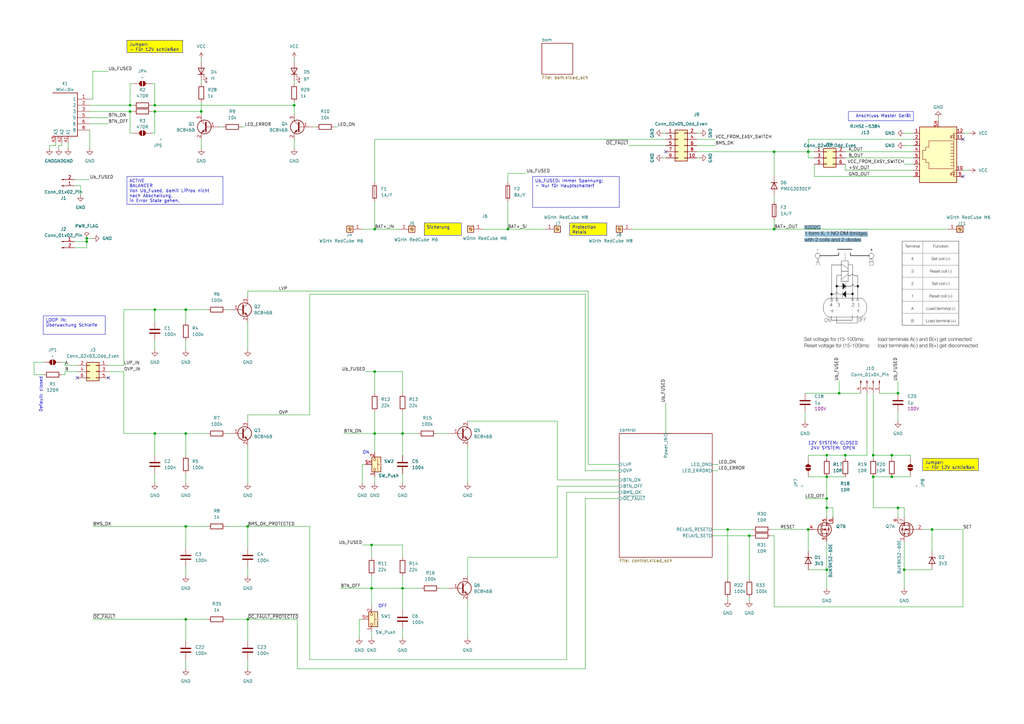
<source format=kicad_sch>
(kicad_sch
	(version 20231120)
	(generator "eeschema")
	(generator_version "8.0")
	(uuid "c138cc6a-756d-4318-83c4-a5413b81ee5f")
	(paper "A3")
	(lib_symbols
		(symbol "Connector:Conn_01x02_Pin"
			(pin_names
				(offset 1.016) hide)
			(exclude_from_sim no)
			(in_bom yes)
			(on_board yes)
			(property "Reference" "J"
				(at 0 2.54 0)
				(effects
					(font
						(size 1.27 1.27)
					)
				)
			)
			(property "Value" "Conn_01x02_Pin"
				(at 0 -5.08 0)
				(effects
					(font
						(size 1.27 1.27)
					)
				)
			)
			(property "Footprint" ""
				(at 0 0 0)
				(effects
					(font
						(size 1.27 1.27)
					)
					(hide yes)
				)
			)
			(property "Datasheet" "~"
				(at 0 0 0)
				(effects
					(font
						(size 1.27 1.27)
					)
					(hide yes)
				)
			)
			(property "Description" "Generic connector, single row, 01x02, script generated"
				(at 0 0 0)
				(effects
					(font
						(size 1.27 1.27)
					)
					(hide yes)
				)
			)
			(property "ki_locked" ""
				(at 0 0 0)
				(effects
					(font
						(size 1.27 1.27)
					)
				)
			)
			(property "ki_keywords" "connector"
				(at 0 0 0)
				(effects
					(font
						(size 1.27 1.27)
					)
					(hide yes)
				)
			)
			(property "ki_fp_filters" "Connector*:*_1x??_*"
				(at 0 0 0)
				(effects
					(font
						(size 1.27 1.27)
					)
					(hide yes)
				)
			)
			(symbol "Conn_01x02_Pin_1_1"
				(polyline
					(pts
						(xy 1.27 -2.54) (xy 0.8636 -2.54)
					)
					(stroke
						(width 0.1524)
						(type default)
					)
					(fill
						(type none)
					)
				)
				(polyline
					(pts
						(xy 1.27 0) (xy 0.8636 0)
					)
					(stroke
						(width 0.1524)
						(type default)
					)
					(fill
						(type none)
					)
				)
				(rectangle
					(start 0.8636 -2.413)
					(end 0 -2.667)
					(stroke
						(width 0.1524)
						(type default)
					)
					(fill
						(type outline)
					)
				)
				(rectangle
					(start 0.8636 0.127)
					(end 0 -0.127)
					(stroke
						(width 0.1524)
						(type default)
					)
					(fill
						(type outline)
					)
				)
				(pin passive line
					(at 5.08 0 180)
					(length 3.81)
					(name "Pin_1"
						(effects
							(font
								(size 1.27 1.27)
							)
						)
					)
					(number "1"
						(effects
							(font
								(size 1.27 1.27)
							)
						)
					)
				)
				(pin passive line
					(at 5.08 -2.54 180)
					(length 3.81)
					(name "Pin_2"
						(effects
							(font
								(size 1.27 1.27)
							)
						)
					)
					(number "2"
						(effects
							(font
								(size 1.27 1.27)
							)
						)
					)
				)
			)
		)
		(symbol "Connector:Conn_01x04_Pin"
			(pin_names
				(offset 1.016) hide)
			(exclude_from_sim no)
			(in_bom yes)
			(on_board yes)
			(property "Reference" "J"
				(at 0 5.08 0)
				(effects
					(font
						(size 1.27 1.27)
					)
				)
			)
			(property "Value" "Conn_01x04_Pin"
				(at 0 -7.62 0)
				(effects
					(font
						(size 1.27 1.27)
					)
				)
			)
			(property "Footprint" ""
				(at 0 0 0)
				(effects
					(font
						(size 1.27 1.27)
					)
					(hide yes)
				)
			)
			(property "Datasheet" "~"
				(at 0 0 0)
				(effects
					(font
						(size 1.27 1.27)
					)
					(hide yes)
				)
			)
			(property "Description" "Generic connector, single row, 01x04, script generated"
				(at 0 0 0)
				(effects
					(font
						(size 1.27 1.27)
					)
					(hide yes)
				)
			)
			(property "ki_locked" ""
				(at 0 0 0)
				(effects
					(font
						(size 1.27 1.27)
					)
				)
			)
			(property "ki_keywords" "connector"
				(at 0 0 0)
				(effects
					(font
						(size 1.27 1.27)
					)
					(hide yes)
				)
			)
			(property "ki_fp_filters" "Connector*:*_1x??_*"
				(at 0 0 0)
				(effects
					(font
						(size 1.27 1.27)
					)
					(hide yes)
				)
			)
			(symbol "Conn_01x04_Pin_1_1"
				(polyline
					(pts
						(xy 1.27 -5.08) (xy 0.8636 -5.08)
					)
					(stroke
						(width 0.1524)
						(type default)
					)
					(fill
						(type none)
					)
				)
				(polyline
					(pts
						(xy 1.27 -2.54) (xy 0.8636 -2.54)
					)
					(stroke
						(width 0.1524)
						(type default)
					)
					(fill
						(type none)
					)
				)
				(polyline
					(pts
						(xy 1.27 0) (xy 0.8636 0)
					)
					(stroke
						(width 0.1524)
						(type default)
					)
					(fill
						(type none)
					)
				)
				(polyline
					(pts
						(xy 1.27 2.54) (xy 0.8636 2.54)
					)
					(stroke
						(width 0.1524)
						(type default)
					)
					(fill
						(type none)
					)
				)
				(rectangle
					(start 0.8636 -4.953)
					(end 0 -5.207)
					(stroke
						(width 0.1524)
						(type default)
					)
					(fill
						(type outline)
					)
				)
				(rectangle
					(start 0.8636 -2.413)
					(end 0 -2.667)
					(stroke
						(width 0.1524)
						(type default)
					)
					(fill
						(type outline)
					)
				)
				(rectangle
					(start 0.8636 0.127)
					(end 0 -0.127)
					(stroke
						(width 0.1524)
						(type default)
					)
					(fill
						(type outline)
					)
				)
				(rectangle
					(start 0.8636 2.667)
					(end 0 2.413)
					(stroke
						(width 0.1524)
						(type default)
					)
					(fill
						(type outline)
					)
				)
				(pin passive line
					(at 5.08 2.54 180)
					(length 3.81)
					(name "Pin_1"
						(effects
							(font
								(size 1.27 1.27)
							)
						)
					)
					(number "1"
						(effects
							(font
								(size 1.27 1.27)
							)
						)
					)
				)
				(pin passive line
					(at 5.08 0 180)
					(length 3.81)
					(name "Pin_2"
						(effects
							(font
								(size 1.27 1.27)
							)
						)
					)
					(number "2"
						(effects
							(font
								(size 1.27 1.27)
							)
						)
					)
				)
				(pin passive line
					(at 5.08 -2.54 180)
					(length 3.81)
					(name "Pin_3"
						(effects
							(font
								(size 1.27 1.27)
							)
						)
					)
					(number "3"
						(effects
							(font
								(size 1.27 1.27)
							)
						)
					)
				)
				(pin passive line
					(at 5.08 -5.08 180)
					(length 3.81)
					(name "Pin_4"
						(effects
							(font
								(size 1.27 1.27)
							)
						)
					)
					(number "4"
						(effects
							(font
								(size 1.27 1.27)
							)
						)
					)
				)
			)
		)
		(symbol "Connector:RJ45_LED_Shielded"
			(pin_names
				(offset 1.016)
			)
			(exclude_from_sim no)
			(in_bom yes)
			(on_board yes)
			(property "Reference" "J"
				(at -5.08 13.97 0)
				(effects
					(font
						(size 1.27 1.27)
					)
					(justify right)
				)
			)
			(property "Value" "RJ45_LED_Shielded"
				(at 1.27 13.97 0)
				(effects
					(font
						(size 1.27 1.27)
					)
					(justify left)
				)
			)
			(property "Footprint" ""
				(at 0 0.635 90)
				(effects
					(font
						(size 1.27 1.27)
					)
					(hide yes)
				)
			)
			(property "Datasheet" "~"
				(at 0 0.635 90)
				(effects
					(font
						(size 1.27 1.27)
					)
					(hide yes)
				)
			)
			(property "Description" "RJ connector, 8P8C (8 positions 8 connected), two LEDs, Shielded"
				(at 0 0 0)
				(effects
					(font
						(size 1.27 1.27)
					)
					(hide yes)
				)
			)
			(property "ki_keywords" "8P8C RJ socket jack connector led"
				(at 0 0 0)
				(effects
					(font
						(size 1.27 1.27)
					)
					(hide yes)
				)
			)
			(property "ki_fp_filters" "8P8C* RJ45*"
				(at 0 0 0)
				(effects
					(font
						(size 1.27 1.27)
					)
					(hide yes)
				)
			)
			(symbol "RJ45_LED_Shielded_0_1"
				(polyline
					(pts
						(xy -7.62 -7.62) (xy -6.35 -7.62)
					)
					(stroke
						(width 0)
						(type default)
					)
					(fill
						(type none)
					)
				)
				(polyline
					(pts
						(xy -7.62 -5.08) (xy -6.35 -5.08)
					)
					(stroke
						(width 0)
						(type default)
					)
					(fill
						(type none)
					)
				)
				(polyline
					(pts
						(xy -7.62 7.62) (xy -6.35 7.62)
					)
					(stroke
						(width 0)
						(type default)
					)
					(fill
						(type none)
					)
				)
				(polyline
					(pts
						(xy -7.62 10.16) (xy -6.35 10.16)
					)
					(stroke
						(width 0)
						(type default)
					)
					(fill
						(type none)
					)
				)
				(polyline
					(pts
						(xy -6.858 -5.842) (xy -5.842 -5.842)
					)
					(stroke
						(width 0)
						(type default)
					)
					(fill
						(type none)
					)
				)
				(polyline
					(pts
						(xy -6.858 9.398) (xy -5.842 9.398)
					)
					(stroke
						(width 0)
						(type default)
					)
					(fill
						(type none)
					)
				)
				(polyline
					(pts
						(xy -6.35 -7.62) (xy -6.35 -6.858)
					)
					(stroke
						(width 0)
						(type default)
					)
					(fill
						(type none)
					)
				)
				(polyline
					(pts
						(xy -6.35 -5.08) (xy -6.35 -5.842)
					)
					(stroke
						(width 0)
						(type default)
					)
					(fill
						(type none)
					)
				)
				(polyline
					(pts
						(xy -6.35 7.62) (xy -6.35 8.382)
					)
					(stroke
						(width 0)
						(type default)
					)
					(fill
						(type none)
					)
				)
				(polyline
					(pts
						(xy -6.35 10.16) (xy -6.35 9.398)
					)
					(stroke
						(width 0)
						(type default)
					)
					(fill
						(type none)
					)
				)
				(polyline
					(pts
						(xy -5.08 -6.223) (xy -5.207 -6.604)
					)
					(stroke
						(width 0)
						(type default)
					)
					(fill
						(type none)
					)
				)
				(polyline
					(pts
						(xy -5.08 -5.588) (xy -5.207 -5.969)
					)
					(stroke
						(width 0)
						(type default)
					)
					(fill
						(type none)
					)
				)
				(polyline
					(pts
						(xy -5.08 4.445) (xy -6.35 4.445)
					)
					(stroke
						(width 0)
						(type default)
					)
					(fill
						(type none)
					)
				)
				(polyline
					(pts
						(xy -5.08 5.715) (xy -6.35 5.715)
					)
					(stroke
						(width 0)
						(type default)
					)
					(fill
						(type none)
					)
				)
				(polyline
					(pts
						(xy -5.08 9.017) (xy -5.207 8.636)
					)
					(stroke
						(width 0)
						(type default)
					)
					(fill
						(type none)
					)
				)
				(polyline
					(pts
						(xy -5.08 9.652) (xy -5.207 9.271)
					)
					(stroke
						(width 0)
						(type default)
					)
					(fill
						(type none)
					)
				)
				(polyline
					(pts
						(xy -6.35 -3.175) (xy -5.08 -3.175) (xy -5.08 -3.175)
					)
					(stroke
						(width 0)
						(type default)
					)
					(fill
						(type none)
					)
				)
				(polyline
					(pts
						(xy -6.35 -1.905) (xy -5.08 -1.905) (xy -5.08 -1.905)
					)
					(stroke
						(width 0)
						(type default)
					)
					(fill
						(type none)
					)
				)
				(polyline
					(pts
						(xy -6.35 -0.635) (xy -5.08 -0.635) (xy -5.08 -0.635)
					)
					(stroke
						(width 0)
						(type default)
					)
					(fill
						(type none)
					)
				)
				(polyline
					(pts
						(xy -6.35 0.635) (xy -5.08 0.635) (xy -5.08 0.635)
					)
					(stroke
						(width 0)
						(type default)
					)
					(fill
						(type none)
					)
				)
				(polyline
					(pts
						(xy -6.35 1.905) (xy -5.08 1.905) (xy -5.08 1.905)
					)
					(stroke
						(width 0)
						(type default)
					)
					(fill
						(type none)
					)
				)
				(polyline
					(pts
						(xy -5.588 -6.731) (xy -5.08 -6.223) (xy -5.461 -6.35)
					)
					(stroke
						(width 0)
						(type default)
					)
					(fill
						(type none)
					)
				)
				(polyline
					(pts
						(xy -5.588 -6.096) (xy -5.08 -5.588) (xy -5.461 -5.715)
					)
					(stroke
						(width 0)
						(type default)
					)
					(fill
						(type none)
					)
				)
				(polyline
					(pts
						(xy -5.588 8.509) (xy -5.08 9.017) (xy -5.461 8.89)
					)
					(stroke
						(width 0)
						(type default)
					)
					(fill
						(type none)
					)
				)
				(polyline
					(pts
						(xy -5.588 9.144) (xy -5.08 9.652) (xy -5.461 9.525)
					)
					(stroke
						(width 0)
						(type default)
					)
					(fill
						(type none)
					)
				)
				(polyline
					(pts
						(xy -5.08 3.175) (xy -6.35 3.175) (xy -6.35 3.175)
					)
					(stroke
						(width 0)
						(type default)
					)
					(fill
						(type none)
					)
				)
				(polyline
					(pts
						(xy -6.35 -5.842) (xy -6.858 -6.858) (xy -5.842 -6.858) (xy -6.35 -5.842)
					)
					(stroke
						(width 0)
						(type default)
					)
					(fill
						(type none)
					)
				)
				(polyline
					(pts
						(xy -6.35 9.398) (xy -6.858 8.382) (xy -5.842 8.382) (xy -6.35 9.398)
					)
					(stroke
						(width 0)
						(type default)
					)
					(fill
						(type none)
					)
				)
				(polyline
					(pts
						(xy -6.35 -4.445) (xy -6.35 6.985) (xy 3.81 6.985) (xy 3.81 4.445) (xy 5.08 4.445) (xy 5.08 3.175)
						(xy 6.35 3.175) (xy 6.35 -0.635) (xy 5.08 -0.635) (xy 5.08 -1.905) (xy 3.81 -1.905) (xy 3.81 -4.445)
						(xy -6.35 -4.445) (xy -6.35 -4.445)
					)
					(stroke
						(width 0)
						(type default)
					)
					(fill
						(type none)
					)
				)
				(rectangle
					(start 7.62 12.7)
					(end -7.62 -10.16)
					(stroke
						(width 0.254)
						(type default)
					)
					(fill
						(type background)
					)
				)
			)
			(symbol "RJ45_LED_Shielded_1_1"
				(pin passive line
					(at 10.16 -7.62 180)
					(length 2.54)
					(name "~"
						(effects
							(font
								(size 1.27 1.27)
							)
						)
					)
					(number "1"
						(effects
							(font
								(size 1.27 1.27)
							)
						)
					)
				)
				(pin passive line
					(at -10.16 7.62 0)
					(length 2.54)
					(name "~"
						(effects
							(font
								(size 1.27 1.27)
							)
						)
					)
					(number "10"
						(effects
							(font
								(size 1.27 1.27)
							)
						)
					)
				)
				(pin passive line
					(at -10.16 -5.08 0)
					(length 2.54)
					(name "~"
						(effects
							(font
								(size 1.27 1.27)
							)
						)
					)
					(number "11"
						(effects
							(font
								(size 1.27 1.27)
							)
						)
					)
				)
				(pin passive line
					(at -10.16 -7.62 0)
					(length 2.54)
					(name "~"
						(effects
							(font
								(size 1.27 1.27)
							)
						)
					)
					(number "12"
						(effects
							(font
								(size 1.27 1.27)
							)
						)
					)
				)
				(pin passive line
					(at 10.16 -5.08 180)
					(length 2.54)
					(name "~"
						(effects
							(font
								(size 1.27 1.27)
							)
						)
					)
					(number "2"
						(effects
							(font
								(size 1.27 1.27)
							)
						)
					)
				)
				(pin passive line
					(at 10.16 -2.54 180)
					(length 2.54)
					(name "~"
						(effects
							(font
								(size 1.27 1.27)
							)
						)
					)
					(number "3"
						(effects
							(font
								(size 1.27 1.27)
							)
						)
					)
				)
				(pin passive line
					(at 10.16 0 180)
					(length 2.54)
					(name "~"
						(effects
							(font
								(size 1.27 1.27)
							)
						)
					)
					(number "4"
						(effects
							(font
								(size 1.27 1.27)
							)
						)
					)
				)
				(pin passive line
					(at 10.16 2.54 180)
					(length 2.54)
					(name "~"
						(effects
							(font
								(size 1.27 1.27)
							)
						)
					)
					(number "5"
						(effects
							(font
								(size 1.27 1.27)
							)
						)
					)
				)
				(pin passive line
					(at 10.16 5.08 180)
					(length 2.54)
					(name "~"
						(effects
							(font
								(size 1.27 1.27)
							)
						)
					)
					(number "6"
						(effects
							(font
								(size 1.27 1.27)
							)
						)
					)
				)
				(pin passive line
					(at 10.16 7.62 180)
					(length 2.54)
					(name "~"
						(effects
							(font
								(size 1.27 1.27)
							)
						)
					)
					(number "7"
						(effects
							(font
								(size 1.27 1.27)
							)
						)
					)
				)
				(pin passive line
					(at 10.16 10.16 180)
					(length 2.54)
					(name "~"
						(effects
							(font
								(size 1.27 1.27)
							)
						)
					)
					(number "8"
						(effects
							(font
								(size 1.27 1.27)
							)
						)
					)
				)
				(pin passive line
					(at -10.16 10.16 0)
					(length 2.54)
					(name "~"
						(effects
							(font
								(size 1.27 1.27)
							)
						)
					)
					(number "9"
						(effects
							(font
								(size 1.27 1.27)
							)
						)
					)
				)
				(pin passive line
					(at 0 -12.7 90)
					(length 2.54)
					(name "~"
						(effects
							(font
								(size 1.27 1.27)
							)
						)
					)
					(number "SH"
						(effects
							(font
								(size 1.27 1.27)
							)
						)
					)
				)
			)
		)
		(symbol "Connector:Screw_Terminal_01x01"
			(pin_names
				(offset 1.016) hide)
			(exclude_from_sim no)
			(in_bom yes)
			(on_board yes)
			(property "Reference" "J"
				(at 0 2.54 0)
				(effects
					(font
						(size 1.27 1.27)
					)
				)
			)
			(property "Value" "Screw_Terminal_01x01"
				(at 0 -2.54 0)
				(effects
					(font
						(size 1.27 1.27)
					)
				)
			)
			(property "Footprint" ""
				(at 0 0 0)
				(effects
					(font
						(size 1.27 1.27)
					)
					(hide yes)
				)
			)
			(property "Datasheet" "~"
				(at 0 0 0)
				(effects
					(font
						(size 1.27 1.27)
					)
					(hide yes)
				)
			)
			(property "Description" "Generic screw terminal, single row, 01x01, script generated (kicad-library-utils/schlib/autogen/connector/)"
				(at 0 0 0)
				(effects
					(font
						(size 1.27 1.27)
					)
					(hide yes)
				)
			)
			(property "ki_keywords" "screw terminal"
				(at 0 0 0)
				(effects
					(font
						(size 1.27 1.27)
					)
					(hide yes)
				)
			)
			(property "ki_fp_filters" "TerminalBlock*:*"
				(at 0 0 0)
				(effects
					(font
						(size 1.27 1.27)
					)
					(hide yes)
				)
			)
			(symbol "Screw_Terminal_01x01_1_1"
				(rectangle
					(start -1.27 1.27)
					(end 1.27 -1.27)
					(stroke
						(width 0.254)
						(type default)
					)
					(fill
						(type background)
					)
				)
				(polyline
					(pts
						(xy -0.5334 0.3302) (xy 0.3302 -0.508)
					)
					(stroke
						(width 0.1524)
						(type default)
					)
					(fill
						(type none)
					)
				)
				(polyline
					(pts
						(xy -0.3556 0.508) (xy 0.508 -0.3302)
					)
					(stroke
						(width 0.1524)
						(type default)
					)
					(fill
						(type none)
					)
				)
				(circle
					(center 0 0)
					(radius 0.635)
					(stroke
						(width 0.1524)
						(type default)
					)
					(fill
						(type none)
					)
				)
				(pin passive line
					(at -5.08 0 0)
					(length 3.81)
					(name "Pin_1"
						(effects
							(font
								(size 1.27 1.27)
							)
						)
					)
					(number "1"
						(effects
							(font
								(size 1.27 1.27)
							)
						)
					)
				)
			)
		)
		(symbol "Connector_Generic:Conn_02x03_Odd_Even"
			(pin_names
				(offset 1.016) hide)
			(exclude_from_sim no)
			(in_bom yes)
			(on_board yes)
			(property "Reference" "J"
				(at 1.27 5.08 0)
				(effects
					(font
						(size 1.27 1.27)
					)
				)
			)
			(property "Value" "Conn_02x03_Odd_Even"
				(at 1.27 -5.08 0)
				(effects
					(font
						(size 1.27 1.27)
					)
				)
			)
			(property "Footprint" ""
				(at 0 0 0)
				(effects
					(font
						(size 1.27 1.27)
					)
					(hide yes)
				)
			)
			(property "Datasheet" "~"
				(at 0 0 0)
				(effects
					(font
						(size 1.27 1.27)
					)
					(hide yes)
				)
			)
			(property "Description" "Generic connector, double row, 02x03, odd/even pin numbering scheme (row 1 odd numbers, row 2 even numbers), script generated (kicad-library-utils/schlib/autogen/connector/)"
				(at 0 0 0)
				(effects
					(font
						(size 1.27 1.27)
					)
					(hide yes)
				)
			)
			(property "ki_keywords" "connector"
				(at 0 0 0)
				(effects
					(font
						(size 1.27 1.27)
					)
					(hide yes)
				)
			)
			(property "ki_fp_filters" "Connector*:*_2x??_*"
				(at 0 0 0)
				(effects
					(font
						(size 1.27 1.27)
					)
					(hide yes)
				)
			)
			(symbol "Conn_02x03_Odd_Even_1_1"
				(rectangle
					(start -1.27 -2.413)
					(end 0 -2.667)
					(stroke
						(width 0.1524)
						(type default)
					)
					(fill
						(type none)
					)
				)
				(rectangle
					(start -1.27 0.127)
					(end 0 -0.127)
					(stroke
						(width 0.1524)
						(type default)
					)
					(fill
						(type none)
					)
				)
				(rectangle
					(start -1.27 2.667)
					(end 0 2.413)
					(stroke
						(width 0.1524)
						(type default)
					)
					(fill
						(type none)
					)
				)
				(rectangle
					(start -1.27 3.81)
					(end 3.81 -3.81)
					(stroke
						(width 0.254)
						(type default)
					)
					(fill
						(type background)
					)
				)
				(rectangle
					(start 3.81 -2.413)
					(end 2.54 -2.667)
					(stroke
						(width 0.1524)
						(type default)
					)
					(fill
						(type none)
					)
				)
				(rectangle
					(start 3.81 0.127)
					(end 2.54 -0.127)
					(stroke
						(width 0.1524)
						(type default)
					)
					(fill
						(type none)
					)
				)
				(rectangle
					(start 3.81 2.667)
					(end 2.54 2.413)
					(stroke
						(width 0.1524)
						(type default)
					)
					(fill
						(type none)
					)
				)
				(pin passive line
					(at -5.08 2.54 0)
					(length 3.81)
					(name "Pin_1"
						(effects
							(font
								(size 1.27 1.27)
							)
						)
					)
					(number "1"
						(effects
							(font
								(size 1.27 1.27)
							)
						)
					)
				)
				(pin passive line
					(at 7.62 2.54 180)
					(length 3.81)
					(name "Pin_2"
						(effects
							(font
								(size 1.27 1.27)
							)
						)
					)
					(number "2"
						(effects
							(font
								(size 1.27 1.27)
							)
						)
					)
				)
				(pin passive line
					(at -5.08 0 0)
					(length 3.81)
					(name "Pin_3"
						(effects
							(font
								(size 1.27 1.27)
							)
						)
					)
					(number "3"
						(effects
							(font
								(size 1.27 1.27)
							)
						)
					)
				)
				(pin passive line
					(at 7.62 0 180)
					(length 3.81)
					(name "Pin_4"
						(effects
							(font
								(size 1.27 1.27)
							)
						)
					)
					(number "4"
						(effects
							(font
								(size 1.27 1.27)
							)
						)
					)
				)
				(pin passive line
					(at -5.08 -2.54 0)
					(length 3.81)
					(name "Pin_5"
						(effects
							(font
								(size 1.27 1.27)
							)
						)
					)
					(number "5"
						(effects
							(font
								(size 1.27 1.27)
							)
						)
					)
				)
				(pin passive line
					(at 7.62 -2.54 180)
					(length 3.81)
					(name "Pin_6"
						(effects
							(font
								(size 1.27 1.27)
							)
						)
					)
					(number "6"
						(effects
							(font
								(size 1.27 1.27)
							)
						)
					)
				)
			)
		)
		(symbol "Connector_Generic:Conn_02x05_Odd_Even"
			(pin_names
				(offset 1.016) hide)
			(exclude_from_sim no)
			(in_bom yes)
			(on_board yes)
			(property "Reference" "J"
				(at 1.27 7.62 0)
				(effects
					(font
						(size 1.27 1.27)
					)
				)
			)
			(property "Value" "Conn_02x05_Odd_Even"
				(at 1.27 -7.62 0)
				(effects
					(font
						(size 1.27 1.27)
					)
				)
			)
			(property "Footprint" ""
				(at 0 0 0)
				(effects
					(font
						(size 1.27 1.27)
					)
					(hide yes)
				)
			)
			(property "Datasheet" "~"
				(at 0 0 0)
				(effects
					(font
						(size 1.27 1.27)
					)
					(hide yes)
				)
			)
			(property "Description" "Generic connector, double row, 02x05, odd/even pin numbering scheme (row 1 odd numbers, row 2 even numbers), script generated (kicad-library-utils/schlib/autogen/connector/)"
				(at 0 0 0)
				(effects
					(font
						(size 1.27 1.27)
					)
					(hide yes)
				)
			)
			(property "ki_keywords" "connector"
				(at 0 0 0)
				(effects
					(font
						(size 1.27 1.27)
					)
					(hide yes)
				)
			)
			(property "ki_fp_filters" "Connector*:*_2x??_*"
				(at 0 0 0)
				(effects
					(font
						(size 1.27 1.27)
					)
					(hide yes)
				)
			)
			(symbol "Conn_02x05_Odd_Even_1_1"
				(rectangle
					(start -1.27 -4.953)
					(end 0 -5.207)
					(stroke
						(width 0.1524)
						(type default)
					)
					(fill
						(type none)
					)
				)
				(rectangle
					(start -1.27 -2.413)
					(end 0 -2.667)
					(stroke
						(width 0.1524)
						(type default)
					)
					(fill
						(type none)
					)
				)
				(rectangle
					(start -1.27 0.127)
					(end 0 -0.127)
					(stroke
						(width 0.1524)
						(type default)
					)
					(fill
						(type none)
					)
				)
				(rectangle
					(start -1.27 2.667)
					(end 0 2.413)
					(stroke
						(width 0.1524)
						(type default)
					)
					(fill
						(type none)
					)
				)
				(rectangle
					(start -1.27 5.207)
					(end 0 4.953)
					(stroke
						(width 0.1524)
						(type default)
					)
					(fill
						(type none)
					)
				)
				(rectangle
					(start -1.27 6.35)
					(end 3.81 -6.35)
					(stroke
						(width 0.254)
						(type default)
					)
					(fill
						(type background)
					)
				)
				(rectangle
					(start 3.81 -4.953)
					(end 2.54 -5.207)
					(stroke
						(width 0.1524)
						(type default)
					)
					(fill
						(type none)
					)
				)
				(rectangle
					(start 3.81 -2.413)
					(end 2.54 -2.667)
					(stroke
						(width 0.1524)
						(type default)
					)
					(fill
						(type none)
					)
				)
				(rectangle
					(start 3.81 0.127)
					(end 2.54 -0.127)
					(stroke
						(width 0.1524)
						(type default)
					)
					(fill
						(type none)
					)
				)
				(rectangle
					(start 3.81 2.667)
					(end 2.54 2.413)
					(stroke
						(width 0.1524)
						(type default)
					)
					(fill
						(type none)
					)
				)
				(rectangle
					(start 3.81 5.207)
					(end 2.54 4.953)
					(stroke
						(width 0.1524)
						(type default)
					)
					(fill
						(type none)
					)
				)
				(pin passive line
					(at -5.08 5.08 0)
					(length 3.81)
					(name "Pin_1"
						(effects
							(font
								(size 1.27 1.27)
							)
						)
					)
					(number "1"
						(effects
							(font
								(size 1.27 1.27)
							)
						)
					)
				)
				(pin passive line
					(at 7.62 -5.08 180)
					(length 3.81)
					(name "Pin_10"
						(effects
							(font
								(size 1.27 1.27)
							)
						)
					)
					(number "10"
						(effects
							(font
								(size 1.27 1.27)
							)
						)
					)
				)
				(pin passive line
					(at 7.62 5.08 180)
					(length 3.81)
					(name "Pin_2"
						(effects
							(font
								(size 1.27 1.27)
							)
						)
					)
					(number "2"
						(effects
							(font
								(size 1.27 1.27)
							)
						)
					)
				)
				(pin passive line
					(at -5.08 2.54 0)
					(length 3.81)
					(name "Pin_3"
						(effects
							(font
								(size 1.27 1.27)
							)
						)
					)
					(number "3"
						(effects
							(font
								(size 1.27 1.27)
							)
						)
					)
				)
				(pin passive line
					(at 7.62 2.54 180)
					(length 3.81)
					(name "Pin_4"
						(effects
							(font
								(size 1.27 1.27)
							)
						)
					)
					(number "4"
						(effects
							(font
								(size 1.27 1.27)
							)
						)
					)
				)
				(pin passive line
					(at -5.08 0 0)
					(length 3.81)
					(name "Pin_5"
						(effects
							(font
								(size 1.27 1.27)
							)
						)
					)
					(number "5"
						(effects
							(font
								(size 1.27 1.27)
							)
						)
					)
				)
				(pin passive line
					(at 7.62 0 180)
					(length 3.81)
					(name "Pin_6"
						(effects
							(font
								(size 1.27 1.27)
							)
						)
					)
					(number "6"
						(effects
							(font
								(size 1.27 1.27)
							)
						)
					)
				)
				(pin passive line
					(at -5.08 -2.54 0)
					(length 3.81)
					(name "Pin_7"
						(effects
							(font
								(size 1.27 1.27)
							)
						)
					)
					(number "7"
						(effects
							(font
								(size 1.27 1.27)
							)
						)
					)
				)
				(pin passive line
					(at 7.62 -2.54 180)
					(length 3.81)
					(name "Pin_8"
						(effects
							(font
								(size 1.27 1.27)
							)
						)
					)
					(number "8"
						(effects
							(font
								(size 1.27 1.27)
							)
						)
					)
				)
				(pin passive line
					(at -5.08 -5.08 0)
					(length 3.81)
					(name "Pin_9"
						(effects
							(font
								(size 1.27 1.27)
							)
						)
					)
					(number "9"
						(effects
							(font
								(size 1.27 1.27)
							)
						)
					)
				)
			)
		)
		(symbol "Device:C"
			(pin_numbers hide)
			(pin_names
				(offset 0.254)
			)
			(exclude_from_sim no)
			(in_bom yes)
			(on_board yes)
			(property "Reference" "C"
				(at 0.635 2.54 0)
				(effects
					(font
						(size 1.27 1.27)
					)
					(justify left)
				)
			)
			(property "Value" "C"
				(at 0.635 -2.54 0)
				(effects
					(font
						(size 1.27 1.27)
					)
					(justify left)
				)
			)
			(property "Footprint" ""
				(at 0.9652 -3.81 0)
				(effects
					(font
						(size 1.27 1.27)
					)
					(hide yes)
				)
			)
			(property "Datasheet" "~"
				(at 0 0 0)
				(effects
					(font
						(size 1.27 1.27)
					)
					(hide yes)
				)
			)
			(property "Description" "Unpolarized capacitor"
				(at 0 0 0)
				(effects
					(font
						(size 1.27 1.27)
					)
					(hide yes)
				)
			)
			(property "ki_keywords" "cap capacitor"
				(at 0 0 0)
				(effects
					(font
						(size 1.27 1.27)
					)
					(hide yes)
				)
			)
			(property "ki_fp_filters" "C_*"
				(at 0 0 0)
				(effects
					(font
						(size 1.27 1.27)
					)
					(hide yes)
				)
			)
			(symbol "C_0_1"
				(polyline
					(pts
						(xy -2.032 -0.762) (xy 2.032 -0.762)
					)
					(stroke
						(width 0.508)
						(type default)
					)
					(fill
						(type none)
					)
				)
				(polyline
					(pts
						(xy -2.032 0.762) (xy 2.032 0.762)
					)
					(stroke
						(width 0.508)
						(type default)
					)
					(fill
						(type none)
					)
				)
			)
			(symbol "C_1_1"
				(pin passive line
					(at 0 3.81 270)
					(length 2.794)
					(name "~"
						(effects
							(font
								(size 1.27 1.27)
							)
						)
					)
					(number "1"
						(effects
							(font
								(size 1.27 1.27)
							)
						)
					)
				)
				(pin passive line
					(at 0 -3.81 90)
					(length 2.794)
					(name "~"
						(effects
							(font
								(size 1.27 1.27)
							)
						)
					)
					(number "2"
						(effects
							(font
								(size 1.27 1.27)
							)
						)
					)
				)
			)
		)
		(symbol "Device:D"
			(pin_numbers hide)
			(pin_names
				(offset 1.016) hide)
			(exclude_from_sim no)
			(in_bom yes)
			(on_board yes)
			(property "Reference" "D"
				(at 0 2.54 0)
				(effects
					(font
						(size 1.27 1.27)
					)
				)
			)
			(property "Value" "D"
				(at 0 -2.54 0)
				(effects
					(font
						(size 1.27 1.27)
					)
				)
			)
			(property "Footprint" ""
				(at 0 0 0)
				(effects
					(font
						(size 1.27 1.27)
					)
					(hide yes)
				)
			)
			(property "Datasheet" "~"
				(at 0 0 0)
				(effects
					(font
						(size 1.27 1.27)
					)
					(hide yes)
				)
			)
			(property "Description" "Diode"
				(at 0 0 0)
				(effects
					(font
						(size 1.27 1.27)
					)
					(hide yes)
				)
			)
			(property "Sim.Device" "D"
				(at 0 0 0)
				(effects
					(font
						(size 1.27 1.27)
					)
					(hide yes)
				)
			)
			(property "Sim.Pins" "1=K 2=A"
				(at 0 0 0)
				(effects
					(font
						(size 1.27 1.27)
					)
					(hide yes)
				)
			)
			(property "ki_keywords" "diode"
				(at 0 0 0)
				(effects
					(font
						(size 1.27 1.27)
					)
					(hide yes)
				)
			)
			(property "ki_fp_filters" "TO-???* *_Diode_* *SingleDiode* D_*"
				(at 0 0 0)
				(effects
					(font
						(size 1.27 1.27)
					)
					(hide yes)
				)
			)
			(symbol "D_0_1"
				(polyline
					(pts
						(xy -1.27 1.27) (xy -1.27 -1.27)
					)
					(stroke
						(width 0.254)
						(type default)
					)
					(fill
						(type none)
					)
				)
				(polyline
					(pts
						(xy 1.27 0) (xy -1.27 0)
					)
					(stroke
						(width 0)
						(type default)
					)
					(fill
						(type none)
					)
				)
				(polyline
					(pts
						(xy 1.27 1.27) (xy 1.27 -1.27) (xy -1.27 0) (xy 1.27 1.27)
					)
					(stroke
						(width 0.254)
						(type default)
					)
					(fill
						(type none)
					)
				)
			)
			(symbol "D_1_1"
				(pin passive line
					(at -3.81 0 0)
					(length 2.54)
					(name "K"
						(effects
							(font
								(size 1.27 1.27)
							)
						)
					)
					(number "1"
						(effects
							(font
								(size 1.27 1.27)
							)
						)
					)
				)
				(pin passive line
					(at 3.81 0 180)
					(length 2.54)
					(name "A"
						(effects
							(font
								(size 1.27 1.27)
							)
						)
					)
					(number "2"
						(effects
							(font
								(size 1.27 1.27)
							)
						)
					)
				)
			)
		)
		(symbol "Device:D_Zener"
			(pin_numbers hide)
			(pin_names
				(offset 1.016) hide)
			(exclude_from_sim no)
			(in_bom yes)
			(on_board yes)
			(property "Reference" "D"
				(at 0 2.54 0)
				(effects
					(font
						(size 1.27 1.27)
					)
				)
			)
			(property "Value" "D_Zener"
				(at 0 -2.54 0)
				(effects
					(font
						(size 1.27 1.27)
					)
				)
			)
			(property "Footprint" ""
				(at 0 0 0)
				(effects
					(font
						(size 1.27 1.27)
					)
					(hide yes)
				)
			)
			(property "Datasheet" "~"
				(at 0 0 0)
				(effects
					(font
						(size 1.27 1.27)
					)
					(hide yes)
				)
			)
			(property "Description" "Zener diode"
				(at 0 0 0)
				(effects
					(font
						(size 1.27 1.27)
					)
					(hide yes)
				)
			)
			(property "ki_keywords" "diode"
				(at 0 0 0)
				(effects
					(font
						(size 1.27 1.27)
					)
					(hide yes)
				)
			)
			(property "ki_fp_filters" "TO-???* *_Diode_* *SingleDiode* D_*"
				(at 0 0 0)
				(effects
					(font
						(size 1.27 1.27)
					)
					(hide yes)
				)
			)
			(symbol "D_Zener_0_1"
				(polyline
					(pts
						(xy 1.27 0) (xy -1.27 0)
					)
					(stroke
						(width 0)
						(type default)
					)
					(fill
						(type none)
					)
				)
				(polyline
					(pts
						(xy -1.27 -1.27) (xy -1.27 1.27) (xy -0.762 1.27)
					)
					(stroke
						(width 0.254)
						(type default)
					)
					(fill
						(type none)
					)
				)
				(polyline
					(pts
						(xy 1.27 -1.27) (xy 1.27 1.27) (xy -1.27 0) (xy 1.27 -1.27)
					)
					(stroke
						(width 0.254)
						(type default)
					)
					(fill
						(type none)
					)
				)
			)
			(symbol "D_Zener_1_1"
				(pin passive line
					(at -3.81 0 0)
					(length 2.54)
					(name "K"
						(effects
							(font
								(size 1.27 1.27)
							)
						)
					)
					(number "1"
						(effects
							(font
								(size 1.27 1.27)
							)
						)
					)
				)
				(pin passive line
					(at 3.81 0 180)
					(length 2.54)
					(name "A"
						(effects
							(font
								(size 1.27 1.27)
							)
						)
					)
					(number "2"
						(effects
							(font
								(size 1.27 1.27)
							)
						)
					)
				)
			)
		)
		(symbol "Device:Fuse"
			(pin_numbers hide)
			(pin_names
				(offset 0)
			)
			(exclude_from_sim no)
			(in_bom yes)
			(on_board yes)
			(property "Reference" "F"
				(at 2.032 0 90)
				(effects
					(font
						(size 1.27 1.27)
					)
				)
			)
			(property "Value" "Fuse"
				(at -1.905 0 90)
				(effects
					(font
						(size 1.27 1.27)
					)
				)
			)
			(property "Footprint" ""
				(at -1.778 0 90)
				(effects
					(font
						(size 1.27 1.27)
					)
					(hide yes)
				)
			)
			(property "Datasheet" "~"
				(at 0 0 0)
				(effects
					(font
						(size 1.27 1.27)
					)
					(hide yes)
				)
			)
			(property "Description" "Fuse"
				(at 0 0 0)
				(effects
					(font
						(size 1.27 1.27)
					)
					(hide yes)
				)
			)
			(property "ki_keywords" "fuse"
				(at 0 0 0)
				(effects
					(font
						(size 1.27 1.27)
					)
					(hide yes)
				)
			)
			(property "ki_fp_filters" "*Fuse*"
				(at 0 0 0)
				(effects
					(font
						(size 1.27 1.27)
					)
					(hide yes)
				)
			)
			(symbol "Fuse_0_1"
				(rectangle
					(start -0.762 -2.54)
					(end 0.762 2.54)
					(stroke
						(width 0.254)
						(type default)
					)
					(fill
						(type none)
					)
				)
				(polyline
					(pts
						(xy 0 2.54) (xy 0 -2.54)
					)
					(stroke
						(width 0)
						(type default)
					)
					(fill
						(type none)
					)
				)
			)
			(symbol "Fuse_1_1"
				(pin passive line
					(at 0 3.81 270)
					(length 1.27)
					(name "~"
						(effects
							(font
								(size 1.27 1.27)
							)
						)
					)
					(number "1"
						(effects
							(font
								(size 1.27 1.27)
							)
						)
					)
				)
				(pin passive line
					(at 0 -3.81 90)
					(length 1.27)
					(name "~"
						(effects
							(font
								(size 1.27 1.27)
							)
						)
					)
					(number "2"
						(effects
							(font
								(size 1.27 1.27)
							)
						)
					)
				)
			)
		)
		(symbol "Device:LED"
			(pin_numbers hide)
			(pin_names
				(offset 1.016) hide)
			(exclude_from_sim no)
			(in_bom yes)
			(on_board yes)
			(property "Reference" "D"
				(at 0 2.54 0)
				(effects
					(font
						(size 1.27 1.27)
					)
				)
			)
			(property "Value" "LED"
				(at 0 -2.54 0)
				(effects
					(font
						(size 1.27 1.27)
					)
				)
			)
			(property "Footprint" ""
				(at 0 0 0)
				(effects
					(font
						(size 1.27 1.27)
					)
					(hide yes)
				)
			)
			(property "Datasheet" "~"
				(at 0 0 0)
				(effects
					(font
						(size 1.27 1.27)
					)
					(hide yes)
				)
			)
			(property "Description" "Light emitting diode"
				(at 0 0 0)
				(effects
					(font
						(size 1.27 1.27)
					)
					(hide yes)
				)
			)
			(property "ki_keywords" "LED diode"
				(at 0 0 0)
				(effects
					(font
						(size 1.27 1.27)
					)
					(hide yes)
				)
			)
			(property "ki_fp_filters" "LED* LED_SMD:* LED_THT:*"
				(at 0 0 0)
				(effects
					(font
						(size 1.27 1.27)
					)
					(hide yes)
				)
			)
			(symbol "LED_0_1"
				(polyline
					(pts
						(xy -1.27 -1.27) (xy -1.27 1.27)
					)
					(stroke
						(width 0.254)
						(type default)
					)
					(fill
						(type none)
					)
				)
				(polyline
					(pts
						(xy -1.27 0) (xy 1.27 0)
					)
					(stroke
						(width 0)
						(type default)
					)
					(fill
						(type none)
					)
				)
				(polyline
					(pts
						(xy 1.27 -1.27) (xy 1.27 1.27) (xy -1.27 0) (xy 1.27 -1.27)
					)
					(stroke
						(width 0.254)
						(type default)
					)
					(fill
						(type none)
					)
				)
				(polyline
					(pts
						(xy -3.048 -0.762) (xy -4.572 -2.286) (xy -3.81 -2.286) (xy -4.572 -2.286) (xy -4.572 -1.524)
					)
					(stroke
						(width 0)
						(type default)
					)
					(fill
						(type none)
					)
				)
				(polyline
					(pts
						(xy -1.778 -0.762) (xy -3.302 -2.286) (xy -2.54 -2.286) (xy -3.302 -2.286) (xy -3.302 -1.524)
					)
					(stroke
						(width 0)
						(type default)
					)
					(fill
						(type none)
					)
				)
			)
			(symbol "LED_1_1"
				(pin passive line
					(at -3.81 0 0)
					(length 2.54)
					(name "K"
						(effects
							(font
								(size 1.27 1.27)
							)
						)
					)
					(number "1"
						(effects
							(font
								(size 1.27 1.27)
							)
						)
					)
				)
				(pin passive line
					(at 3.81 0 180)
					(length 2.54)
					(name "A"
						(effects
							(font
								(size 1.27 1.27)
							)
						)
					)
					(number "2"
						(effects
							(font
								(size 1.27 1.27)
							)
						)
					)
				)
			)
		)
		(symbol "Device:Q_Dual_NMOS_S1G1S2G2D2D2D1D1"
			(pin_names
				(offset 0) hide)
			(exclude_from_sim no)
			(in_bom yes)
			(on_board yes)
			(property "Reference" "Q"
				(at 5.08 1.27 0)
				(effects
					(font
						(size 1.27 1.27)
					)
					(justify left)
				)
			)
			(property "Value" "Q_Dual_NMOS_S1G1S2G2D2D2D1D1"
				(at 5.08 -1.27 0)
				(effects
					(font
						(size 1.27 1.27)
					)
					(justify left)
				)
			)
			(property "Footprint" ""
				(at 5.08 0 0)
				(effects
					(font
						(size 1.27 1.27)
					)
					(hide yes)
				)
			)
			(property "Datasheet" "~"
				(at 5.08 0 0)
				(effects
					(font
						(size 1.27 1.27)
					)
					(hide yes)
				)
			)
			(property "Description" "Dual NMOS transistor, 8 pin package"
				(at 0 0 0)
				(effects
					(font
						(size 1.27 1.27)
					)
					(hide yes)
				)
			)
			(property "ki_keywords" "transistor NMOS N-MOS N-MOSFET"
				(at 0 0 0)
				(effects
					(font
						(size 1.27 1.27)
					)
					(hide yes)
				)
			)
			(property "ki_fp_filters" "SO* SOIC*"
				(at 0 0 0)
				(effects
					(font
						(size 1.27 1.27)
					)
					(hide yes)
				)
			)
			(symbol "Q_Dual_NMOS_S1G1S2G2D2D2D1D1_0_1"
				(polyline
					(pts
						(xy 0.254 0) (xy -2.54 0)
					)
					(stroke
						(width 0)
						(type default)
					)
					(fill
						(type none)
					)
				)
				(polyline
					(pts
						(xy 0.254 1.905) (xy 0.254 -1.905)
					)
					(stroke
						(width 0.254)
						(type default)
					)
					(fill
						(type none)
					)
				)
				(polyline
					(pts
						(xy 0.762 -1.27) (xy 0.762 -2.286)
					)
					(stroke
						(width 0.254)
						(type default)
					)
					(fill
						(type none)
					)
				)
				(polyline
					(pts
						(xy 0.762 0.508) (xy 0.762 -0.508)
					)
					(stroke
						(width 0.254)
						(type default)
					)
					(fill
						(type none)
					)
				)
				(polyline
					(pts
						(xy 0.762 2.286) (xy 0.762 1.27)
					)
					(stroke
						(width 0.254)
						(type default)
					)
					(fill
						(type none)
					)
				)
				(polyline
					(pts
						(xy 2.54 2.54) (xy 2.54 1.778)
					)
					(stroke
						(width 0)
						(type default)
					)
					(fill
						(type none)
					)
				)
				(polyline
					(pts
						(xy 5.08 2.54) (xy 2.54 2.54)
					)
					(stroke
						(width 0)
						(type default)
					)
					(fill
						(type none)
					)
				)
				(polyline
					(pts
						(xy 2.54 -2.54) (xy 2.54 0) (xy 0.762 0)
					)
					(stroke
						(width 0)
						(type default)
					)
					(fill
						(type none)
					)
				)
				(polyline
					(pts
						(xy 0.762 -1.778) (xy 3.302 -1.778) (xy 3.302 1.778) (xy 0.762 1.778)
					)
					(stroke
						(width 0)
						(type default)
					)
					(fill
						(type none)
					)
				)
				(polyline
					(pts
						(xy 1.016 0) (xy 2.032 0.381) (xy 2.032 -0.381) (xy 1.016 0)
					)
					(stroke
						(width 0)
						(type default)
					)
					(fill
						(type outline)
					)
				)
				(polyline
					(pts
						(xy 2.794 0.508) (xy 2.921 0.381) (xy 3.683 0.381) (xy 3.81 0.254)
					)
					(stroke
						(width 0)
						(type default)
					)
					(fill
						(type none)
					)
				)
				(polyline
					(pts
						(xy 3.302 0.381) (xy 2.921 -0.254) (xy 3.683 -0.254) (xy 3.302 0.381)
					)
					(stroke
						(width 0)
						(type default)
					)
					(fill
						(type none)
					)
				)
				(circle
					(center 1.651 0)
					(radius 2.794)
					(stroke
						(width 0.254)
						(type default)
					)
					(fill
						(type none)
					)
				)
				(circle
					(center 2.54 -1.778)
					(radius 0.254)
					(stroke
						(width 0)
						(type default)
					)
					(fill
						(type outline)
					)
				)
				(circle
					(center 2.54 1.778)
					(radius 0.254)
					(stroke
						(width 0)
						(type default)
					)
					(fill
						(type outline)
					)
				)
				(circle
					(center 2.54 2.54)
					(radius 0.254)
					(stroke
						(width 0)
						(type default)
					)
					(fill
						(type outline)
					)
				)
			)
			(symbol "Q_Dual_NMOS_S1G1S2G2D2D2D1D1_1_1"
				(pin passive line
					(at 2.54 -5.08 90)
					(length 2.54)
					(name "S"
						(effects
							(font
								(size 1.27 1.27)
							)
						)
					)
					(number "1"
						(effects
							(font
								(size 1.27 1.27)
							)
						)
					)
				)
				(pin input line
					(at -5.08 0 0)
					(length 2.54)
					(name "G"
						(effects
							(font
								(size 1.27 1.27)
							)
						)
					)
					(number "2"
						(effects
							(font
								(size 1.27 1.27)
							)
						)
					)
				)
				(pin passive line
					(at 2.54 5.08 270)
					(length 2.54)
					(name "D"
						(effects
							(font
								(size 1.27 1.27)
							)
						)
					)
					(number "7"
						(effects
							(font
								(size 1.27 1.27)
							)
						)
					)
				)
				(pin passive line
					(at 5.08 5.08 270)
					(length 2.54)
					(name "D"
						(effects
							(font
								(size 1.27 1.27)
							)
						)
					)
					(number "8"
						(effects
							(font
								(size 1.27 1.27)
							)
						)
					)
				)
			)
			(symbol "Q_Dual_NMOS_S1G1S2G2D2D2D1D1_2_1"
				(pin passive line
					(at 2.54 -5.08 90)
					(length 2.54)
					(name "S"
						(effects
							(font
								(size 1.27 1.27)
							)
						)
					)
					(number "3"
						(effects
							(font
								(size 1.27 1.27)
							)
						)
					)
				)
				(pin input line
					(at -5.08 0 0)
					(length 2.54)
					(name "G"
						(effects
							(font
								(size 1.27 1.27)
							)
						)
					)
					(number "4"
						(effects
							(font
								(size 1.27 1.27)
							)
						)
					)
				)
				(pin passive line
					(at 2.54 5.08 270)
					(length 2.54)
					(name "D"
						(effects
							(font
								(size 1.27 1.27)
							)
						)
					)
					(number "5"
						(effects
							(font
								(size 1.27 1.27)
							)
						)
					)
				)
				(pin passive line
					(at 5.08 5.08 270)
					(length 2.54)
					(name "D"
						(effects
							(font
								(size 1.27 1.27)
							)
						)
					)
					(number "6"
						(effects
							(font
								(size 1.27 1.27)
							)
						)
					)
				)
			)
		)
		(symbol "Device:Q_NPN_BEC"
			(pin_names
				(offset 0) hide)
			(exclude_from_sim no)
			(in_bom yes)
			(on_board yes)
			(property "Reference" "Q"
				(at 5.08 1.27 0)
				(effects
					(font
						(size 1.27 1.27)
					)
					(justify left)
				)
			)
			(property "Value" "Q_NPN_BEC"
				(at 5.08 -1.27 0)
				(effects
					(font
						(size 1.27 1.27)
					)
					(justify left)
				)
			)
			(property "Footprint" ""
				(at 5.08 2.54 0)
				(effects
					(font
						(size 1.27 1.27)
					)
					(hide yes)
				)
			)
			(property "Datasheet" "~"
				(at 0 0 0)
				(effects
					(font
						(size 1.27 1.27)
					)
					(hide yes)
				)
			)
			(property "Description" "NPN transistor, base/emitter/collector"
				(at 0 0 0)
				(effects
					(font
						(size 1.27 1.27)
					)
					(hide yes)
				)
			)
			(property "ki_keywords" "transistor NPN"
				(at 0 0 0)
				(effects
					(font
						(size 1.27 1.27)
					)
					(hide yes)
				)
			)
			(symbol "Q_NPN_BEC_0_1"
				(polyline
					(pts
						(xy 0.635 0.635) (xy 2.54 2.54)
					)
					(stroke
						(width 0)
						(type default)
					)
					(fill
						(type none)
					)
				)
				(polyline
					(pts
						(xy 0.635 -0.635) (xy 2.54 -2.54) (xy 2.54 -2.54)
					)
					(stroke
						(width 0)
						(type default)
					)
					(fill
						(type none)
					)
				)
				(polyline
					(pts
						(xy 0.635 1.905) (xy 0.635 -1.905) (xy 0.635 -1.905)
					)
					(stroke
						(width 0.508)
						(type default)
					)
					(fill
						(type none)
					)
				)
				(polyline
					(pts
						(xy 1.27 -1.778) (xy 1.778 -1.27) (xy 2.286 -2.286) (xy 1.27 -1.778) (xy 1.27 -1.778)
					)
					(stroke
						(width 0)
						(type default)
					)
					(fill
						(type outline)
					)
				)
				(circle
					(center 1.27 0)
					(radius 2.8194)
					(stroke
						(width 0.254)
						(type default)
					)
					(fill
						(type none)
					)
				)
			)
			(symbol "Q_NPN_BEC_1_1"
				(pin input line
					(at -5.08 0 0)
					(length 5.715)
					(name "B"
						(effects
							(font
								(size 1.27 1.27)
							)
						)
					)
					(number "1"
						(effects
							(font
								(size 1.27 1.27)
							)
						)
					)
				)
				(pin passive line
					(at 2.54 -5.08 90)
					(length 2.54)
					(name "E"
						(effects
							(font
								(size 1.27 1.27)
							)
						)
					)
					(number "2"
						(effects
							(font
								(size 1.27 1.27)
							)
						)
					)
				)
				(pin passive line
					(at 2.54 5.08 270)
					(length 2.54)
					(name "C"
						(effects
							(font
								(size 1.27 1.27)
							)
						)
					)
					(number "3"
						(effects
							(font
								(size 1.27 1.27)
							)
						)
					)
				)
			)
		)
		(symbol "Device:R"
			(pin_numbers hide)
			(pin_names
				(offset 0)
			)
			(exclude_from_sim no)
			(in_bom yes)
			(on_board yes)
			(property "Reference" "R"
				(at 2.032 0 90)
				(effects
					(font
						(size 1.27 1.27)
					)
				)
			)
			(property "Value" "R"
				(at 0 0 90)
				(effects
					(font
						(size 1.27 1.27)
					)
				)
			)
			(property "Footprint" ""
				(at -1.778 0 90)
				(effects
					(font
						(size 1.27 1.27)
					)
					(hide yes)
				)
			)
			(property "Datasheet" "~"
				(at 0 0 0)
				(effects
					(font
						(size 1.27 1.27)
					)
					(hide yes)
				)
			)
			(property "Description" "Resistor"
				(at 0 0 0)
				(effects
					(font
						(size 1.27 1.27)
					)
					(hide yes)
				)
			)
			(property "ki_keywords" "R res resistor"
				(at 0 0 0)
				(effects
					(font
						(size 1.27 1.27)
					)
					(hide yes)
				)
			)
			(property "ki_fp_filters" "R_*"
				(at 0 0 0)
				(effects
					(font
						(size 1.27 1.27)
					)
					(hide yes)
				)
			)
			(symbol "R_0_1"
				(rectangle
					(start -1.016 -2.54)
					(end 1.016 2.54)
					(stroke
						(width 0.254)
						(type default)
					)
					(fill
						(type none)
					)
				)
			)
			(symbol "R_1_1"
				(pin passive line
					(at 0 3.81 270)
					(length 1.27)
					(name "~"
						(effects
							(font
								(size 1.27 1.27)
							)
						)
					)
					(number "1"
						(effects
							(font
								(size 1.27 1.27)
							)
						)
					)
				)
				(pin passive line
					(at 0 -3.81 90)
					(length 1.27)
					(name "~"
						(effects
							(font
								(size 1.27 1.27)
							)
						)
					)
					(number "2"
						(effects
							(font
								(size 1.27 1.27)
							)
						)
					)
				)
			)
		)
		(symbol "Jumper:SolderJumper_2_Open"
			(pin_numbers hide)
			(pin_names
				(offset 0) hide)
			(exclude_from_sim yes)
			(in_bom no)
			(on_board yes)
			(property "Reference" "JP"
				(at 0 2.032 0)
				(effects
					(font
						(size 1.27 1.27)
					)
				)
			)
			(property "Value" "SolderJumper_2_Open"
				(at 0 -2.54 0)
				(effects
					(font
						(size 1.27 1.27)
					)
				)
			)
			(property "Footprint" ""
				(at 0 0 0)
				(effects
					(font
						(size 1.27 1.27)
					)
					(hide yes)
				)
			)
			(property "Datasheet" "~"
				(at 0 0 0)
				(effects
					(font
						(size 1.27 1.27)
					)
					(hide yes)
				)
			)
			(property "Description" "Solder Jumper, 2-pole, open"
				(at 0 0 0)
				(effects
					(font
						(size 1.27 1.27)
					)
					(hide yes)
				)
			)
			(property "ki_keywords" "solder jumper SPST"
				(at 0 0 0)
				(effects
					(font
						(size 1.27 1.27)
					)
					(hide yes)
				)
			)
			(property "ki_fp_filters" "SolderJumper*Open*"
				(at 0 0 0)
				(effects
					(font
						(size 1.27 1.27)
					)
					(hide yes)
				)
			)
			(symbol "SolderJumper_2_Open_0_1"
				(arc
					(start -0.254 1.016)
					(mid -1.2656 0)
					(end -0.254 -1.016)
					(stroke
						(width 0)
						(type default)
					)
					(fill
						(type none)
					)
				)
				(arc
					(start -0.254 1.016)
					(mid -1.2656 0)
					(end -0.254 -1.016)
					(stroke
						(width 0)
						(type default)
					)
					(fill
						(type outline)
					)
				)
				(polyline
					(pts
						(xy -0.254 1.016) (xy -0.254 -1.016)
					)
					(stroke
						(width 0)
						(type default)
					)
					(fill
						(type none)
					)
				)
				(polyline
					(pts
						(xy 0.254 1.016) (xy 0.254 -1.016)
					)
					(stroke
						(width 0)
						(type default)
					)
					(fill
						(type none)
					)
				)
				(arc
					(start 0.254 -1.016)
					(mid 1.2656 0)
					(end 0.254 1.016)
					(stroke
						(width 0)
						(type default)
					)
					(fill
						(type none)
					)
				)
				(arc
					(start 0.254 -1.016)
					(mid 1.2656 0)
					(end 0.254 1.016)
					(stroke
						(width 0)
						(type default)
					)
					(fill
						(type outline)
					)
				)
			)
			(symbol "SolderJumper_2_Open_1_1"
				(pin passive line
					(at -3.81 0 0)
					(length 2.54)
					(name "A"
						(effects
							(font
								(size 1.27 1.27)
							)
						)
					)
					(number "1"
						(effects
							(font
								(size 1.27 1.27)
							)
						)
					)
				)
				(pin passive line
					(at 3.81 0 180)
					(length 2.54)
					(name "B"
						(effects
							(font
								(size 1.27 1.27)
							)
						)
					)
					(number "2"
						(effects
							(font
								(size 1.27 1.27)
							)
						)
					)
				)
			)
		)
		(symbol "Switch:SW_Push_Shielded"
			(pin_names
				(offset 1.016) hide)
			(exclude_from_sim no)
			(in_bom yes)
			(on_board yes)
			(property "Reference" "SW"
				(at 4.318 2.032 0)
				(effects
					(font
						(size 1.27 1.27)
					)
					(justify left)
				)
			)
			(property "Value" "SW_Push_Shielded"
				(at 0 4.572 0)
				(effects
					(font
						(size 1.27 1.27)
					)
				)
			)
			(property "Footprint" ""
				(at 0 5.08 0)
				(effects
					(font
						(size 1.27 1.27)
					)
					(hide yes)
				)
			)
			(property "Datasheet" "~"
				(at 0 5.08 0)
				(effects
					(font
						(size 1.27 1.27)
					)
					(hide yes)
				)
			)
			(property "Description" "Generic push-button switch, two contact pins and shield pin(s)"
				(at 0 0 0)
				(effects
					(font
						(size 1.27 1.27)
					)
					(hide yes)
				)
			)
			(property "ki_keywords" "switch normally-open pushbutton momentary"
				(at 0 0 0)
				(effects
					(font
						(size 1.27 1.27)
					)
					(hide yes)
				)
			)
			(symbol "SW_Push_Shielded_0_1"
				(circle
					(center -2.032 0)
					(radius 0.508)
					(stroke
						(width 0)
						(type default)
					)
					(fill
						(type none)
					)
				)
				(polyline
					(pts
						(xy 0 1.27) (xy 0 3.048)
					)
					(stroke
						(width 0)
						(type default)
					)
					(fill
						(type none)
					)
				)
				(polyline
					(pts
						(xy 2.54 1.27) (xy -2.54 1.27)
					)
					(stroke
						(width 0)
						(type default)
					)
					(fill
						(type none)
					)
				)
				(polyline
					(pts
						(xy 0.508 2.54) (xy 3.048 2.54) (xy 3.048 -1.143) (xy -3.048 -1.143) (xy -3.048 2.54) (xy -0.508 2.54)
					)
					(stroke
						(width -0.0254)
						(type default)
					)
					(fill
						(type none)
					)
				)
				(polyline
					(pts
						(xy 0.508 2.54) (xy 3.048 2.54) (xy 3.048 -1.143) (xy -3.048 -1.143) (xy -3.048 2.54) (xy -0.508 2.54)
					)
					(stroke
						(width 0.254)
						(type default)
					)
					(fill
						(type none)
					)
				)
				(circle
					(center 2.032 0)
					(radius 0.508)
					(stroke
						(width 0)
						(type default)
					)
					(fill
						(type none)
					)
				)
				(pin passive line
					(at -5.08 0 0)
					(length 2.54)
					(name "1"
						(effects
							(font
								(size 1.27 1.27)
							)
						)
					)
					(number "1"
						(effects
							(font
								(size 1.27 1.27)
							)
						)
					)
				)
				(pin passive line
					(at 5.08 0 180)
					(length 2.54)
					(name "2"
						(effects
							(font
								(size 1.27 1.27)
							)
						)
					)
					(number "2"
						(effects
							(font
								(size 1.27 1.27)
							)
						)
					)
				)
			)
			(symbol "SW_Push_Shielded_1_1"
				(rectangle
					(start -3.048 2.54)
					(end 3.048 -1.27)
					(stroke
						(width -0.0254)
						(type default)
					)
					(fill
						(type background)
					)
				)
				(pin passive line
					(at 0 -3.81 90)
					(length 2.54)
					(name "B"
						(effects
							(font
								(size 1.27 1.27)
							)
						)
					)
					(number "SH"
						(effects
							(font
								(size 1.27 1.27)
							)
						)
					)
				)
			)
		)
		(symbol "myGreenMeterLibInport:EB-DIOS-M06_EB-DIOSM06"
			(exclude_from_sim no)
			(in_bom yes)
			(on_board yes)
			(property "Reference" "K"
				(at -5.08 12.7 0)
				(effects
					(font
						(size 1.27 1.0795)
					)
					(justify left bottom)
				)
			)
			(property "Value" ""
				(at -5.08 -10.16 0)
				(effects
					(font
						(size 1.27 1.0795)
					)
					(justify left bottom)
				)
			)
			(property "Footprint" "greenMeter_v3:EB-DIOS-M06_PS_2-6"
				(at 0 0 0)
				(effects
					(font
						(size 1.27 1.27)
					)
					(hide yes)
				)
			)
			(property "Datasheet" ""
				(at 0 0 0)
				(effects
					(font
						(size 1.27 1.27)
					)
					(hide yes)
				)
			)
			(property "Description" "EB-DIOS M06 6-pol. Mini-DIN-Buchse, vollgeschirmt"
				(at 0 0 0)
				(effects
					(font
						(size 1.27 1.27)
					)
					(hide yes)
				)
			)
			(property "ki_locked" ""
				(at 0 0 0)
				(effects
					(font
						(size 1.27 1.27)
					)
				)
			)
			(symbol "EB-DIOS-M06_EB-DIOSM06_1_0"
				(polyline
					(pts
						(xy -5.08 -7.62) (xy 5.08 -7.62)
					)
					(stroke
						(width 0.254)
						(type solid)
					)
					(fill
						(type none)
					)
				)
				(polyline
					(pts
						(xy -5.08 10.16) (xy -5.08 -7.62)
					)
					(stroke
						(width 0.254)
						(type solid)
					)
					(fill
						(type none)
					)
				)
				(polyline
					(pts
						(xy 5.08 10.16) (xy -5.08 10.16)
					)
					(stroke
						(width 0.254)
						(type solid)
					)
					(fill
						(type none)
					)
				)
				(pin passive line
					(at -10.16 7.62 0)
					(length 5.08)
					(name "1"
						(effects
							(font
								(size 1.27 1.27)
							)
						)
					)
					(number "1"
						(effects
							(font
								(size 1.27 1.27)
							)
						)
					)
				)
				(pin passive line
					(at -10.16 5.08 0)
					(length 5.08)
					(name "2"
						(effects
							(font
								(size 1.27 1.27)
							)
						)
					)
					(number "2"
						(effects
							(font
								(size 1.27 1.27)
							)
						)
					)
				)
				(pin passive line
					(at -10.16 2.54 0)
					(length 5.08)
					(name "3"
						(effects
							(font
								(size 1.27 1.27)
							)
						)
					)
					(number "3"
						(effects
							(font
								(size 1.27 1.27)
							)
						)
					)
				)
				(pin passive line
					(at -10.16 0 0)
					(length 5.08)
					(name "5"
						(effects
							(font
								(size 1.27 1.27)
							)
						)
					)
					(number "5"
						(effects
							(font
								(size 1.27 1.27)
							)
						)
					)
				)
				(pin passive line
					(at -10.16 -2.54 0)
					(length 5.08)
					(name "6"
						(effects
							(font
								(size 1.27 1.27)
							)
						)
					)
					(number "6"
						(effects
							(font
								(size 1.27 1.27)
							)
						)
					)
				)
				(pin passive line
					(at -10.16 -5.08 0)
					(length 5.08)
					(name "8"
						(effects
							(font
								(size 1.27 1.27)
							)
						)
					)
					(number "8"
						(effects
							(font
								(size 1.27 1.27)
							)
						)
					)
				)
			)
			(symbol "EB-DIOS-M06_EB-DIOSM06_1_1"
				(pin power_in line
					(at -1.27 -10.16 90)
					(length 2.54)
					(name "A1"
						(effects
							(font
								(size 1.27 1.27)
							)
						)
					)
					(number "A1"
						(effects
							(font
								(size 1.27 1.27)
							)
						)
					)
				)
				(pin power_in line
					(at 1.27 -10.16 90)
					(length 2.54)
					(name "A2"
						(effects
							(font
								(size 1.27 1.27)
							)
						)
					)
					(number "A2"
						(effects
							(font
								(size 1.27 1.27)
							)
						)
					)
				)
				(pin power_in line
					(at 3.81 -10.16 90)
					(length 2.54)
					(name "A3"
						(effects
							(font
								(size 1.27 1.27)
							)
						)
					)
					(number "A3"
						(effects
							(font
								(size 1.27 1.27)
							)
						)
					)
				)
			)
		)
		(symbol "power:GND"
			(power)
			(pin_numbers hide)
			(pin_names
				(offset 0) hide)
			(exclude_from_sim no)
			(in_bom yes)
			(on_board yes)
			(property "Reference" "#PWR"
				(at 0 -6.35 0)
				(effects
					(font
						(size 1.27 1.27)
					)
					(hide yes)
				)
			)
			(property "Value" "GND"
				(at 0 -3.81 0)
				(effects
					(font
						(size 1.27 1.27)
					)
				)
			)
			(property "Footprint" ""
				(at 0 0 0)
				(effects
					(font
						(size 1.27 1.27)
					)
					(hide yes)
				)
			)
			(property "Datasheet" ""
				(at 0 0 0)
				(effects
					(font
						(size 1.27 1.27)
					)
					(hide yes)
				)
			)
			(property "Description" "Power symbol creates a global label with name \"GND\" , ground"
				(at 0 0 0)
				(effects
					(font
						(size 1.27 1.27)
					)
					(hide yes)
				)
			)
			(property "ki_keywords" "global power"
				(at 0 0 0)
				(effects
					(font
						(size 1.27 1.27)
					)
					(hide yes)
				)
			)
			(symbol "GND_0_1"
				(polyline
					(pts
						(xy 0 0) (xy 0 -1.27) (xy 1.27 -1.27) (xy 0 -2.54) (xy -1.27 -1.27) (xy 0 -1.27)
					)
					(stroke
						(width 0)
						(type default)
					)
					(fill
						(type none)
					)
				)
			)
			(symbol "GND_1_1"
				(pin power_in line
					(at 0 0 270)
					(length 0)
					(name "~"
						(effects
							(font
								(size 1.27 1.27)
							)
						)
					)
					(number "1"
						(effects
							(font
								(size 1.27 1.27)
							)
						)
					)
				)
			)
		)
		(symbol "power:PWR_FLAG"
			(power)
			(pin_numbers hide)
			(pin_names
				(offset 0) hide)
			(exclude_from_sim no)
			(in_bom yes)
			(on_board yes)
			(property "Reference" "#FLG"
				(at 0 1.905 0)
				(effects
					(font
						(size 1.27 1.27)
					)
					(hide yes)
				)
			)
			(property "Value" "PWR_FLAG"
				(at 0 3.81 0)
				(effects
					(font
						(size 1.27 1.27)
					)
				)
			)
			(property "Footprint" ""
				(at 0 0 0)
				(effects
					(font
						(size 1.27 1.27)
					)
					(hide yes)
				)
			)
			(property "Datasheet" "~"
				(at 0 0 0)
				(effects
					(font
						(size 1.27 1.27)
					)
					(hide yes)
				)
			)
			(property "Description" "Special symbol for telling ERC where power comes from"
				(at 0 0 0)
				(effects
					(font
						(size 1.27 1.27)
					)
					(hide yes)
				)
			)
			(property "ki_keywords" "flag power"
				(at 0 0 0)
				(effects
					(font
						(size 1.27 1.27)
					)
					(hide yes)
				)
			)
			(symbol "PWR_FLAG_0_0"
				(pin power_out line
					(at 0 0 90)
					(length 0)
					(name "~"
						(effects
							(font
								(size 1.27 1.27)
							)
						)
					)
					(number "1"
						(effects
							(font
								(size 1.27 1.27)
							)
						)
					)
				)
			)
			(symbol "PWR_FLAG_0_1"
				(polyline
					(pts
						(xy 0 0) (xy 0 1.27) (xy -1.016 1.905) (xy 0 2.54) (xy 1.016 1.905) (xy 0 1.27)
					)
					(stroke
						(width 0)
						(type default)
					)
					(fill
						(type none)
					)
				)
			)
		)
		(symbol "power:VCC"
			(power)
			(pin_numbers hide)
			(pin_names
				(offset 0) hide)
			(exclude_from_sim no)
			(in_bom yes)
			(on_board yes)
			(property "Reference" "#PWR"
				(at 0 -3.81 0)
				(effects
					(font
						(size 1.27 1.27)
					)
					(hide yes)
				)
			)
			(property "Value" "VCC"
				(at 0 3.556 0)
				(effects
					(font
						(size 1.27 1.27)
					)
				)
			)
			(property "Footprint" ""
				(at 0 0 0)
				(effects
					(font
						(size 1.27 1.27)
					)
					(hide yes)
				)
			)
			(property "Datasheet" ""
				(at 0 0 0)
				(effects
					(font
						(size 1.27 1.27)
					)
					(hide yes)
				)
			)
			(property "Description" "Power symbol creates a global label with name \"VCC\""
				(at 0 0 0)
				(effects
					(font
						(size 1.27 1.27)
					)
					(hide yes)
				)
			)
			(property "ki_keywords" "global power"
				(at 0 0 0)
				(effects
					(font
						(size 1.27 1.27)
					)
					(hide yes)
				)
			)
			(symbol "VCC_0_1"
				(polyline
					(pts
						(xy -0.762 1.27) (xy 0 2.54)
					)
					(stroke
						(width 0)
						(type default)
					)
					(fill
						(type none)
					)
				)
				(polyline
					(pts
						(xy 0 0) (xy 0 2.54)
					)
					(stroke
						(width 0)
						(type default)
					)
					(fill
						(type none)
					)
				)
				(polyline
					(pts
						(xy 0 2.54) (xy 0.762 1.27)
					)
					(stroke
						(width 0)
						(type default)
					)
					(fill
						(type none)
					)
				)
			)
			(symbol "VCC_1_1"
				(pin power_in line
					(at 0 0 90)
					(length 0)
					(name "~"
						(effects
							(font
								(size 1.27 1.27)
							)
						)
					)
					(number "1"
						(effects
							(font
								(size 1.27 1.27)
							)
						)
					)
				)
			)
		)
	)
	(junction
		(at 153.67 93.98)
		(diameter 0)
		(color 0 0 0 0)
		(uuid "05ec8bf7-1e36-47a4-9a7f-7b4ab868e2b0")
	)
	(junction
		(at 339.09 186.69)
		(diameter 0)
		(color 0 0 0 0)
		(uuid "0c39b07d-53e7-4c47-8f09-b61ecd459043")
	)
	(junction
		(at 370.84 233.68)
		(diameter 0)
		(color 0 0 0 0)
		(uuid "1222ef7b-bcb1-4a47-b7c5-3f628c02fbd0")
	)
	(junction
		(at 358.14 186.69)
		(diameter 0)
		(color 0 0 0 0)
		(uuid "1ec32e59-5efe-42a8-ae7c-a64518ae2a68")
	)
	(junction
		(at 307.34 219.71)
		(diameter 0)
		(color 0 0 0 0)
		(uuid "1f0386f9-bcad-41f9-85b0-e35743d82d51")
	)
	(junction
		(at 346.71 186.69)
		(diameter 0)
		(color 0 0 0 0)
		(uuid "21599851-c025-4056-b774-98c3b517a31e")
	)
	(junction
		(at 53.34 43.18)
		(diameter 0)
		(color 0 0 0 0)
		(uuid "2e6aba7b-d7e1-4b92-bb2e-7e0ac8ea996e")
	)
	(junction
		(at 368.3 208.28)
		(diameter 0)
		(color 0 0 0 0)
		(uuid "35a535fe-817d-4e29-8df6-64fabbdd0b9f")
	)
	(junction
		(at 63.5 127)
		(diameter 0)
		(color 0 0 0 0)
		(uuid "46e96857-456f-4289-a236-7f694438071a")
	)
	(junction
		(at 382.27 217.17)
		(diameter 0)
		(color 0 0 0 0)
		(uuid "50d395b8-2358-476c-9146-63c9d0e42f6e")
	)
	(junction
		(at 152.4 241.3)
		(diameter 0)
		(color 0 0 0 0)
		(uuid "5affe84e-9b05-422c-8f49-5dd67ecbae66")
	)
	(junction
		(at 208.28 93.98)
		(diameter 0)
		(color 0 0 0 0)
		(uuid "61de3a91-0f41-4271-8189-bd6d1550fb86")
	)
	(junction
		(at 153.67 152.4)
		(diameter 0)
		(color 0 0 0 0)
		(uuid "6e6276bb-0fcc-436a-9c63-c4a281b6a200")
	)
	(junction
		(at 82.55 45.72)
		(diameter 0)
		(color 0 0 0 0)
		(uuid "752cf541-7bf5-478a-9154-5b390d577943")
	)
	(junction
		(at 63.5 177.8)
		(diameter 0)
		(color 0 0 0 0)
		(uuid "776fc5ef-c5aa-4bb3-8894-0452854fe371")
	)
	(junction
		(at 358.14 195.58)
		(diameter 0)
		(color 0 0 0 0)
		(uuid "7abacaf8-d624-442a-bef0-43816c870bb0")
	)
	(junction
		(at 339.09 233.68)
		(diameter 0)
		(color 0 0 0 0)
		(uuid "7dda9141-e784-41b6-acc5-213e23234eee")
	)
	(junction
		(at 317.5 62.23)
		(diameter 0)
		(color 0 0 0 0)
		(uuid "845bbf36-e2d0-4971-b69c-c01344451a77")
	)
	(junction
		(at 365.76 186.69)
		(diameter 0)
		(color 0 0 0 0)
		(uuid "890373dc-c3a3-48c4-964e-78e6afef875a")
	)
	(junction
		(at 120.65 43.18)
		(diameter 0)
		(color 0 0 0 0)
		(uuid "8afab3da-c8fa-48f8-b6c0-af2b18b3fbcb")
	)
	(junction
		(at 298.45 217.17)
		(diameter 0)
		(color 0 0 0 0)
		(uuid "8c28678a-a3f3-4655-96ab-b6d5f071d79b")
	)
	(junction
		(at 165.1 241.3)
		(diameter 0)
		(color 0 0 0 0)
		(uuid "94fd905c-335e-429d-bc98-8574652e5868")
	)
	(junction
		(at 101.6 215.9)
		(diameter 0)
		(color 0 0 0 0)
		(uuid "9fde5b4f-a65f-4047-9da8-41a3cfb8c0e5")
	)
	(junction
		(at 331.47 217.17)
		(diameter 0)
		(color 0 0 0 0)
		(uuid "a6b224d8-e652-4bf7-90d7-7cd935f49542")
	)
	(junction
		(at 63.5 43.18)
		(diameter 0)
		(color 0 0 0 0)
		(uuid "a7054f5a-4aca-4b2e-b3f1-856f417bff29")
	)
	(junction
		(at 76.2 254)
		(diameter 0)
		(color 0 0 0 0)
		(uuid "a9b3186f-938e-48ac-8491-2b31a1d175c9")
	)
	(junction
		(at 35.56 97.79)
		(diameter 0)
		(color 0 0 0 0)
		(uuid "a9c1a00c-81e5-4b79-8222-54343d546803")
	)
	(junction
		(at 63.5 45.72)
		(diameter 0)
		(color 0 0 0 0)
		(uuid "ad04e0b4-1f3c-4626-92c9-cde5d43333f4")
	)
	(junction
		(at 365.76 195.58)
		(diameter 0)
		(color 0 0 0 0)
		(uuid "b2665f54-f015-48f7-a577-613b31200c80")
	)
	(junction
		(at 76.2 127)
		(diameter 0)
		(color 0 0 0 0)
		(uuid "b2f01e3f-fb74-42d3-b943-db6dbc0eab16")
	)
	(junction
		(at 339.09 204.47)
		(diameter 0)
		(color 0 0 0 0)
		(uuid "b5c9793d-ab51-492c-9f19-3db7894844aa")
	)
	(junction
		(at 368.3 161.29)
		(diameter 0)
		(color 0 0 0 0)
		(uuid "bb9e1282-9311-4f25-bd64-a9bc813bbe92")
	)
	(junction
		(at 53.34 45.72)
		(diameter 0)
		(color 0 0 0 0)
		(uuid "bba558cb-c279-4ac8-83f0-3e35fad4feb7")
	)
	(junction
		(at 317.5 93.98)
		(diameter 0)
		(color 0 0 0 0)
		(uuid "c11a177b-d9df-480d-8e11-f173f70b89a8")
	)
	(junction
		(at 339.09 195.58)
		(diameter 0)
		(color 0 0 0 0)
		(uuid "c618e464-3104-41eb-94e2-38043b572827")
	)
	(junction
		(at 331.47 62.23)
		(diameter 0)
		(color 0 0 0 0)
		(uuid "cbae47f4-0aa0-4247-bb4d-0c99110518ed")
	)
	(junction
		(at 153.67 177.8)
		(diameter 0)
		(color 0 0 0 0)
		(uuid "cc821c16-ae01-42b4-bcb4-e5f7d5bd14d0")
	)
	(junction
		(at 76.2 177.8)
		(diameter 0)
		(color 0 0 0 0)
		(uuid "d83b7e0f-082e-40da-a286-7272f5ed69ed")
	)
	(junction
		(at 339.09 208.28)
		(diameter 0)
		(color 0 0 0 0)
		(uuid "da49e487-2bdc-4f39-8c58-6cd242e04ef4")
	)
	(junction
		(at 152.4 223.52)
		(diameter 0)
		(color 0 0 0 0)
		(uuid "e3c0732e-4000-4f2f-bcde-d7b2b5464c66")
	)
	(junction
		(at 35.56 99.06)
		(diameter 0)
		(color 0 0 0 0)
		(uuid "e815abc3-16ae-45b6-9fad-069bb4a52f6f")
	)
	(junction
		(at 101.6 254)
		(diameter 0)
		(color 0 0 0 0)
		(uuid "ea448b96-4ef7-4d7f-9e16-8b4a703c8796")
	)
	(junction
		(at 344.17 161.29)
		(diameter 0)
		(color 0 0 0 0)
		(uuid "effbfef9-ea23-406a-b9a5-e2f7061e9a17")
	)
	(junction
		(at 165.1 177.8)
		(diameter 0)
		(color 0 0 0 0)
		(uuid "faaee668-e199-4d2e-a73a-bbc48340e427")
	)
	(junction
		(at 76.2 215.9)
		(diameter 0)
		(color 0 0 0 0)
		(uuid "ff6074c2-65cb-49f4-af09-3d8f076af7f0")
	)
	(no_connect
		(at 31.75 154.94)
		(uuid "06290415-b3a9-42ad-87b7-fc22f03f12f9")
	)
	(no_connect
		(at 394.97 72.39)
		(uuid "2ac51025-aa8b-4cd4-a040-bdf1ff59e390")
	)
	(no_connect
		(at 273.05 62.23)
		(uuid "4d167ce9-01cc-4610-86a2-8fddd33d58d4")
	)
	(no_connect
		(at 394.97 57.15)
		(uuid "84eb09da-791c-48e3-adc2-1d66cfb0dadb")
	)
	(no_connect
		(at 44.45 154.94)
		(uuid "fe5353e6-9c2a-45c4-9ac5-28aa37dbb66e")
	)
	(wire
		(pts
			(xy 139.7 241.3) (xy 152.4 241.3)
		)
		(stroke
			(width 0)
			(type default)
		)
		(uuid "00fa99d2-ab9a-4766-96f9-8450152a6ec3")
	)
	(wire
		(pts
			(xy 152.4 236.22) (xy 152.4 241.3)
		)
		(stroke
			(width 0)
			(type default)
		)
		(uuid "044065e6-1652-41b5-b006-c387b67f3a5f")
	)
	(wire
		(pts
			(xy 120.65 43.18) (xy 120.65 46.99)
		)
		(stroke
			(width 0)
			(type default)
		)
		(uuid "048e1701-12a2-4cbf-a92b-145d921a72e9")
	)
	(wire
		(pts
			(xy 36.83 48.26) (xy 44.45 48.26)
		)
		(stroke
			(width 0)
			(type default)
		)
		(uuid "04f1b8b3-9086-41cb-9aa2-2abed2e24d8c")
	)
	(wire
		(pts
			(xy 152.4 241.3) (xy 152.4 248.92)
		)
		(stroke
			(width 0)
			(type default)
		)
		(uuid "06ca3525-8ce3-4d4e-9610-0088e791e700")
	)
	(wire
		(pts
			(xy 121.92 254) (xy 121.92 274.32)
		)
		(stroke
			(width 0)
			(type default)
		)
		(uuid "07453346-b8e2-475e-8340-0eaa590cb984")
	)
	(wire
		(pts
			(xy 63.5 34.29) (xy 63.5 43.18)
		)
		(stroke
			(width 0)
			(type default)
		)
		(uuid "074ad072-0716-4d0f-bfcc-d7f4a64c4e8c")
	)
	(wire
		(pts
			(xy 180.34 241.3) (xy 184.15 241.3)
		)
		(stroke
			(width 0)
			(type default)
		)
		(uuid "09472c56-31f7-411d-a7f1-d9f552ed39d7")
	)
	(wire
		(pts
			(xy 339.09 208.28) (xy 339.09 212.09)
		)
		(stroke
			(width 0)
			(type default)
		)
		(uuid "09c17507-ad3a-4268-b864-2ea341eb1d41")
	)
	(wire
		(pts
			(xy 382.27 217.17) (xy 382.27 226.06)
		)
		(stroke
			(width 0)
			(type default)
		)
		(uuid "0a2e9b58-1d70-48d2-8a72-a09d496ae6ca")
	)
	(wire
		(pts
			(xy 331.47 186.69) (xy 339.09 186.69)
		)
		(stroke
			(width 0)
			(type default)
		)
		(uuid "0bd54d11-1c51-4311-8261-dbab6d38b7ca")
	)
	(wire
		(pts
			(xy 259.08 93.98) (xy 317.5 93.98)
		)
		(stroke
			(width 0)
			(type default)
		)
		(uuid "0bff45bd-03a2-4fe0-9e62-687d1374a1d5")
	)
	(wire
		(pts
			(xy 232.41 201.93) (xy 232.41 270.51)
		)
		(stroke
			(width 0)
			(type default)
		)
		(uuid "0d9dcd72-7c71-43c1-83a2-e437b53bf6fb")
	)
	(wire
		(pts
			(xy 317.5 219.71) (xy 317.5 248.92)
		)
		(stroke
			(width 0)
			(type default)
		)
		(uuid "0dac92e0-c05b-4d39-b8af-96d371ff16ac")
	)
	(wire
		(pts
			(xy 394.97 217.17) (xy 382.27 217.17)
		)
		(stroke
			(width 0)
			(type default)
		)
		(uuid "0eced2fa-63d2-4a6c-a7d3-5bab6c450068")
	)
	(wire
		(pts
			(xy 346.71 64.77) (xy 374.65 64.77)
		)
		(stroke
			(width 0)
			(type default)
		)
		(uuid "0f6a2083-998a-4540-925a-b09e15887f50")
	)
	(wire
		(pts
			(xy 76.2 215.9) (xy 76.2 224.79)
		)
		(stroke
			(width 0)
			(type default)
		)
		(uuid "10ac65ed-00a9-4226-9e46-8aa1455f6a5f")
	)
	(wire
		(pts
			(xy 241.3 190.5) (xy 254 190.5)
		)
		(stroke
			(width 0)
			(type default)
		)
		(uuid "11548a1f-b902-4ecf-a0d3-0f49cc885ccc")
	)
	(wire
		(pts
			(xy 35.56 99.06) (xy 35.56 101.6)
		)
		(stroke
			(width 0)
			(type default)
		)
		(uuid "122d145a-ed13-4d48-a816-4f03f4dbe259")
	)
	(wire
		(pts
			(xy 22.86 58.42) (xy 22.86 59.69)
		)
		(stroke
			(width 0)
			(type default)
		)
		(uuid "1361df34-634d-4dbd-85df-3700da49ca24")
	)
	(wire
		(pts
			(xy 365.76 187.96) (xy 365.76 186.69)
		)
		(stroke
			(width 0)
			(type default)
		)
		(uuid "1383e83f-9490-45ea-bd62-52bf661c66e6")
	)
	(wire
		(pts
			(xy 368.3 208.28) (xy 358.14 208.28)
		)
		(stroke
			(width 0)
			(type default)
		)
		(uuid "15af1ee3-fa9a-40a0-b37a-2c8400124269")
	)
	(wire
		(pts
			(xy 63.5 45.72) (xy 82.55 45.72)
		)
		(stroke
			(width 0)
			(type default)
		)
		(uuid "1644019a-6f56-4d3c-bb2b-d365524034ca")
	)
	(wire
		(pts
			(xy 334.01 67.31) (xy 334.01 72.39)
		)
		(stroke
			(width 0)
			(type default)
		)
		(uuid "1663df7b-c2bd-4766-bf1a-c00b57a3e005")
	)
	(wire
		(pts
			(xy 346.71 186.69) (xy 346.71 187.96)
		)
		(stroke
			(width 0)
			(type default)
		)
		(uuid "17722e6f-41ef-4ac8-823c-9d76c14f6116")
	)
	(wire
		(pts
			(xy 191.77 228.6) (xy 228.6 228.6)
		)
		(stroke
			(width 0)
			(type default)
		)
		(uuid "18542156-17a9-436b-a36c-5fb7f6d8414f")
	)
	(wire
		(pts
			(xy 147.32 254) (xy 147.32 261.62)
		)
		(stroke
			(width 0)
			(type default)
		)
		(uuid "194fe07f-7ebb-4270-b850-4242869a15e3")
	)
	(wire
		(pts
			(xy 165.1 241.3) (xy 172.72 241.3)
		)
		(stroke
			(width 0)
			(type default)
		)
		(uuid "1998c4cb-e761-4b0a-bd70-ad65787b7a71")
	)
	(wire
		(pts
			(xy 317.5 248.92) (xy 394.97 248.92)
		)
		(stroke
			(width 0)
			(type default)
		)
		(uuid "1a5cdd4e-d7ea-48b1-ad30-3cee5be95197")
	)
	(wire
		(pts
			(xy 153.67 177.8) (xy 165.1 177.8)
		)
		(stroke
			(width 0)
			(type default)
		)
		(uuid "1acb7f0d-f2df-4c45-9c09-abe9a984ae6a")
	)
	(wire
		(pts
			(xy 317.5 90.17) (xy 317.5 93.98)
		)
		(stroke
			(width 0)
			(type default)
		)
		(uuid "1bf70308-f354-4ce6-bd11-17f63b10edec")
	)
	(wire
		(pts
			(xy 38.1 215.9) (xy 76.2 215.9)
		)
		(stroke
			(width 0)
			(type default)
		)
		(uuid "1d7f1b81-b958-468e-ae03-0c38e8fc0e76")
	)
	(wire
		(pts
			(xy 30.48 73.66) (xy 36.83 73.66)
		)
		(stroke
			(width 0)
			(type default)
		)
		(uuid "1da55177-9880-4389-a749-b1009d5d0683")
	)
	(wire
		(pts
			(xy 13.97 148.59) (xy 13.97 153.67)
		)
		(stroke
			(width 0)
			(type default)
		)
		(uuid "1f4555bc-25a8-4d8d-ae85-ec5720d9dbba")
	)
	(wire
		(pts
			(xy 82.55 24.13) (xy 82.55 25.4)
		)
		(stroke
			(width 0)
			(type default)
		)
		(uuid "222adf2b-d1c7-4af2-bfd2-4b53191c909f")
	)
	(wire
		(pts
			(xy 101.6 119.38) (xy 241.3 119.38)
		)
		(stroke
			(width 0)
			(type default)
		)
		(uuid "26503c5f-33d3-426c-a94e-86eedb942ca9")
	)
	(wire
		(pts
			(xy 165.1 236.22) (xy 165.1 241.3)
		)
		(stroke
			(width 0)
			(type default)
		)
		(uuid "271cb51b-5b3e-4eab-b8b3-c194f746565f")
	)
	(wire
		(pts
			(xy 228.6 196.85) (xy 254 196.85)
		)
		(stroke
			(width 0)
			(type default)
		)
		(uuid "284f4bd0-bedb-42c5-889d-29e38af72f39")
	)
	(wire
		(pts
			(xy 101.6 182.88) (xy 101.6 198.12)
		)
		(stroke
			(width 0)
			(type default)
		)
		(uuid "28f18ced-c003-432a-a977-f4f9ee0a4b61")
	)
	(wire
		(pts
			(xy 228.6 172.72) (xy 228.6 196.85)
		)
		(stroke
			(width 0)
			(type default)
		)
		(uuid "29673db4-e379-44d1-b5c4-e24f8ddd02dd")
	)
	(wire
		(pts
			(xy 273.05 165.1) (xy 273.05 177.8)
		)
		(stroke
			(width 0)
			(type default)
		)
		(uuid "2a3d0481-5ddf-4940-81ec-2ac2a5920bca")
	)
	(wire
		(pts
			(xy 30.48 101.6) (xy 35.56 101.6)
		)
		(stroke
			(width 0)
			(type default)
		)
		(uuid "2a9db343-b7cb-4b9d-accc-ed1ee041bd69")
	)
	(wire
		(pts
			(xy 153.67 82.55) (xy 153.67 93.98)
		)
		(stroke
			(width 0)
			(type default)
		)
		(uuid "2c8697f7-b32b-4d3a-8ff0-93cb5e68ded5")
	)
	(wire
		(pts
			(xy 228.6 199.39) (xy 254 199.39)
		)
		(stroke
			(width 0)
			(type default)
		)
		(uuid "2ced510b-2abc-47f2-a0b1-433bb3a19a63")
	)
	(wire
		(pts
			(xy 241.3 119.38) (xy 241.3 190.5)
		)
		(stroke
			(width 0)
			(type default)
		)
		(uuid "2d020aa3-af87-462b-b948-a4f6a94912b1")
	)
	(wire
		(pts
			(xy 92.71 127) (xy 93.98 127)
		)
		(stroke
			(width 0)
			(type default)
		)
		(uuid "2d1e2c8e-a111-4b02-ad37-4b5b39123b0a")
	)
	(wire
		(pts
			(xy 339.09 195.58) (xy 339.09 204.47)
		)
		(stroke
			(width 0)
			(type default)
		)
		(uuid "2df773c2-d1be-4b6a-aec2-1fcb891e1219")
	)
	(wire
		(pts
			(xy 370.84 59.69) (xy 374.65 59.69)
		)
		(stroke
			(width 0)
			(type default)
		)
		(uuid "30244fef-f708-4033-b043-387f0ee19caf")
	)
	(wire
		(pts
			(xy 334.01 72.39) (xy 374.65 72.39)
		)
		(stroke
			(width 0)
			(type default)
		)
		(uuid "3108e41e-5c24-4f9a-966f-4953b4446dfc")
	)
	(wire
		(pts
			(xy 38.1 40.64) (xy 36.83 40.64)
		)
		(stroke
			(width 0)
			(type default)
		)
		(uuid "32dea9e4-5156-44fc-947c-7e3d697f25af")
	)
	(wire
		(pts
			(xy 153.67 57.15) (xy 153.67 74.93)
		)
		(stroke
			(width 0)
			(type default)
		)
		(uuid "3346097e-8a31-4f61-a9b6-52ba40813191")
	)
	(wire
		(pts
			(xy 330.2 168.91) (xy 330.2 172.72)
		)
		(stroke
			(width 0)
			(type default)
		)
		(uuid "337765b5-500f-4199-b928-a39762262530")
	)
	(wire
		(pts
			(xy 208.28 93.98) (xy 223.52 93.98)
		)
		(stroke
			(width 0)
			(type default)
		)
		(uuid "34c75a46-6ac1-4fab-8f08-66554981a843")
	)
	(wire
		(pts
			(xy 38.1 29.21) (xy 44.45 29.21)
		)
		(stroke
			(width 0)
			(type default)
		)
		(uuid "34d6471f-80fc-4483-ab7a-6301d2410783")
	)
	(wire
		(pts
			(xy 339.09 187.96) (xy 339.09 186.69)
		)
		(stroke
			(width 0)
			(type default)
		)
		(uuid "34f61a0e-4e4b-4f9f-9238-5e3dfdb522ac")
	)
	(wire
		(pts
			(xy 63.5 127) (xy 76.2 127)
		)
		(stroke
			(width 0)
			(type default)
		)
		(uuid "390656bf-9971-4144-8b72-0fc1c9ea4491")
	)
	(wire
		(pts
			(xy 140.97 177.8) (xy 153.67 177.8)
		)
		(stroke
			(width 0)
			(type default)
		)
		(uuid "390d5322-2f52-4a40-b43d-cfcdafa7b8a7")
	)
	(wire
		(pts
			(xy 152.4 223.52) (xy 152.4 228.6)
		)
		(stroke
			(width 0)
			(type default)
		)
		(uuid "3944ffbf-90ba-4545-b8ea-26f1690134e1")
	)
	(wire
		(pts
			(xy 331.47 64.77) (xy 334.01 64.77)
		)
		(stroke
			(width 0)
			(type default)
		)
		(uuid "3955d3f3-cb87-4f5f-aafa-d316419a3ab5")
	)
	(wire
		(pts
			(xy 36.83 43.18) (xy 53.34 43.18)
		)
		(stroke
			(width 0)
			(type default)
		)
		(uuid "39874727-920a-466c-864b-cffae53b8b58")
	)
	(wire
		(pts
			(xy 285.75 59.69) (xy 293.37 59.69)
		)
		(stroke
			(width 0)
			(type default)
		)
		(uuid "39a1e309-1ba5-4ef8-968c-dab43b0bf002")
	)
	(wire
		(pts
			(xy 198.12 93.98) (xy 208.28 93.98)
		)
		(stroke
			(width 0)
			(type default)
		)
		(uuid "3a5bfb3e-c162-461b-933d-2dd3cfe5b7ff")
	)
	(wire
		(pts
			(xy 240.03 204.47) (xy 240.03 274.32)
		)
		(stroke
			(width 0)
			(type default)
		)
		(uuid "3c2ea343-cce2-465a-9fd4-e9e3324d44c6")
	)
	(wire
		(pts
			(xy 373.38 195.58) (xy 365.76 195.58)
		)
		(stroke
			(width 0)
			(type default)
		)
		(uuid "3c7cd507-0d66-48e9-accc-cb538b5a1836")
	)
	(wire
		(pts
			(xy 165.1 194.31) (xy 165.1 198.12)
		)
		(stroke
			(width 0)
			(type default)
		)
		(uuid "3e5a6ad6-164c-4b1e-b939-4f9470235101")
	)
	(wire
		(pts
			(xy 153.67 195.58) (xy 153.67 198.12)
		)
		(stroke
			(width 0)
			(type default)
		)
		(uuid "3eaeef85-ccce-492e-94c7-503c811eaf4f")
	)
	(wire
		(pts
			(xy 179.07 177.8) (xy 184.15 177.8)
		)
		(stroke
			(width 0)
			(type default)
		)
		(uuid "3f1bdd18-8b00-4c8a-bf5e-9341487d956f")
	)
	(wire
		(pts
			(xy 368.3 156.21) (xy 368.3 161.29)
		)
		(stroke
			(width 0)
			(type default)
		)
		(uuid "41258546-60aa-4be3-9df6-76e5b6eda4b3")
	)
	(wire
		(pts
			(xy 62.23 54.61) (xy 63.5 54.61)
		)
		(stroke
			(width 0)
			(type default)
		)
		(uuid "41b9df76-35bb-4c04-b2a3-1726a6a429b8")
	)
	(wire
		(pts
			(xy 26.67 153.67) (xy 26.67 152.4)
		)
		(stroke
			(width 0)
			(type default)
		)
		(uuid "4222e793-2c41-4eb9-8b48-9b5c1e4e674a")
	)
	(wire
		(pts
			(xy 339.09 195.58) (xy 346.71 195.58)
		)
		(stroke
			(width 0)
			(type default)
		)
		(uuid "42d76f58-df52-4a31-a3ce-1a5a7b9719ac")
	)
	(wire
		(pts
			(xy 120.65 57.15) (xy 120.65 60.96)
		)
		(stroke
			(width 0)
			(type default)
		)
		(uuid "43bf73f9-9490-491e-8963-a7600c95792a")
	)
	(wire
		(pts
			(xy 76.2 194.31) (xy 76.2 198.12)
		)
		(stroke
			(width 0)
			(type default)
		)
		(uuid "43cd4621-b2d1-448c-a1de-9223086bd84b")
	)
	(wire
		(pts
			(xy 368.3 208.28) (xy 368.3 212.09)
		)
		(stroke
			(width 0)
			(type default)
		)
		(uuid "44298a70-ce06-49fc-aec0-b56088d54a25")
	)
	(wire
		(pts
			(xy 101.6 215.9) (xy 127 215.9)
		)
		(stroke
			(width 0)
			(type default)
		)
		(uuid "46b8cde9-e66c-4cb4-a0cd-b9a56d3eee7f")
	)
	(wire
		(pts
			(xy 20.32 59.69) (xy 20.32 60.96)
		)
		(stroke
			(width 0)
			(type default)
		)
		(uuid "475868df-6ce4-4805-a42f-981dc21e68c4")
	)
	(wire
		(pts
			(xy 370.84 208.28) (xy 370.84 212.09)
		)
		(stroke
			(width 0)
			(type default)
		)
		(uuid "475fcb02-6c97-4112-a137-e61a4f41602d")
	)
	(wire
		(pts
			(xy 355.6 186.69) (xy 355.6 161.29)
		)
		(stroke
			(width 0)
			(type default)
		)
		(uuid "47be890f-82f9-489a-970f-74c742a41b2e")
	)
	(wire
		(pts
			(xy 53.34 34.29) (xy 54.61 34.29)
		)
		(stroke
			(width 0)
			(type default)
		)
		(uuid "48a5e37d-ed2b-4b40-8b41-5e2f86cf7cc8")
	)
	(wire
		(pts
			(xy 76.2 127) (xy 76.2 132.08)
		)
		(stroke
			(width 0)
			(type default)
		)
		(uuid "48ed82e5-8fb9-4dd4-a358-a137f2fc4a98")
	)
	(wire
		(pts
			(xy 101.6 270.51) (xy 101.6 274.32)
		)
		(stroke
			(width 0)
			(type default)
		)
		(uuid "49468b1c-016a-480b-8e3c-5f54977ba367")
	)
	(wire
		(pts
			(xy 63.5 177.8) (xy 63.5 186.69)
		)
		(stroke
			(width 0)
			(type default)
		)
		(uuid "495b9a38-3beb-4316-8bbe-f8f58a39d48a")
	)
	(wire
		(pts
			(xy 63.5 177.8) (xy 76.2 177.8)
		)
		(stroke
			(width 0)
			(type default)
		)
		(uuid "496b941d-9082-4c48-aaa9-6fe62e17b54e")
	)
	(wire
		(pts
			(xy 50.8 149.86) (xy 50.8 127)
		)
		(stroke
			(width 0)
			(type default)
		)
		(uuid "4aabf126-8f91-47dd-8d5f-a6d80aea274a")
	)
	(wire
		(pts
			(xy 63.5 139.7) (xy 63.5 143.51)
		)
		(stroke
			(width 0)
			(type default)
		)
		(uuid "4cac58dd-5404-4d6c-99b2-b2112d2e408b")
	)
	(wire
		(pts
			(xy 191.77 182.88) (xy 191.77 198.12)
		)
		(stroke
			(width 0)
			(type default)
		)
		(uuid "4d77a477-26b4-43b9-898e-0988abbfb8e6")
	)
	(wire
		(pts
			(xy 346.71 186.69) (xy 355.6 186.69)
		)
		(stroke
			(width 0)
			(type default)
		)
		(uuid "4ef8b873-5db8-40c7-8d33-56eb84277263")
	)
	(wire
		(pts
			(xy 153.67 177.8) (xy 153.67 185.42)
		)
		(stroke
			(width 0)
			(type default)
		)
		(uuid "4fef94d6-f65f-4358-9c46-7ccd6792570e")
	)
	(wire
		(pts
			(xy 316.23 217.17) (xy 331.47 217.17)
		)
		(stroke
			(width 0)
			(type default)
		)
		(uuid "53f82c0d-5cc7-48fd-9899-e0145af319de")
	)
	(wire
		(pts
			(xy 127 270.51) (xy 232.41 270.51)
		)
		(stroke
			(width 0)
			(type default)
		)
		(uuid "5590ec1a-f16b-4ca1-8aa4-aea80d157447")
	)
	(wire
		(pts
			(xy 191.77 246.38) (xy 191.77 261.62)
		)
		(stroke
			(width 0)
			(type default)
		)
		(uuid "56264065-0fb2-4c69-a828-8f6ee9c98fab")
	)
	(wire
		(pts
			(xy 165.1 241.3) (xy 165.1 250.19)
		)
		(stroke
			(width 0)
			(type default)
		)
		(uuid "5b29c40a-1729-40e3-9f0e-8eb68c0d500e")
	)
	(wire
		(pts
			(xy 331.47 195.58) (xy 339.09 195.58)
		)
		(stroke
			(width 0)
			(type default)
		)
		(uuid "5c1611d6-2222-41f0-a6f4-aa6f0deb6285")
	)
	(wire
		(pts
			(xy 232.41 201.93) (xy 254 201.93)
		)
		(stroke
			(width 0)
			(type default)
		)
		(uuid "607248ed-3c19-4314-b348-cc5add0fbb2d")
	)
	(wire
		(pts
			(xy 370.84 67.31) (xy 374.65 67.31)
		)
		(stroke
			(width 0)
			(type default)
		)
		(uuid "60de46c3-a277-4112-b958-5f06d42e8f3e")
	)
	(wire
		(pts
			(xy 191.77 228.6) (xy 191.77 236.22)
		)
		(stroke
			(width 0)
			(type default)
		)
		(uuid "61d086a6-cb9f-4d1f-8084-01894bcf7485")
	)
	(wire
		(pts
			(xy 63.5 194.31) (xy 63.5 198.12)
		)
		(stroke
			(width 0)
			(type default)
		)
		(uuid "62d2c99a-0118-4b88-8aa2-fe8ca8d96396")
	)
	(wire
		(pts
			(xy 292.1 217.17) (xy 298.45 217.17)
		)
		(stroke
			(width 0)
			(type default)
		)
		(uuid "65e4cac7-94bc-4529-855f-80119a9c9ede")
	)
	(wire
		(pts
			(xy 228.6 199.39) (xy 228.6 228.6)
		)
		(stroke
			(width 0)
			(type default)
		)
		(uuid "665b9fb5-b25a-4101-85ca-3ca43ab7e458")
	)
	(wire
		(pts
			(xy 44.45 152.4) (xy 50.8 152.4)
		)
		(stroke
			(width 0)
			(type default)
		)
		(uuid "685ab4b0-66de-47fa-adcf-298495555908")
	)
	(wire
		(pts
			(xy 76.2 232.41) (xy 76.2 236.22)
		)
		(stroke
			(width 0)
			(type default)
		)
		(uuid "6894489e-1113-42de-9440-ec22c5f9f2ff")
	)
	(wire
		(pts
			(xy 240.03 204.47) (xy 254 204.47)
		)
		(stroke
			(width 0)
			(type default)
		)
		(uuid "6c99883d-58a4-41a0-bc8b-9fc2781f07cc")
	)
	(wire
		(pts
			(xy 368.3 168.91) (xy 368.3 172.72)
		)
		(stroke
			(width 0)
			(type default)
		)
		(uuid "6e311865-8e14-4490-b5b3-cd51f1a4dbf9")
	)
	(wire
		(pts
			(xy 292.1 193.04) (xy 294.64 193.04)
		)
		(stroke
			(width 0)
			(type default)
		)
		(uuid "6e96fe9d-8137-4042-aa78-ab5c88d16a28")
	)
	(wire
		(pts
			(xy 147.32 254) (xy 148.59 254)
		)
		(stroke
			(width 0)
			(type default)
		)
		(uuid "6eaa7947-7af3-4f73-bcb3-2394e0881097")
	)
	(wire
		(pts
			(xy 285.75 54.61) (xy 287.02 54.61)
		)
		(stroke
			(width 0)
			(type default)
		)
		(uuid "713b81ff-06cf-4960-a44b-dd6cf6c2ce20")
	)
	(wire
		(pts
			(xy 271.78 64.77) (xy 273.05 64.77)
		)
		(stroke
			(width 0)
			(type default)
		)
		(uuid "72364e0c-b783-4972-b3b3-a9b49235725b")
	)
	(wire
		(pts
			(xy 394.97 54.61) (xy 397.51 54.61)
		)
		(stroke
			(width 0)
			(type default)
		)
		(uuid "734d674d-2738-49ad-ba38-353c89fd08cf")
	)
	(wire
		(pts
			(xy 331.47 217.17) (xy 331.47 226.06)
		)
		(stroke
			(width 0)
			(type default)
		)
		(uuid "74a4a8a4-dbc8-4edb-b335-5e0f12816349")
	)
	(wire
		(pts
			(xy 62.23 45.72) (xy 63.5 45.72)
		)
		(stroke
			(width 0)
			(type default)
		)
		(uuid "75531082-46d0-4a42-9e11-246641f2b8f9")
	)
	(wire
		(pts
			(xy 331.47 62.23) (xy 334.01 62.23)
		)
		(stroke
			(width 0)
			(type default)
		)
		(uuid "772078f3-e582-44c0-915b-f92486e69edb")
	)
	(wire
		(pts
			(xy 101.6 232.41) (xy 101.6 236.22)
		)
		(stroke
			(width 0)
			(type default)
		)
		(uuid "77333f28-d50e-4841-bcc4-a9bfb67ef586")
	)
	(wire
		(pts
			(xy 358.14 186.69) (xy 358.14 187.96)
		)
		(stroke
			(width 0)
			(type default)
		)
		(uuid "7882750a-4502-4785-bd78-b00477acdeb7")
	)
	(wire
		(pts
			(xy 76.2 254) (xy 76.2 262.89)
		)
		(stroke
			(width 0)
			(type default)
		)
		(uuid "7b2bfd7e-d63a-4af9-ae29-74bfbe3430ec")
	)
	(wire
		(pts
			(xy 271.78 54.61) (xy 273.05 54.61)
		)
		(stroke
			(width 0)
			(type default)
		)
		(uuid "7dfc63c7-dd53-433b-92d6-f092f1d28d6b")
	)
	(wire
		(pts
			(xy 30.48 99.06) (xy 35.56 99.06)
		)
		(stroke
			(width 0)
			(type default)
		)
		(uuid "800778be-2b58-481d-961d-82c9a72374ba")
	)
	(wire
		(pts
			(xy 137.16 52.07) (xy 138.43 52.07)
		)
		(stroke
			(width 0)
			(type default)
		)
		(uuid "8178f360-e160-43ab-80ff-388b6c0e3f0b")
	)
	(wire
		(pts
			(xy 292.1 219.71) (xy 307.34 219.71)
		)
		(stroke
			(width 0)
			(type default)
		)
		(uuid "8188f290-99fc-4619-82ba-1ae486915700")
	)
	(wire
		(pts
			(xy 370.84 233.68) (xy 370.84 241.3)
		)
		(stroke
			(width 0)
			(type default)
		)
		(uuid "8334a39f-57ac-4a1c-aa57-9e10c2ddaf60")
	)
	(wire
		(pts
			(xy 25.4 148.59) (xy 26.67 148.59)
		)
		(stroke
			(width 0)
			(type default)
		)
		(uuid "84218f5c-4857-4dc3-8a29-956e27525837")
	)
	(wire
		(pts
			(xy 120.65 33.02) (xy 120.65 34.29)
		)
		(stroke
			(width 0)
			(type default)
		)
		(uuid "84c35c9f-55c0-47d5-a6ec-0d68200407b6")
	)
	(wire
		(pts
			(xy 298.45 217.17) (xy 308.61 217.17)
		)
		(stroke
			(width 0)
			(type default)
		)
		(uuid "85d2da18-3e11-46ef-a290-6965e8a342cb")
	)
	(wire
		(pts
			(xy 27.94 58.42) (xy 27.94 60.96)
		)
		(stroke
			(width 0)
			(type default)
		)
		(uuid "86524e68-5b1b-4381-b928-51f4667b2f7d")
	)
	(wire
		(pts
			(xy 358.14 186.69) (xy 358.14 161.29)
		)
		(stroke
			(width 0)
			(type default)
		)
		(uuid "87074f00-3c0e-4a8e-aa0a-09045227ee91")
	)
	(wire
		(pts
			(xy 90.17 52.07) (xy 91.44 52.07)
		)
		(stroke
			(width 0)
			(type default)
		)
		(uuid "871c034d-ddac-4513-b62e-5a44386937ca")
	)
	(wire
		(pts
			(xy 127 120.65) (xy 240.03 120.65)
		)
		(stroke
			(width 0)
			(type default)
		)
		(uuid "87683c16-e43e-46b7-894b-fde476ac07ac")
	)
	(wire
		(pts
			(xy 36.83 50.8) (xy 44.45 50.8)
		)
		(stroke
			(width 0)
			(type default)
		)
		(uuid "8a846640-0dea-4f91-a114-192efc7db59b")
	)
	(wire
		(pts
			(xy 101.6 170.18) (xy 101.6 172.72)
		)
		(stroke
			(width 0)
			(type default)
		)
		(uuid "8aadb53d-5aa8-4a51-9a23-ff18afcaf16f")
	)
	(wire
		(pts
			(xy 339.09 204.47) (xy 339.09 208.28)
		)
		(stroke
			(width 0)
			(type default)
		)
		(uuid "8bfcd18f-3715-46f7-9650-e2e0546f1496")
	)
	(wire
		(pts
			(xy 152.4 223.52) (xy 165.1 223.52)
		)
		(stroke
			(width 0)
			(type default)
		)
		(uuid "8c742742-fa32-48b2-a001-e4fa9b702152")
	)
	(wire
		(pts
			(xy 149.86 152.4) (xy 153.67 152.4)
		)
		(stroke
			(width 0)
			(type default)
		)
		(uuid "8cc2a407-7f77-4adf-85dd-a997da736e9e")
	)
	(wire
		(pts
			(xy 165.1 177.8) (xy 165.1 186.69)
		)
		(stroke
			(width 0)
			(type default)
		)
		(uuid "8cf6208f-c2e9-40ba-96e5-6abbd51979bc")
	)
	(wire
		(pts
			(xy 153.67 93.98) (xy 163.83 93.98)
		)
		(stroke
			(width 0)
			(type default)
		)
		(uuid "8ec53a95-728e-48aa-849f-a4e0fc8d2842")
	)
	(wire
		(pts
			(xy 370.84 54.61) (xy 374.65 54.61)
		)
		(stroke
			(width 0)
			(type default)
		)
		(uuid "8ff4c09d-8e2e-4132-8f8b-9f6c3e5431e0")
	)
	(wire
		(pts
			(xy 101.6 119.38) (xy 101.6 121.92)
		)
		(stroke
			(width 0)
			(type default)
		)
		(uuid "927c1067-bc0e-41ea-a867-bdb97b9d28dd")
	)
	(wire
		(pts
			(xy 53.34 43.18) (xy 54.61 43.18)
		)
		(stroke
			(width 0)
			(type default)
		)
		(uuid "92aac5d5-45ee-45d8-9f0b-41d34f2a5625")
	)
	(wire
		(pts
			(xy 24.13 59.69) (xy 24.13 60.96)
		)
		(stroke
			(width 0)
			(type default)
		)
		(uuid "92d3cc5e-0667-4c6a-a9b2-ade4304cd339")
	)
	(wire
		(pts
			(xy 165.1 152.4) (xy 165.1 161.29)
		)
		(stroke
			(width 0)
			(type default)
		)
		(uuid "93a3fe99-418b-4d65-980a-6bbd3b756836")
	)
	(wire
		(pts
			(xy 152.4 259.08) (xy 152.4 261.62)
		)
		(stroke
			(width 0)
			(type default)
		)
		(uuid "952c5e4a-392e-4cd9-9a4b-746f3618b531")
	)
	(wire
		(pts
			(xy 346.71 69.85) (xy 346.71 67.31)
		)
		(stroke
			(width 0)
			(type default)
		)
		(uuid "9630ffa3-b7f4-4a66-ae87-e05a3731a9c4")
	)
	(wire
		(pts
			(xy 344.17 161.29) (xy 353.06 161.29)
		)
		(stroke
			(width 0)
			(type default)
		)
		(uuid "97150696-facc-443e-afae-bd9b3cdc979c")
	)
	(wire
		(pts
			(xy 153.67 152.4) (xy 165.1 152.4)
		)
		(stroke
			(width 0)
			(type default)
		)
		(uuid "99066059-f379-4a36-aaea-2f29c80442ff")
	)
	(wire
		(pts
			(xy 53.34 54.61) (xy 54.61 54.61)
		)
		(stroke
			(width 0)
			(type default)
		)
		(uuid "9a670b4d-07fd-40da-af7e-b1737e844b9a")
	)
	(wire
		(pts
			(xy 307.34 245.11) (xy 307.34 246.38)
		)
		(stroke
			(width 0)
			(type default)
		)
		(uuid "9c6946ce-a7fc-405e-846f-405923425d2f")
	)
	(wire
		(pts
			(xy 76.2 254) (xy 85.09 254)
		)
		(stroke
			(width 0)
			(type default)
		)
		(uuid "9cc5b0ba-5105-4930-ba26-7e41da396740")
	)
	(wire
		(pts
			(xy 378.46 217.17) (xy 382.27 217.17)
		)
		(stroke
			(width 0)
			(type default)
		)
		(uuid "9edee974-d1f8-41a8-ba78-33486f16bae0")
	)
	(wire
		(pts
			(xy 316.23 219.71) (xy 317.5 219.71)
		)
		(stroke
			(width 0)
			(type default)
		)
		(uuid "a01b6ef0-249f-49dc-b2cd-deb34a8e726d")
	)
	(wire
		(pts
			(xy 360.68 161.29) (xy 368.3 161.29)
		)
		(stroke
			(width 0)
			(type default)
		)
		(uuid "a05c9b52-1a0f-4d5f-8af7-b5a811d09fe9")
	)
	(wire
		(pts
			(xy 346.71 69.85) (xy 374.65 69.85)
		)
		(stroke
			(width 0)
			(type default)
		)
		(uuid "a17104cc-ec5a-4afe-9c1f-fb67c3ffcc66")
	)
	(wire
		(pts
			(xy 25.4 153.67) (xy 26.67 153.67)
		)
		(stroke
			(width 0)
			(type default)
		)
		(uuid "a1a10617-a04c-4fac-8c03-24157c540c80")
	)
	(wire
		(pts
			(xy 50.8 149.86) (xy 44.45 149.86)
		)
		(stroke
			(width 0)
			(type default)
		)
		(uuid "a2f71f73-b695-48ad-baf6-aed5100b3c91")
	)
	(wire
		(pts
			(xy 82.55 57.15) (xy 82.55 60.96)
		)
		(stroke
			(width 0)
			(type default)
		)
		(uuid "a3f843ab-a803-4a6b-a9a4-8c1c41274820")
	)
	(wire
		(pts
			(xy 35.56 97.79) (xy 38.1 97.79)
		)
		(stroke
			(width 0)
			(type default)
		)
		(uuid "a4bb175c-ca8d-4855-ada8-1bb9b113152d")
	)
	(wire
		(pts
			(xy 215.9 71.12) (xy 208.28 71.12)
		)
		(stroke
			(width 0)
			(type default)
		)
		(uuid "a65a3dcf-9efc-4cbd-9ca6-72bb1b6dfc89")
	)
	(wire
		(pts
			(xy 341.63 208.28) (xy 341.63 212.09)
		)
		(stroke
			(width 0)
			(type default)
		)
		(uuid "a7ed0401-7111-4213-a182-45ddc45cc38f")
	)
	(wire
		(pts
			(xy 26.67 148.59) (xy 26.67 149.86)
		)
		(stroke
			(width 0)
			(type default)
		)
		(uuid "aa8c6149-e319-4e50-8a84-ddfa530bd518")
	)
	(wire
		(pts
			(xy 76.2 177.8) (xy 76.2 186.69)
		)
		(stroke
			(width 0)
			(type default)
		)
		(uuid "ab1c7adf-96d1-4cd8-ad3e-3dc1a731f9d7")
	)
	(wire
		(pts
			(xy 25.4 59.69) (xy 24.13 59.69)
		)
		(stroke
			(width 0)
			(type default)
		)
		(uuid "ac59206a-05a9-48ba-a1c6-d73edd78cbeb")
	)
	(wire
		(pts
			(xy 127 120.65) (xy 127 170.18)
		)
		(stroke
			(width 0)
			(type default)
		)
		(uuid "acb05508-3f23-49c7-b3f4-3ddd8d23215d")
	)
	(wire
		(pts
			(xy 339.09 233.68) (xy 339.09 241.3)
		)
		(stroke
			(width 0)
			(type default)
		)
		(uuid "b16ad98a-b794-4030-bc3f-571ed6e8d450")
	)
	(wire
		(pts
			(xy 76.2 270.51) (xy 76.2 274.32)
		)
		(stroke
			(width 0)
			(type default)
		)
		(uuid "b19ddb70-df19-485f-87be-f62355b1d330")
	)
	(wire
		(pts
			(xy 317.5 62.23) (xy 331.47 62.23)
		)
		(stroke
			(width 0)
			(type default)
		)
		(uuid "b1c49f64-fae9-4fac-8661-af34d8aaafaa")
	)
	(wire
		(pts
			(xy 82.55 41.91) (xy 82.55 45.72)
		)
		(stroke
			(width 0)
			(type default)
		)
		(uuid "b31ca512-6878-4d08-9ad7-7ffefe07a46d")
	)
	(wire
		(pts
			(xy 346.71 62.23) (xy 374.65 62.23)
		)
		(stroke
			(width 0)
			(type default)
		)
		(uuid "b5cfea03-43fc-417d-af31-7cb0a00e4d0e")
	)
	(wire
		(pts
			(xy 101.6 254) (xy 101.6 262.89)
		)
		(stroke
			(width 0)
			(type default)
		)
		(uuid "b6eb4fc1-2966-42c3-9836-ac913def6fd8")
	)
	(wire
		(pts
			(xy 331.47 233.68) (xy 339.09 233.68)
		)
		(stroke
			(width 0)
			(type default)
		)
		(uuid "b852e27a-67ba-4771-b51e-5d387939bc2f")
	)
	(wire
		(pts
			(xy 339.09 222.25) (xy 339.09 233.68)
		)
		(stroke
			(width 0)
			(type default)
		)
		(uuid "b92e6171-2bfe-4846-b716-c2a693bffb50")
	)
	(wire
		(pts
			(xy 63.5 45.72) (xy 63.5 54.61)
		)
		(stroke
			(width 0)
			(type default)
		)
		(uuid "b9348808-82ea-4bfd-a251-db2be76065b4")
	)
	(wire
		(pts
			(xy 370.84 233.68) (xy 382.27 233.68)
		)
		(stroke
			(width 0)
			(type default)
		)
		(uuid "b9727f36-d001-49a9-a2bb-c6c12fb36f30")
	)
	(wire
		(pts
			(xy 36.83 53.34) (xy 36.83 60.96)
		)
		(stroke
			(width 0)
			(type default)
		)
		(uuid "ba56acab-668e-4385-9e3b-c87e2055375f")
	)
	(wire
		(pts
			(xy 330.2 204.47) (xy 339.09 204.47)
		)
		(stroke
			(width 0)
			(type default)
		)
		(uuid "babc6262-f55d-4453-b673-9738832653ae")
	)
	(wire
		(pts
			(xy 373.38 186.69) (xy 365.76 186.69)
		)
		(stroke
			(width 0)
			(type default)
		)
		(uuid "bb4a1f08-59b3-4ade-831e-88c87e656181")
	)
	(wire
		(pts
			(xy 101.6 215.9) (xy 101.6 224.79)
		)
		(stroke
			(width 0)
			(type default)
		)
		(uuid "bc9d3631-278d-4a10-b322-895bcb825efd")
	)
	(wire
		(pts
			(xy 165.1 168.91) (xy 165.1 177.8)
		)
		(stroke
			(width 0)
			(type default)
		)
		(uuid "be2c61b8-8f3d-4cd6-acf6-4e29f117c87d")
	)
	(wire
		(pts
			(xy 128.27 52.07) (xy 129.54 52.07)
		)
		(stroke
			(width 0)
			(type default)
		)
		(uuid "be47285a-a1d8-43f0-a949-146400e39b40")
	)
	(wire
		(pts
			(xy 152.4 241.3) (xy 165.1 241.3)
		)
		(stroke
			(width 0)
			(type default)
		)
		(uuid "be47d8ef-9bbc-41cd-84d5-f6d74d05ef8e")
	)
	(wire
		(pts
			(xy 50.8 152.4) (xy 50.8 177.8)
		)
		(stroke
			(width 0)
			(type default)
		)
		(uuid "be5b4a88-78b4-4117-9236-b7ee7dbf93fb")
	)
	(wire
		(pts
			(xy 317.5 93.98) (xy 388.62 93.98)
		)
		(stroke
			(width 0)
			(type default)
		)
		(uuid "be7e14ce-f6b8-4ec8-b000-9f9950043ffd")
	)
	(wire
		(pts
			(xy 208.28 71.12) (xy 208.28 74.93)
		)
		(stroke
			(width 0)
			(type default)
		)
		(uuid "bf069ab4-e5b1-47e0-a5a1-e4861dbd05cd")
	)
	(wire
		(pts
			(xy 330.2 161.29) (xy 344.17 161.29)
		)
		(stroke
			(width 0)
			(type default)
		)
		(uuid "bf7b8bab-5368-4863-b413-38250a316e8a")
	)
	(wire
		(pts
			(xy 35.56 97.79) (xy 35.56 99.06)
		)
		(stroke
			(width 0)
			(type default)
		)
		(uuid "bff904d9-4d57-4d38-b7a9-0917b1cbc2f7")
	)
	(wire
		(pts
			(xy 63.5 127) (xy 63.5 132.08)
		)
		(stroke
			(width 0)
			(type default)
		)
		(uuid "c0623a83-cde4-4b1b-be54-52a2e7d4936a")
	)
	(wire
		(pts
			(xy 50.8 127) (xy 63.5 127)
		)
		(stroke
			(width 0)
			(type default)
		)
		(uuid "c0aa42da-61c7-4690-99fd-7da32c8dfdf3")
	)
	(wire
		(pts
			(xy 165.1 257.81) (xy 165.1 261.62)
		)
		(stroke
			(width 0)
			(type default)
		)
		(uuid "c2b54639-75ee-4f9f-bd54-bd005089f4aa")
	)
	(wire
		(pts
			(xy 298.45 245.11) (xy 298.45 246.38)
		)
		(stroke
			(width 0)
			(type default)
		)
		(uuid "c43383df-5b64-41f0-8b78-a02165928765")
	)
	(wire
		(pts
			(xy 76.2 215.9) (xy 85.09 215.9)
		)
		(stroke
			(width 0)
			(type default)
		)
		(uuid "c447fb56-afb5-49e8-abdd-a0b5b649a607")
	)
	(wire
		(pts
			(xy 365.76 186.69) (xy 358.14 186.69)
		)
		(stroke
			(width 0)
			(type default)
		)
		(uuid "c44db74e-57f9-482c-a18a-e60bc4fc799e")
	)
	(wire
		(pts
			(xy 148.59 190.5) (xy 148.59 198.12)
		)
		(stroke
			(width 0)
			(type default)
		)
		(uuid "c4b30491-f450-47dd-bece-9ed7dc764e05")
	)
	(wire
		(pts
			(xy 26.67 149.86) (xy 31.75 149.86)
		)
		(stroke
			(width 0)
			(type default)
		)
		(uuid "c5317a80-2602-407a-ae75-ba0700de5c80")
	)
	(wire
		(pts
			(xy 285.75 64.77) (xy 287.02 64.77)
		)
		(stroke
			(width 0)
			(type default)
		)
		(uuid "c5940c16-5f65-4ea2-b6ca-1a18dfd56adf")
	)
	(wire
		(pts
			(xy 365.76 195.58) (xy 358.14 195.58)
		)
		(stroke
			(width 0)
			(type default)
		)
		(uuid "c76b1c05-ad4a-482e-98ff-8ea89c036b12")
	)
	(wire
		(pts
			(xy 101.6 170.18) (xy 127 170.18)
		)
		(stroke
			(width 0)
			(type default)
		)
		(uuid "c77a858a-5949-456b-965d-b1fb4f6e882a")
	)
	(wire
		(pts
			(xy 153.67 152.4) (xy 153.67 161.29)
		)
		(stroke
			(width 0)
			(type default)
		)
		(uuid "c7845fbf-9d04-4256-b966-b60931e8c9ec")
	)
	(wire
		(pts
			(xy 82.55 33.02) (xy 82.55 34.29)
		)
		(stroke
			(width 0)
			(type default)
		)
		(uuid "c7f406d4-6717-4ebb-a6ae-b4b09a9605bc")
	)
	(wire
		(pts
			(xy 331.47 187.96) (xy 331.47 186.69)
		)
		(stroke
			(width 0)
			(type default)
		)
		(uuid "c816888e-aadd-465e-9496-26eda41b84a4")
	)
	(wire
		(pts
			(xy 240.03 193.04) (xy 254 193.04)
		)
		(stroke
			(width 0)
			(type default)
		)
		(uuid "c84e6168-0b56-4d86-9bf7-c02c15ef8b9a")
	)
	(wire
		(pts
			(xy 317.5 62.23) (xy 317.5 72.39)
		)
		(stroke
			(width 0)
			(type default)
		)
		(uuid "c9fce232-c15f-400c-8025-a46af71d08a7")
	)
	(wire
		(pts
			(xy 99.06 52.07) (xy 100.33 52.07)
		)
		(stroke
			(width 0)
			(type default)
		)
		(uuid "ca9efcb3-6b8d-4e0f-8a36-9b5df795df9c")
	)
	(wire
		(pts
			(xy 38.1 29.21) (xy 38.1 40.64)
		)
		(stroke
			(width 0)
			(type default)
		)
		(uuid "caf84a96-95bb-4463-b0e9-9e23f4eb1747")
	)
	(wire
		(pts
			(xy 165.1 223.52) (xy 165.1 228.6)
		)
		(stroke
			(width 0)
			(type default)
		)
		(uuid "cb3a903f-0b3b-4e9c-a470-94812a8d31a8")
	)
	(wire
		(pts
			(xy 339.09 186.69) (xy 346.71 186.69)
		)
		(stroke
			(width 0)
			(type default)
		)
		(uuid "cb4e8c13-672c-446e-999b-a462f3ebc23d")
	)
	(wire
		(pts
			(xy 53.34 34.29) (xy 53.34 43.18)
		)
		(stroke
			(width 0)
			(type default)
		)
		(uuid "cb8eb9f0-b70d-46fe-b636-f38fcc3c0fe8")
	)
	(wire
		(pts
			(xy 339.09 208.28) (xy 341.63 208.28)
		)
		(stroke
			(width 0)
			(type default)
		)
		(uuid "cbb78fe3-8b11-4c43-b5cc-265ba3b0b4d1")
	)
	(wire
		(pts
			(xy 331.47 57.15) (xy 331.47 62.23)
		)
		(stroke
			(width 0)
			(type default)
		)
		(uuid "cbf0eaba-8e84-44f8-a4fd-8e4e8fd06151")
	)
	(wire
		(pts
			(xy 33.02 76.2) (xy 33.02 80.01)
		)
		(stroke
			(width 0)
			(type default)
		)
		(uuid "ce9da521-63ce-43ae-ad91-734f99dde4f1")
	)
	(wire
		(pts
			(xy 13.97 148.59) (xy 17.78 148.59)
		)
		(stroke
			(width 0)
			(type default)
		)
		(uuid "ced0df1f-4b60-442e-be36-b42446290656")
	)
	(wire
		(pts
			(xy 62.23 34.29) (xy 63.5 34.29)
		)
		(stroke
			(width 0)
			(type default)
		)
		(uuid "cfbb8e22-97ff-4415-8779-73a5de961fa2")
	)
	(wire
		(pts
			(xy 92.71 254) (xy 101.6 254)
		)
		(stroke
			(width 0)
			(type default)
		)
		(uuid "d07b99b0-0216-4b0f-a23e-b11f2eac5702")
	)
	(wire
		(pts
			(xy 13.97 153.67) (xy 17.78 153.67)
		)
		(stroke
			(width 0)
			(type default)
		)
		(uuid "d485525c-2c59-4524-9515-85243e99f86b")
	)
	(wire
		(pts
			(xy 25.4 58.42) (xy 25.4 59.69)
		)
		(stroke
			(width 0)
			(type default)
		)
		(uuid "d4b46f30-e666-4f55-81dc-1e1f3795ab3d")
	)
	(wire
		(pts
			(xy 240.03 120.65) (xy 240.03 193.04)
		)
		(stroke
			(width 0)
			(type default)
		)
		(uuid "d716d1d6-0ba1-40cb-a6a8-1d7bac9caab9")
	)
	(wire
		(pts
			(xy 165.1 177.8) (xy 171.45 177.8)
		)
		(stroke
			(width 0)
			(type default)
		)
		(uuid "d782fdda-b246-4ecf-9b71-d47cf0bf66bb")
	)
	(wire
		(pts
			(xy 285.75 62.23) (xy 317.5 62.23)
		)
		(stroke
			(width 0)
			(type default)
		)
		(uuid "d8c9ac47-2188-4536-aeeb-e6903321b1fa")
	)
	(wire
		(pts
			(xy 373.38 187.96) (xy 373.38 186.69)
		)
		(stroke
			(width 0)
			(type default)
		)
		(uuid "d8d2fa6a-82cc-441b-8439-66015df362b9")
	)
	(wire
		(pts
			(xy 331.47 57.15) (xy 374.65 57.15)
		)
		(stroke
			(width 0)
			(type default)
		)
		(uuid "dad0c3d9-12c7-4497-9a69-e38a96e72bb1")
	)
	(wire
		(pts
			(xy 101.6 254) (xy 121.92 254)
		)
		(stroke
			(width 0)
			(type default)
		)
		(uuid "db70d427-792c-4467-95f3-f1a7f19785c3")
	)
	(wire
		(pts
			(xy 191.77 172.72) (xy 228.6 172.72)
		)
		(stroke
			(width 0)
			(type default)
		)
		(uuid "dc617946-ce5f-4eed-85d3-4cb29de73518")
	)
	(wire
		(pts
			(xy 76.2 177.8) (xy 85.09 177.8)
		)
		(stroke
			(width 0)
			(type default)
		)
		(uuid "dc68eb89-0371-4794-9d7f-029e366d77f5")
	)
	(wire
		(pts
			(xy 53.34 45.72) (xy 53.34 54.61)
		)
		(stroke
			(width 0)
			(type default)
		)
		(uuid "dc99fb3e-dfff-4b89-b84e-7e43f78a0f33")
	)
	(wire
		(pts
			(xy 76.2 139.7) (xy 76.2 143.51)
		)
		(stroke
			(width 0)
			(type default)
		)
		(uuid "ddf29f64-5f91-4869-ae3f-bd68c5a01448")
	)
	(wire
		(pts
			(xy 30.48 76.2) (xy 33.02 76.2)
		)
		(stroke
			(width 0)
			(type default)
		)
		(uuid "ddff74d5-8dc8-4d0d-9598-f915c666aa9d")
	)
	(wire
		(pts
			(xy 358.14 208.28) (xy 358.14 195.58)
		)
		(stroke
			(width 0)
			(type default)
		)
		(uuid "def444a1-0f6f-4333-923f-4325276f5dec")
	)
	(wire
		(pts
			(xy 384.81 49.53) (xy 384.81 48.26)
		)
		(stroke
			(width 0)
			(type default)
		)
		(uuid "dfb037d2-781f-492c-9968-fc27842b3461")
	)
	(wire
		(pts
			(xy 120.65 24.13) (xy 120.65 25.4)
		)
		(stroke
			(width 0)
			(type default)
		)
		(uuid "e1130541-0bcf-4651-973c-9e22eb74637c")
	)
	(wire
		(pts
			(xy 370.84 222.25) (xy 370.84 233.68)
		)
		(stroke
			(width 0)
			(type default)
		)
		(uuid "e11f097b-43ab-4eb1-80cf-984c710fcbad")
	)
	(wire
		(pts
			(xy 370.84 208.28) (xy 368.3 208.28)
		)
		(stroke
			(width 0)
			(type default)
		)
		(uuid "e15f594c-1a07-4866-a5f9-2c3f26db8918")
	)
	(wire
		(pts
			(xy 38.1 254) (xy 76.2 254)
		)
		(stroke
			(width 0)
			(type default)
		)
		(uuid "e1ab78d2-664b-4040-b5f1-91b086ffcfb9")
	)
	(wire
		(pts
			(xy 62.23 43.18) (xy 63.5 43.18)
		)
		(stroke
			(width 0)
			(type default)
		)
		(uuid "e2d6b2fe-c122-4642-8f4a-871661b3fc1e")
	)
	(wire
		(pts
			(xy 26.67 152.4) (xy 31.75 152.4)
		)
		(stroke
			(width 0)
			(type default)
		)
		(uuid "e3a8bbb4-a268-4ea3-9fb1-1143b054b615")
	)
	(wire
		(pts
			(xy 298.45 217.17) (xy 298.45 237.49)
		)
		(stroke
			(width 0)
			(type default)
		)
		(uuid "e45deb58-6898-4882-b1ac-75db4170a9b6")
	)
	(wire
		(pts
			(xy 317.5 80.01) (xy 317.5 82.55)
		)
		(stroke
			(width 0)
			(type default)
		)
		(uuid "e49d9743-f4c1-410a-98f4-cc578d1ba249")
	)
	(wire
		(pts
			(xy 63.5 43.18) (xy 120.65 43.18)
		)
		(stroke
			(width 0)
			(type default)
		)
		(uuid "e6332cfa-5acb-4e7c-987d-0b367bc93a48")
	)
	(wire
		(pts
			(xy 344.17 156.21) (xy 344.17 161.29)
		)
		(stroke
			(width 0)
			(type default)
		)
		(uuid "e6767e8e-be07-453c-8a18-8ac57ca789ed")
	)
	(wire
		(pts
			(xy 307.34 219.71) (xy 307.34 237.49)
		)
		(stroke
			(width 0)
			(type default)
		)
		(uuid "e7687ae2-eefa-468d-aed5-5cf27ac346a3")
	)
	(wire
		(pts
			(xy 50.8 177.8) (xy 63.5 177.8)
		)
		(stroke
			(width 0)
			(type default)
		)
		(uuid "e780bb70-c541-4ae4-bd75-569fa79137f7")
	)
	(wire
		(pts
			(xy 153.67 168.91) (xy 153.67 177.8)
		)
		(stroke
			(width 0)
			(type default)
		)
		(uuid "eaad1378-cc5d-4fc0-92f1-63733811d3d5")
	)
	(wire
		(pts
			(xy 148.59 190.5) (xy 149.86 190.5)
		)
		(stroke
			(width 0)
			(type default)
		)
		(uuid "eb00a37e-3747-49bd-be9a-b70f8b751ef2")
	)
	(wire
		(pts
			(xy 285.75 57.15) (xy 293.37 57.15)
		)
		(stroke
			(width 0)
			(type default)
		)
		(uuid "eb161657-219b-40f7-9102-dd1c4a7af4a4")
	)
	(wire
		(pts
			(xy 76.2 127) (xy 85.09 127)
		)
		(stroke
			(width 0)
			(type default)
		)
		(uuid "ee014604-3de0-4d2d-80c9-0d8733e3ad79")
	)
	(wire
		(pts
			(xy 22.86 59.69) (xy 20.32 59.69)
		)
		(stroke
			(width 0)
			(type default)
		)
		(uuid "ee6e3dff-26b5-4004-a2dd-3e06053cb029")
	)
	(wire
		(pts
			(xy 121.92 274.32) (xy 240.03 274.32)
		)
		(stroke
			(width 0)
			(type default)
		)
		(uuid "efca3ea7-8626-4e54-bc2f-acc3802dfeb8")
	)
	(wire
		(pts
			(xy 127 215.9) (xy 127 270.51)
		)
		(stroke
			(width 0)
			(type default)
		)
		(uuid "efecbb9a-acca-4154-9357-03a807a2b817")
	)
	(wire
		(pts
			(xy 257.81 59.69) (xy 273.05 59.69)
		)
		(stroke
			(width 0)
			(type default)
		)
		(uuid "f0eb5ecd-8504-401e-8006-40ce1598fb91")
	)
	(wire
		(pts
			(xy 148.59 223.52) (xy 152.4 223.52)
		)
		(stroke
			(width 0)
			(type default)
		)
		(uuid "f14f549f-f260-491d-a768-92b140317c95")
	)
	(wire
		(pts
			(xy 331.47 62.23) (xy 331.47 64.77)
		)
		(stroke
			(width 0)
			(type default)
		)
		(uuid "f1b91334-fee7-4137-8b28-9dc2fad012a4")
	)
	(wire
		(pts
			(xy 307.34 219.71) (xy 308.61 219.71)
		)
		(stroke
			(width 0)
			(type default)
		)
		(uuid "f2d0e9ab-7dd8-4df4-b1c4-ad053ca7c961")
	)
	(wire
		(pts
			(xy 82.55 45.72) (xy 82.55 46.99)
		)
		(stroke
			(width 0)
			(type default)
		)
		(uuid "f4fddb65-0e1c-437e-9545-881b8e865717")
	)
	(wire
		(pts
			(xy 53.34 45.72) (xy 54.61 45.72)
		)
		(stroke
			(width 0)
			(type default)
		)
		(uuid "f5c05fff-30c1-418f-bfc8-731b00c4cabf")
	)
	(wire
		(pts
			(xy 292.1 190.5) (xy 294.64 190.5)
		)
		(stroke
			(width 0)
			(type default)
		)
		(uuid "f86101f6-5556-4cbe-acb6-5a21cc9a1c55")
	)
	(wire
		(pts
			(xy 92.71 215.9) (xy 101.6 215.9)
		)
		(stroke
			(width 0)
			(type default)
		)
		(uuid "f8a5f094-c0a2-47f3-bebc-69dfecee54da")
	)
	(wire
		(pts
			(xy 394.97 69.85) (xy 397.51 69.85)
		)
		(stroke
			(width 0)
			(type default)
		)
		(uuid "f8f7f8e5-8f4d-437f-b41c-929b08018c72")
	)
	(wire
		(pts
			(xy 153.67 57.15) (xy 273.05 57.15)
		)
		(stroke
			(width 0)
			(type default)
		)
		(uuid "f928ab4d-2c04-4fd7-83da-900670609313")
	)
	(wire
		(pts
			(xy 36.83 45.72) (xy 53.34 45.72)
		)
		(stroke
			(width 0)
			(type default)
		)
		(uuid "f9e63b8f-f8a5-4491-9bde-4227313f0892")
	)
	(wire
		(pts
			(xy 92.71 177.8) (xy 93.98 177.8)
		)
		(stroke
			(width 0)
			(type default)
		)
		(uuid "fb9087f7-38fe-44b9-bf4a-ae22f41a2441")
	)
	(wire
		(pts
			(xy 208.28 82.55) (xy 208.28 93.98)
		)
		(stroke
			(width 0)
			(type default)
		)
		(uuid "fd2f026d-55e0-4374-874a-efd6e407515a")
	)
	(wire
		(pts
			(xy 394.97 217.17) (xy 394.97 248.92)
		)
		(stroke
			(width 0)
			(type default)
		)
		(uuid "fd40a63c-2848-4f2f-8e2e-390e498eb83f")
	)
	(wire
		(pts
			(xy 120.65 41.91) (xy 120.65 43.18)
		)
		(stroke
			(width 0)
			(type default)
		)
		(uuid "fdb762f0-864f-495b-9803-77e99987d9b7")
	)
	(wire
		(pts
			(xy 148.59 93.98) (xy 153.67 93.98)
		)
		(stroke
			(width 0)
			(type default)
		)
		(uuid "fe629668-129f-4022-bc93-b58935320f1d")
	)
	(wire
		(pts
			(xy 101.6 132.08) (xy 101.6 143.51)
		)
		(stroke
			(width 0)
			(type default)
		)
		(uuid "ff7f366b-04f7-49cd-971e-c458589135fb")
	)
	(image
		(at 365.252 117.094)
		(scale 0.291978)
		(uuid "0d762633-4dce-4d5a-9ca4-d009ed22ba5b")
		(data "iVBORw0KGgoAAAANSUhEUgAAA5gAAAKWCAYAAAAstTZ5AAAAAXNSR0IArs4c6QAAAARnQU1BAACx"
			"jwv8YQUAAAAJcEhZcwAADsMAAA7DAcdvqGQAAP+lSURBVHhe7N0HYBTV3sbh324a6Z3Qa2ih994R"
			"kCpYKCIXVEBBQLAgRVEpgoA06aAIohTpvXdCCxBaIIQWAqT3nuzu3Q0DUpKQhiTwf/zmu9kzM7uz"
			"M7PLvHvOnKPS6SGEEEIIIYQQQmSTWvlfIYQQQgghhBAiWyRgCiGEEEIIIYTIERIwhRBCCCGEEELk"
			"CAmYQgghhBBCCCFyhARMIYQQQgghhBA5QgKmEEIIIYQQQogcIQFTCCGEEEIIIUSOkIAphBBCCCGE"
			"ECJHSMAUQgghhBBCCJEjJGAKIYQQQgghhMgREjCFEEIIIYQQQuQICZhCCCGEEEIIIXKEBEwhhBBC"
			"CCGEEDlCAqYQQgghhBBCiBwhAVMIIYQQQgghRI6QgPkCJcYnoFH+FkIIIYQQQohXnUqnp/z9fNow"
			"js75kRWXEijY5mtGdSmBkTIrbdF4LPqB3zziKNbxG75sX+SpdTRE+Z7luMc17ofEorNwpGi5GtSq"
			"VgybVJ88Dvdfv2LZhSTl8WNUKozNbHHI70zBEpWo3bgB1YrZZGAbDTK7HU/TEua1m43rtrHn4Gm8"
			"7wURHp2MsU1+ChcrSemKdWnTrQfta7hgqqwhhBBCCCGEEK+SzAVMvTlLv+O373/jjlF12o/7mfpF"
			"jJU5qYs7P4sFk9YT5tKFD8YNwdVKmaGXdHc/e39fxIkL90l6YitUmLrUpHa3z2jZqPhTgUwfWCd1"
			"Zf2ZZNQmZhg9VgerS04kWaNVHhmYYuvWhkbvfECdSs5pBs2sbcdj4q5z7u+Z7Nh9gWiNGrP8ZSla"
			"ohA21vnQRN4n+O5N/O+Fo1FZUqBxf7p82InCFsq6ev2blFH+EkIIIYQQQoi8K9MBc+GhSwRsGsHC"
			"FZ7gNpABo98hfxoZUxvlzqZR33I6tASNxsykbQVLZQ5o7m7m7x9nciXakdJt3qdho9oUcjQhLvAW"
			"9y7u5djWXdyNsqVM36m837YU/76EEjDPFaTRj4toW/bx2KdFkxBDdOBN7l47zzX3nZy/4EeC2ply"
			"3b/nnQ5umD/VKDjr26GIucyhX8aw+0I4psVb07L3/6hZsSBmT7xOIpFXd7D3t8V43IzGvHwfPhjZ"
			"m2LmD+ZKwBRCCCGEEEK8Coy+11P+zhCP2xFYlXbDzGcvXhfPEmhen6rl7J+9mVMbyuXF37H7chKF"
			"unzP280K/1uDqPHn9JyxHPW1pfLAmfTsVBMne2tM81lg6ViIAhUaUa26Pf4nDuJ9/h42DVpQ2PLh"
			"KyRy/8gqrvhbU6x5J1wdH6+XVKE2NiOfrQvOJatQvklnqrvCvfMn8Dl1gvBCzXErZqlfSpGt7dDT"
			"v8eLC79i06kwrGoO4aNRH1OhkDXGj17gISPMnMpRoWE1jK4d4qrXaW7FuVG9RqGUwFqzuOODxYQQ"
			"QgghhBAiD3smF2aIcTHq9BtAeZtYbq6byTHfRGXGQ1oijv3KlsMBmJbrxVtd3J5oXqrx28HpCzGY"
			"VX6fNg0LpLoRJkXb07ZdeYxiznHBI0j/jFlhhE21vrw/9D0KmARzcfkivKKVWXrZ3Y64s4vZfiQQ"
			"VeEuvDv4LVzMlBlpsahA408/poyllpCDf3M2ULoAEkIIIYQQQrw6shYw9dT529KhdxOs4zw5sOgf"
			"/B/rc0cbuIstyw4SZVGdFv3fpdATNy9qiblykQCNCUVqN8ImzS0wwr68G3ZqDWH37merN9Z8br1o"
			"1dAJwg5z4oi/EhKzuR1af85vP0AETlTp9gElHrunMj3q/K2pX88JVfxFrnpGZDE4CyGEEEIIIUTu"
			"k+WAaVjVruEQ2jdyIfHqn2za4kNKxtT4cWrxPLwirCjTYzj1iz7dNU4yEcHBaFX2OBa0yuAGPNPm"
			"NJMsKd20KfbqeHzPnCI2JdVlbzu0QYc47xWHKn8TatawzcSOzEepLmPoMWw0Dcqk30GSEEIIIYQQ"
			"QuQl2QiYemoH3HoPoYZLIr7rp3PkRiwBO35ht2c0VrU/pVPLIqm8gDG2NXrQvu9HVEm3B1ot0beu"
			"E6E1xqHwY/dvZpFJCTcKmuvz7+0r3Es2lGRvOxK9L+KfpMaqYh2KpNm9bOqM81fBrX4TypawyeYB"
			"EEIIIYQQQojcI9v5Rm3bgLb9OuGU7MWh2cNYteocCfZNade3NfappkI1NhXaUK9ta0rYp/Pycec5"
			"tvM8yRZVqVTDMfsbaloIJwcjdNGBhMcZCrKzHckE37lDkv6RcwnXbIdfIYQQQgghhHgVZDu3GZhX"
			"+YjObYuhuetNYGJ+qn34GZUcs/HUCbc5Pecnjt81ptCbfaiWPwc2U2WBmWFYEG0s8TEZvKMzze3Q"
			"EhsVjQ4zLG0tc2YnCiGEEEIIIUQelzPZSBNB8H2lwxpdHNGhhvCVNdrwc+ybPIyNJ0OwqvMZ73Z9"
			"sgfarDNBnfJuk9FkIF8+bzs0+ifRqYz0zynxUgghhBBCCCEMciAdJRO0ezq7zkSQz7U2RSyiuLZq"
			"Ou7PDF3yPImEn/mdZSO/Yt+lRFxafkPfIR1wNlFmZ5cuhvgE/f+qLMhnmV6nQRnbDnNLS1T6MB0f"
			"m9n3KYQQQgghhBCvpmwHzGTff9i0yoM467q0GTqe93rVwyL2HPsWruSuIdBlRNwtPH8bxtyfl3E9"
			"qQx1B8+h/4BWOOdM1eUD2lCiw3VgaoulRRpvO8PbYYyds5N+52kIveurj9iZFH2BU6uWsGfXOaJl"
			"nBIhhBBCCCHEKyJ7ATPhGocXLuNmrD1uHwylpospDs2G0La2A0nef7Fh3UXSr9/TEuu9jtWjB7Fm"
			"5y0s6/anz+RZdGxUPIeaxf5LG+iNf6QWdeGyFHymVjSz26HGyrUCDmotod4XiMzkIJ1Jt/ZycN2f"
			"uJ8Pwlha2AohhBBCCCFeEdmIN/H4rp/CQe8EbBt+RofGBR48mVEBqvUdSCX7JO5vmcqei9EpSz8r"
			"kdBjv7B4/K9ciCxJvcFz+XRYD0o7voixITUEn3LnvkaNfbkqT/Vum7XtMC5RnzIuajQ++/F8MO5J"
			"BiXif+4sEToTXMpWyPEgLYQQQgghhBAvS5YDZvzlpWzcfA2tcxva926KzWPPpHZsTrs+LbBNvs3x"
			"hQu5GvV0O1At0Wd+5Y8524go2InuE3+hwwuotXxIG3Gco3uuoDEpR/XmFfg3OmZjO0zdqNmsPMbJ"
			"1zjxz0EiM9jUVRt1nBOH/dCZuFGxbsFsViELIYQQQgghRO6RtXwTfZo9C9cSoC1CrY8/obzd00+j"
			"xrrup7RvWgCd/1Y2/XGExzOmNmQ3m+ZvJcyhLW+PGELF/C+wHi/mKsfnTudMkArHZv+jduF/qy+z"
			"tx1GuLTtT72iRkQfn8fGXTdJUuakSRvKlT8XcD4MbBt1o4aLjKAphBBCCCGEeHVkPmBqw/QhaTon"
			"76nI33Y4ravbpP4kagfKfzCEmi4qIg7PZsvRgAfDmJDI3R1/cyXCloo9BlDe4QXV4SUEcfvgElaM"
			"Gca2s2GYu/2Pt9+vi+Wjl8uB7TCvSvMB/6OEVRhX/xjBitXHCUsrZSb4cv63Eaw9cA9VgTa0714X"
			"w7CcQgghhBBCCPGqUOn0lL8zQMu0nz9m/oxdxBTvSd/v+1H8OSkpznMG8ydtJMSyPp0njKO24w12"
			"j/yUg3ccKN6gJg4ZuOXSqHhb2rWvqjRdjcZjUlfWnzWlQI1GFLR+bMgRTQKJ8bHEhvgRcOcesUn6"
			"t2biRLHmH9P5gza4mCnLGSRfy+Z2/CvOeyVrZ/7OlaBkzPJXoly9hpQuWRhbe0tUcaEEXTvNpcP7"
			"uRkUj0mhlnT44mtqFv33Wfo3KaP8JYQQQgghhBB5V6YCpvbeRlq1HMzFuLK0+G4mLVwz0qQ0mutL"
			"P2PZNl9MKw+i/xf27Pl0HJfilNkZYFT9K74Z2U6p8VMC5pnUqwpVJpaY29hjW6A0Rd1q4da4Ja4F"
			"UknBCfv4u392tuMpsTc5v2kZ7odP4BcUx9M7VW1VgrItu9O80xsUtn6ytlQCphBCCCGEEOJVkMka"
			"TFh46Jryl0hdHOE3rxIQEERkRAyY2WDl4kqJMsUwT6OWVAKmEEIIIYQQ4lUgATMXkIAphBBCCCGE"
			"eBW8oB52hBBCCCGEEEK8bjJdgymEEEIIIYQQQqRGajCFEEIIIYQQQuQICZhCCCGEEEIIIXKEBEwh"
			"hBBCCCGEEDlCAqYQQgghhBBCiBwhAVMIIYQQQgghRI6QgCmEEEIIIYQQIkdIwBRCCCGEEEIIkSMk"
			"YIpXiJaEuAQ0yiORCm0C0eHhxCQqj8VzJUaHEx6doDwSQgghhBDpUen0lL+zTxuE17GLRBWoSS1X"
			"m+yl13hfDq1exe5zvkQkmlG683AGv1HolUvE2rAjzPvhTy4lFKL1iNG8VcJImZOO6NMs+WEJHrHF"
			"6TDyK9oVycA6WZEDxzPywAzG/O2FxrY+/b/vQ1ULZUZ6tPfYPnkCm+6UpOsPw3nDOa1XTiTAYxvr"
			"N2xn71FPbt4PISIuGbWZNQ4FilOxXktad36bjg2KYq6skTlxuP/6FcsuJCmPH6NSYWxmi0N+ZwqW"
			"qETtxg2oVsyGtI6ENmQPM75dwzV9+jUu1pFvvulA4cwctuSrrBo7gwPBWjCpRp9pn1LXTJmXYRpu"
			"Lf0fXWdbMHrzfN52OMHcL5dypXQPxg1rhq2yVM5J5PSCr/jtfHHe+fFzWjhm9gxK5MIfY5h/wpY3"
			"R35Dh6Iv6DxPl4abi9+nyzxbvts6j64FXrVvICGEEEKInJWzV0tqR6yvzOd/bd9h2rlkpTALNLdY"
			"OfBtPv5uHmv3n+XS+eOcvBKO/tL6laO2r02z0oEc3b6UH0ct4/pzd1sER6eMYOqavVx3akSjFxUu"
			"9bR3N/Fj3/6MXXsji/teS+IdD3bv3MXO1T8xeuYpYpQ56dLFcMN9F7t3neBWXOq/f2iDT7N02Fu0"
			"fXcYU5fv55a6GFWbduDd93vQqVUdSlsE4r56JqPeb0vHAb9yxD8r9ZpJ3D2zW7/9u9l/4DBHDv07"
			"Hdqzm+0bV7Ni0Rymjv6Ubk3q0Kz7aP5w9yfVQxh3m1O79e9Jvy+2/76Atdcy9/lI8FjFwpU7Utbf"
			"vess97JwQLRBW/llzmmK/28YnQvpP/rJdzm3S/98J2+T8EI+XBr8z+1h166T3I5XijJFR9DF/fr1"
			"j+ETlXO/g2WOESW7D6KTxX5mzz5MtFIqhBBCCCFSl60azIWHril/KZJvc+j7/uzyKUjjcYtpU8ZY"
			"mZE5yd4LmfPdSqKrfs4nX3bC0USZ8apKusGRiUPYcRlK9p5Dn/bF06gJ0xJz5hcWTNlKRJHu9P1h"
			"ACUyUiOYJckEbvicuX954dB5NoPed0uzdi5tWqJ3fs2UJR4Pmq2aFKfByF9pV8kqZW6aNLfYP+Zj"
			"9t6qQJsZM2js8uQra8OOs33SONxvJmBV4S1a9+pB5TKOPHmaJBNz+wjuK+Zz+FwAqkJv0nXUcKrk"
			"z8w5GY3HpK6sP1eQRj8uom1ZU6XcQIsmIYbowJvcvXaea+47OX/BjwS1M+W6f887Hdwwf+znG23g"
			"GpZ8PpfbKblSjWOHGXzWu/JT25yWGLzm9uGvA8H6yKVn0pC3fxtP9UzVYCZy569PWLyvGF2nfkdV"
			"O/3Gxe5geb/J+JQdzBffdsUmxyvn4jk/rQurPcrx5sxfaJhmTXRaErkytzt/Hnak2U/zaFUia98n"
			"2achdMfXzPkriWYTp9M4Az/q9G9SRvlLCCGEEOL1knOXlAn3ubxiEgevZf/mLm3AHcK1RhSs3gj7"
			"Vz1cGpiUov7HH+FqGcvNf6bjfif12i1Dc9rti7cTalyWxv3+9wLDZSKhpxawdsPl1GvjMk2NZaEi"
			"mCff5vjixfhkpxpI48uJXyfow2USzi2+45NvP6PGM+HSwBjL4s1o9c08PuhQBvX97ayfsYK7OXbv"
			"oRojM2tsi1bBrUUvOo9eytBvelPSOoSrK8ay6VhQqrW+6oIVKGSpI/TYdm7EKYXPoY04ytlTIeBY"
			"nsL2WfzIRh3l2H5frOt1xM0QLv8T+Sj34WI+nzaaGg7/1Wu+CEY4NOpEuXyXObH9rP7TIYQQQggh"
			"0pKNq75E7uyeyfq541kxYRDTB/bmr61XSMh2SzYtcdHR+v+vwszcPAcTcO5mVLgTnXo1wDL2PPuX"
			"/EPA07f9aYO4sHQ2nsH5KNb1K5qWzafMyBnJ1zaxef4kVk/9mgVD32XmlH+4G5tTzRJVWNYeQOva"
			"9ujubWHTCndistQkU0PYvrnsuxiNmduHdP+oCXbPq9RS2+P6/o+0q2FLks9Ktm67+aA2NccZYVOt"
			"L+8PfY8CJsFcXL4Ir9SCdL7qVK+bH8KOcuZ0hFKYHi2R7rvwiVHj3KAVhbP0g4uW8KNbuRpdELdG"
			"Ga01zRlm9oVxKuiM+Ytryf3fsKpLtVqORBzbyKXwF9KeWAghhBDilZCN/KYjMSKYqIhoktXWOLjW"
			"pEz1OhRxfrwZYWbEEnbzIrevXORuUExKU8D4wCv6xxe4fdWH8Gc6cUwm9s4pPDYuYdviKWxYPJfd"
			"m3Zw/a4hnKZGS/SdS9z2uUvcowUSibx1Fq9ju/G5l6xfJJTAqxfx84968BzJYdw7vo59K2axYeFs"
			"dq3fwY3AJ28m00b5cHnHUnbot2H94jns2bqPO2FZqeMwwqHZYN6s60ji5eVs3OrzWO2hPlgdnMX2"
			"4yGYVuxD5w6uOR4SdAlhRIaFE5ekJl+BCpSqXpcyZVzIsUaJaieq9fkUN3sdoftnseN0aBrHKR3J"
			"PpzedZo4dQnq9OyKS0Z3glEBqvd8j6Im8dzZs5FbL7BD0HxuvWjV0EkfIA9z4oh/Ku/RlOLNW+Ck"
			"iuTawQM8N6to7uB56DyJJuWp1rRk1j6wmgAuHb9AkmNtypdK7/OpIe7OUU6uW8TWhVPZtGwJh/d7"
			"EBSdeiTXht/G96oXIdH/vomkMB+un97PufO++mfTf+b8Lus/vzeITKWfpBQJAfi6r2Xfn/rP2IIZ"
			"7FjzD+e9g0lr8SdpiQ84x7nNv7N98TQ2LP2NwwfPEaYc36SwG/rtu0RQROo7WRt3n5uHVrNn+cwH"
			"r71qNee8/NOoocxHybp1sYk7jefJkMyfu0IIIYQQrwmj7/WUvzPJmJuWVanauBXVHk1Nsbu7Fc+b"
			"phRr0QnXzPQamXw95T7EdRu3ccE7VB8wtYRf3smZ/ds5c+gq5g3aUdL2wfNpwz05On80f/22hosX"
			"LhEQFEqE30V8Th/k7M7NePmbUcCtPLZmqpTlH4jl4vy+rNgaQ4m2DbG8tZmtM75n/d/r8Tx+nPjS"
			"71HF5RjrvhzDsdgq1C58lc3jv2bzzhPc8w8k0u8SPh4HObP7IMEOtShb0pywIzNZOvEXjp+9TlhY"
			"EME+Z/A+fQCPfe5EFahD2SJWPL4Fz6WyIn95F8KO7+Wq53VMqreihJ0R2vubWTNjDf6mtWn/1WeU"
			"U/ZDTjLKX40qTxzLVlR08sXjyDWMy7WjThXnLIQbHYnXd3PsrD8WFdpRt25tSjj6cVEfdm5fDSV/"
			"w0a4mKeyh3Th3Nq3iZvhzri2bUtxqwevnOy9ii2bLpHo+h6du1bDMhMbpLYuhO7aFq7cuIe6TBcq"
			"FMpIlVoi94+s4oq/NcWaG87njKxjiq1lIOcPXSBQW5zaDcthqn+LupjLnN1xikjbatTt2grj81u5"
			"5hOGZd22lEjneGqur2bzOk+SK39A5zfs8N21C7/4orh1bkHBDKZ/bdhe9q5wJ6F6T9rWL/bvvbRJ"
			"PpzffJRQx7o0qK3D49evWPH7Bi5f0Z/PoYEEXj3FleM7ObnXnQjrCpQq6fDEDw4J7j8za8o/JFTQ"
			"70/ra5z6/UdWzl/M8UMHuRpTnkaNinJt0Ycs//s6Ns1bU8zy8WOdTNjpJfz903j27DvOrZv3iArz"
			"w8/zCJ571nP2chxOlSrDpXWc97WgRKsOlHq8aW/CLc4t/ZY/5y3nnOdF/XdACBG+nlw5uoWT+u8L"
			"dema2HtOZt6Mvwgv8S5Vij++5fEEHpnDip8mceDwSXx9/YkK8cX3/BEu7FuPx6VYHNyq4Gz55PE2"
			"skvm/p69XIsrQi39cX3i6+UpNYs7Kn8JIYQQQrxeMp8ZXhR1Eap9NJ5eI8bT9Y1S+g0zpljnH/WP"
			"J9Drq0FUdnpwsaeN8mDXT6PY4R6EfdNB9JmxkTGL1/D14q2MnDaJtg2d9MFvDn/89Ds307jXT+O7"
			"mr8mTMfjTj5KNO/BG32HUK/sv9VhuoRL7JoykztF+9Bn9gZGL1zNV4s3MnxUb0qa3+X8kkkc3Pcb"
			"K5ecwaHrFIb/tokRc1fxzW8bGDy0K4VVNzi18FfOhWa+nkNt35i2H7XFIekyBxev4l7cLdwXLuZa"
			"tB0Veg2jVsGMhJzcSo1NvYG0b+ICIfvYtnQfaVQupUJDxFUvwrRG5K9SG4fM7ga1PWWqlsVIF4Hf"
			"1esvqJnsAyYl3Chort/i21cwVIw/Q12Uqk2qYpp0FU99GEp7W+K5dXAfQTobyjZpSlZ/V0i8fIa7"
			"ycYUcK2QRo10MGd/HcNOL1uq95/BF7/rP0vz1zBq6QaGftMPN2tfPBZ+w+rdt1PfVs11jkwbwcZ9"
			"NzAu/yaNe3xGh7YV0+kUSkv06Vksm/4XtzQVaTR4HiN+38iIeWsZ88caBg7rSaHgdayaspz7qe2/"
			"ZF9OzfyKdbuvY1a7Hx9M26B8B2xh1LQJNCvly77JP3Ai1Z6DNYQenMQfczZwz6wWzYYv0X9u1/P1"
			"/HX6z/kSer5bG+Nrq1n1069cebp6OV8lipcyIenaGW5mqVdcIYQQQohXXy4KmFY4u9WjfM36lCpk"
			"jUq/aZZFa+sfN6B8jSo4pQxkGMm1v6Zx9JaOwm9N4KOB7+Ba0FJ5E2rMi9Sl0Wcz6Nm+NFqfv9mw"
			"8rT+Ev0p2mDOLV9GQLFe/G/ab/T5tD9N3+ygf56Hl946Yk6uwqvwIHoPeofS+S2U5zfFrlpv3upc"
			"BeNELw4u2oRxh+95p2MN7B/25mlkhUvDT+navgxG0Sc5dzJUmZEZaqxqfkKnN4qgufYXa374nr2X"
			"Y7Gpr79ob1pA2ZY8TO1A+V6DqZFfRdTxeWw5lFoz0tRoCLhzB63KkvzFi6QTXtKi36/FS+lDmj5g"
			"3LmdwSaYWWRaCCd9AtZFBxKeakc+auwatKWMtY6gYzu4mVaT3egTeJwIBMfGVK9loxRmViIBN2+S"
			"qMqPS3HrVM8fza2tHPEpwRujp9GhZdV/z2fDZ7JGT7p9+zWVHcK4+tccTgc8Hdq0RB6cz/47JWk2"
			"ailDxnxNmy5vU7tqOsdI/9nYow+xQaZVaTVyMm0bl8fq4e87xg4Uqt+HnmO/wS12E8fOPj2wjYbg"
			"PbPY4RGKTeMRfPh5T8oVsVLel5p8RRrQbNgUOlW8y/H93s8EYm3wbrYvP0SkdUM6jvmRVvVKYaF8"
			"9NVWJXF7dxx9P2qIxb2tbPvnzFPfH9YUKlkQddx17t2Rrn6EEEIIIVKTp/KK1n8nRw7fR128Kx3f"
			"rpr64PlqW0p3G0rdIhByaBXnAp+KL5EeXAlpQpdhfXB1SL0+R6crRs2uLbF75grZCNvybhg68tSZ"
			"1qBOq9TuhTTGsWLllCAT4ndbKcssa1y7D6du4SSCbujDkNMbdOjTLMs1WLmN2rY+bT5qj6M6FK8/"
			"Z+HxTGhJTSJx0fq0prLBMos7Qm1jh6FFrjYmgtiMvGRWqSwwM5yc2ljiY9J4Iev61KjtBMFHOHMm"
			"Sil8nJaok7u4GqnCsf6blMpyn05xBPoFoFO74Fgg9fOdmDgc231G/RKp35+pdmpGm661MYs9w4l9"
			"154MbboIfDyCqPTJWFpUdcpA8Dd0WrSeC0EqXNoMoEHJtF6zCW3eq4kq9qkgl3SF0zvOkmBRn+Y9"
			"m6T+mTAqRLX336WI6umfEZIJ2r+Oq1HmlO76GTUKpvba+s9v04E0qWhG6JH1XH6iFtMYhwL6gKn1"
			"J/DuC7yRVwghhBAiD8tDkUVLhMdRfBNNKdasA4XS66vErAK1mlXAKN4TrzNhT9aQ6Ywo2vr9dO9j"
			"VDlWoVSR1C/G1bZ2WOhXVReuQNE0hnNUWVmTT6UjMS6D41CkQhvlR0jkgy3XxYcSGZuxer68QY1F"
			"9X50al0Mo8jj7FqymeDnBr4kNCnLGGGU+erLB4yNHwSg5ORnarZylgnqlNNL/zppvpAFpZs3x1EV"
			"xtWDh1AO9b80/pw/5EGCURmqNiuXRtPWDEgOIsIQkvI5YmM4cVNjUpGqjUukEw7V2NVtSWkLLcHn"
			"ThD8RLNVLeoynWlS3T6DXyYxXPe8oH9frlRqWDad96XGulZr/ef0yRsdNXdP4hOgI1/lFrilM/SJ"
			"2qU5lco99SWhucdVzxtoLWpRvVE6rQGMXKjcoDImcZ5cvfjkZ9jYwQkLlZbokEClRAghhBBCPC5j"
			"14S5QjL3b9xEY1SU4hWcnrPhRtiVr4yDOpmAm081k9OvX6KiS7rrq+zzp1J7qVCpU9ZV2ThgncYy"
			"qpT/DLI4zEeyLycWLeRqlCVFqlbAPPo0uxetfXbokjzNitLdhlGvqDFxnkvYtCON+/seMcfcQh8Y"
			"dDHEPd1qMoN0MdEpTR5VltYvdtgM/TbGGyq4VBbke6JjmycZl25L1ZLGJFzYxfmnanE1frvwvJqA"
			"SfnWVCuc5Xhp+KVCv790qKxsUn4YSY0qf3kKP29sTItyFC6kRnv/BgFPBEwjnNyqpf15eVrSbfz9"
			"ElDZlqWoy3NWMqtAEf358TiN301CNWqcSrrysCVvqtS2FCrh8mQnW8k3uX9XH4gLlsQhLoDw4LSm"
			"IBJtXbBWxRPs5/fEeanKlw8TlY6E2CyehEIIIYQQr7jnXFXmJnHERMXpt9gBW6fnX3CrnZ2xVuuI"
			"i4x4MriobLB6ThNLlbEpxmnnghQqY6MXtPMSCdj2C3suRGNRvT/vff0trWvYknDpDzZsuvpi7x38"
			"r1lUo0W/dyhgHM2NNdM55pvefW1qbJ0dUenCCbn3VK10BiXe8yVCH04sHF3SDyfZpQ0lOlwHprZY"
			"ppXqDIyLU61pFUyTLnHu0OPjcybid3Af97VWuDbNZtNoXQLJSfqAaWKW5jmttrFP88eSR4wcsbbR"
			"b0hyFDH/jvOjp8LCxu7JIJcebQSxhsBr64DSOXDa1Fb6z+rjbYO1JMbE6veTGnPb59WYGum3y+bJ"
			"7YqPIC5Rh9bnDxYM6s7UgWlPv0zZTKjW8P0Rmeq5lpz0Sn0ShRBCCCFyTHYuXf9j+kBnuFrUadFq"
			"MhAvNJqU+kOVkfqpi1/9oxdZe5VNSTdWsuEfTxJtG9H2w3Y4mBSkZt8BVLBL4M76aRy4mvVmt7mR"
			"WfnedO5UBuNYT/YvXM29NDOmKQXKlMVcpcH/6iUyfwdcPHeueOujmymFypbP8XFEH6cN9MY/Uou6"
			"cFkKpvtC+tBcvw2ulloCjuzgUb6OO8OZY3fBrhE1ajtk70OqMkZtpD/nlZr31Oi0WnTPrWzXGT56"
			"ekYYnu4J6kzUsBq2x/BB1r/m8z/F+u3SL/cvNcZmhp8GdCQnJj5nff0yCU+dTMp3gbpYG978eBid"
			"njsNpVWDok98XeiSEtHo95WRyYs8g4QQQggh8q48FDBNsbazQaUNIPTJNnqp0vjfI1yjxtLOMe+8"
			"yYTLHFzwF3cSnKncZwjV8j+4tFXnb02H3k2xTrrGkQW/cf2Vap2Xj6JvfUHTMvlI9F7Bxo1eJKUR"
			"dkzd6lPaWp+/zu/D6+khJJ4n5jTnTwejM69MuSr6J3lhNASfcue+/tyzL1cF++f8mKG2bUT1Oo4Q"
			"eIAzng8ObKzHTrzCwL6ePnxapBRlncocQybTJcWTmMZ+1YUF6j8ryoO0JPsTZtjnZrZYmWfjE6W2"
			"w8pahVb/mhHPe01tOOGhT/bjauSUH2uVljC/5zWpTiDw7r0nQ6iJHZb59BHTtChlW3aiTuvnTzUq"
			"PXWvZrShmbUKM3NLpUAIIYQQQjwuDwVMYwqVc8VEe5+bnr7PubhMJvDCOSJ05hQqU/aF1lblnBhu"
			"rp7G4ZvJ2DUbQrt6j99nqsa2wWe0b5Qfrd96Nq44Tkwm81WuZlaORv0+oJh5PHc3TueATxr1k9aN"
			"qN2gIKqY4xzeeD4TtZiJ3Nv2JxfDdVjV6kBlpxd32msjjnN0zxU0JuWo3jytcScfZ4Frs2Y4qELx"
			"OniEaE0Qlw6dJFZdiirNK2X/3DVywsZOjS4yLM1zRhdykdv+6f9oow2/iO9dDUbFypJWZ7QZYlyM"
			"QsX04Sz6MrdvpdckWi/Kk9t3ntxokxKVKGyhI+L8MfzSOwGiTuB1KVZ5oDAuTYEiRmjvXsI3Kv0P"
			"UOLlv1j187fscA94LKRqiQ8PJUmnxkofdIUQQgghxLPyUMBUY1GjBa5WWu4fWId3aiM7KLThRzh6"
			"4DZa27pUqfEia6tyTtz5JWzcfgNdwfZ06tXg2fvT1A64fTCYas46QvfNYPvJ0Oc0EcxbTEq8Q+e3"
			"q2JmqKVdtIJ7qYYHU0p0+ZjKDjqCdv3CthNBGdgHWqLPL2b95qskW9eh5XsNUx/eJifEXOX43Omc"
			"CVLh2Ox/1C6csbbYJmXaULW4mnjPnZz32s1ZfTAyLtea6k91cJMlanscXWwgPoDQtKopNdc5u+dC"
			"OoE9mYADO7idaEqRWg0z3qFPqswpVac2lrq7XNh3mrQbfGsIOriN6zFPVbta1aVabUcI2MG+nTfT"
			"uCc5mpvrV3D56e8Io/yUq1EOo7izeBxM50cqbRhe21dx4cxtdA6P3+uZTIh/IFq1C84FX+hdvEII"
			"IYQQeVYeCpj6jbVrRrN25TEJ3sWWhdsJSq0CJOEWpxfO4UK4OcU79qRCHsiX2ohj7Fi0iWBVcer1"
			"60dZ69QPi9quAW0/aoeDKgDP32dxPvjxeBXPhdnvMqFvZ36ec1Apy0tMcWk3nFaVrNDcOYyXX+qX"
			"/2r7prTr3xkXozt4zPmKNdsvEZ1myozm/v7pLJv+D/c1hanW93NqPq/n0qxICOL2wSWsGDOMbWfD"
			"MHf7H2+/XxfLjH66jEtSrUlljBPOc3jueu4kW1K6ScvnNq/NGGMKliyBkfYOAbdTi2MqzFwKkrhv"
			"OttPBqca2OO9V7B5qzda55Y0alYw218a5jXepW4pEyIOz2PHibRe8082rPfGsoDTU/dQW1Hunb6U"
			"s4nj5qox/LPtItGPnypJAfisGcvq3TqqNC7/1LYa4dj0HSraJ+K7YTqHvFNra64h4uQC9p6OwqxC"
			"J2q7PjbUiTaaoHtB6MxKUKjok0OgJB6byOQPOzHhk0lczHjVuhBCCCHEKydPBUxDCCnU+Rva13Mm"
			"+sRUFo2dzKGjngQEhhIVeIObR5bzz3dD2Hw6AvuGQ+jSrnTWxw/8r2hDubx8FmcCjCjY/kta6gNW"
			"2tRY1uhPp5ZFUYUdYtuSbYQ+dnGtSYgkLkY/xeXRHi6Ni1H3436UsX66F5nHqbGqMYj/fd6dYmZ+"
			"XPh9KDO/+Jr1q9Zx1t2d65fP4X18NyfXzuDPEb2ZP28L93Gl9sCf6ZLe2Ifp0YXgs/4X1s6d/O80"
			"+0f+nvINS77pxcQPu7Fozp94BVpSrPXXfDTyA4pl6t5JI+watqGMpZao4GB0NvWoXiebnfs8ot9f"
			"Favioo7irvcNUmsIa+rWk9Z1Ejk741N+X/wPl67cIiwslLA75/D850cWTvwDX40rDfr3o1waP35k"
			"imk5Gg34GFere3jM+oxlyzbjff0ukeFBBF8/yem/v2X++GUEu35Im4aOTwVM/TvK3453vupPebtg"
			"Li0dwtSB/Vgy6VtWTBrG7EEfsHTDfYr1HkXj4ibPrmvXhLb9OpA/6Tx7J37GyjW7uH7bn6iIEEKu"
			"H+PEH1+zcPZOwqxr0UofGJ0eD/lJV/G7lYxRqaoUf/r4JscRF20YEsbQy60QQgghxOsrjwVMPZNi"
			"1Bw8gw96NsU2cA+7Zn7O7M/eZvJnH7Fk1m9cCClAlV4/8/HA1mRgNJOXTEv40dlsPRyAiWsPOr9d"
			"KQPDZ1jj2mMYdQsbEXtmIRt2+SrlrwZ1wfZ0fL8+FullTH0gs6kxgI+nzKTTm7Wxi/HEY+1s1k4f"
			"xe/fD2PZLxPZtGoj14JtKN7yU/pM/ZXODQs90Rtopuhi8PfYydkDO/6dDu/n8rmLBESosC3bhDrv"
			"fkGfacvo/3EbXLLQelJt14jqtez1gUiNXd03KZve7wyZpC7YgLJFVYRcPkNYqunHgcqf/EK3TmWJ"
			"Pjqfv7/ry7QBbzPti2GsWX2YmIJt6DB6Mm2qPm9okIwzLfEOPb8dTcPyKny3/sKykb34uf97zBg5"
			"go36c9qxzRg+/rILzml8hvOV7UavqYv44MMeVCltjSbsPuHRahxq9qLbhPl0e6MkqqREdCoTTEwe"
			"32o1NrWG0HfkJ1RxCcNrzU/8/lUPJvd7h+kjR7N522Uo+zZvf/s99Z+qpUy+dZZbkWoKVqmTvaFj"
			"hBBCCCFeYSqdnvJ3pi08dE356yVJCsX/ykX8A8NIUFlgnb80xcqVwuq1HUEgkRu/9WVNwiBGfNpA"
			"KXsNaKIJuX6VwOBgoiMTUFs5YO1UlEKli7/G58LjNASs/Yy5a9W0nDKLJuncG6qNvY/flSsEh0Si"
			"yWePQ/FKFC/m8AJbAmiJ97/ETR8/DMPcmjsWp3D58jikN35ohiRyfXFvlu4xou63v9Oh4pNh8YFE"
			"om9d4PYdf6JjNBhZOuFcpjJFClin8mNEMndXDmDBZkvemDqdxgWfXSLp4ixmz46n3ayv+eWNMkqp"
			"EEIIIcTrJW8HTPGkpKvsHv0Ffi0W07dtAaVQCH2MC9nM8i9nEdNuHgPedc16be7LpvHnwsoleEVX"
			"ouGHnSmc1g8IydfZN3oA++7Vpsvcn6iZ3Xuxky6x46uhnCr4BUO/ehObZ/Jvoj6ADuS3ax0YPPot"
			"vm4mAVMIIYQQrydp6PWq0Ebg/edkTia9QcNGEi7Fk9SOLWnY0JmAQ1u49eTQknmLkRXqUA/O7/uT"
			"o6fT6klZS7THajxuaTCr2IiyOTBkZbznVs4HuFC1XbNUwqWWmDMLWbsriWodW2In36pCCCGEeI3J"
			"pdArI5Fkx1a8/c2nOXr/nnhVWFCq03uUjN7DgX1+aQSzvMCKch3fpbhFCOcXfsPGHR6ExD72bhJD"
			"8N03nWXzdxNhWp6G775Btvsl0tzj7NaDJFR6j8ZuqQ9yk5zsSNVBP9G2Wt4YFkkIIYQQ4kWRJrJC"
			"vDYSubNyEEsOlaHbz19TIc/+EKEl+vJKNi74E6/7cahMbbBxdCSfUQIxwf5Ex2sxsq9GwwGjaVXD"
			"KZu/ommJOfkzc3+9SY2xs2lZOrV7OZ/Vv4k0kRVCCCHE60kCphCvk/h7+F4NxKxEFVzyeleoSaHc"
			"O3sE7+u+hAcHE5tsgrmNC/nL1qJCrWo4pF7ZmEn6MHvrHP5JhShepgAZ7TNKAqYQQgghXlcSMIUQ"
			"IodJwBRCCCHE60ruwRRCCCGEEEIIkSMkYAohhBBCCCGEyBHZaiIrhBBCCCGEEEI8JDWYQgghhBBC"
			"CCFyhARMIYQQQgghhBA5QgKmEEIIIYQQQogcYfS9nvL3S5TI6QXDGf+7F+b16lLSQqWUpyeSQzO/"
			"YNLy6zg0q0vRjI1/niWaSF/OHtzHoSPHOHnuCr4hSVg45sc2X17J56nv38RTC/hy3FK8zOtSt5QF"
			"Gdnrr55ELvwxkh8XnkRXpSFlszA25Ms6PxLP/8HosYs4patK43I2D8pe4jFNbXuEEEIIIcTrJZck"
			"JA3+5/awa9dJbscrRSmSubLpV2bN+oezkUrRI4n4nd7F7t0e3ElWinJa/HW2TexNq7rN6NZ/OGPG"
			"jmfi96P54qO3admgBX0mbMYn9sGiuVvq+1dz35O9O3Zx+tYTO/01oyPo4n79vjmGT1Qm+7t6yeeH"
			"Lugi+3fuwv3avx+Ol3lMU9seIYQQQgjxesl0L7ILD11T/spJ8Zyf1oXVHuV4c+YvNHR+mHvjOTe1"
			"M/+cqfBUuUEoJ8d3Y5NXDTovmExtK6U4pyT7cuqXL9h8OgLryp1p2r41rqWcMI65T+CNc3huW825"
			"61FYVhtE36+64mKirJcrpb5/E4+MZdKsYxT+33L6ti/wmraXTuTK3O78ediRZj/No1UJY6X8OXLB"
			"+ZHkMZmpP+/Gput8BnVzTSl7mcc0te35L/VvUkb5SwghhBBCvCy5JFPko9yHi/l82mhqOOSGTdIQ"
			"tu9XdniEYt3gaz4eNYg6NcrgYGePTWE3XBv35O0fZtKxph0xnr+xY78/WmXN3Cm37d+8LveeH6Y1"
			"hzBo5u+809RZbrAWQgghhBD/uVxzDWpmXxings6YGykFL1PyLc7uPUNCvpo07dUC+9S2ybQ4tXq9"
			"TRHjGG64HyUydyfM3LV/87rcfH6YO+JYsAi2VnKghRBCCCHEfy+TnfwksP/wMfz9o1DbOGCW6jVs"
			"HOG3rhIQEIbWwgnzVJsGJhN9x4v7/pFg7UA+Yy3RfvrH9/XPa2uPWZI/96/fJDQ4kHtndnMz2JL8"
			"FUpgGhVIRGgCdo62+ueI4+6hf7gaXJDyHd+gsKl+6+6d5OyebZw9tJfL5y9yPzAGY4dC2GYyVWkj"
			"DnNwpTuRZbvRuU15zNLoKUVlDoFHdnInqiDlWtfDIbPX9MmRBF7Yh8eBXXgeOYDXhcsEhCaSz7kQ"
			"VmbpZf9kYu94cP7ADs4d2culM57c8QsBqwLY2Zim0rHLU/tX2U6N7wGOnLiDTbWuVC9r9eR6CUHc"
			"Ob2X88cOcOHIIa5du05IaDxmTgWxNM1i1zHJYfif28eZg7s4d/gAV87rt/vmHWJU9tg7W/H07tOE"
			"38Lv1l3ijR2xMnSYE+eL96Gt+vV3cv7UaW7f8ifexAkHR4v0fylJCMD31E48Du7B092dWzf9iDXJ"
			"n7KeERqCT/3DeV8LSrTqQCm75//m8p+dH8QT7n2Ys/senB9XvbwJiTbFtoBzyjHU3j/KsaM3MKvQ"
			"gTqVHFLW0Eb4cue2H/FGdlilet5n9tx5XOa35wnaWEK99uOxbzeeRw/gffkqQZFqrAsUwDydlslJ"
			"IZe5cnQPF9z3c/74Kf37u0NEgiV2+e0weWyDaxZ3VP4SQgghhBAvSybvwUxgRO8GLN2dSNUv/uSd"
			"OhZK+WOi9/D34IlcijHFtd8Ker/h+OzFf+JZNg/7khOJLek5cxRuFk/eI1gv+g/mjVqGv0ZZ/nGW"
			"zRn/+3f6Px67B3PuMKw3TWDdtov6MGKDpbUpmugwYuP1T5CvGNX6/EjnFsXJ6G1wyd4LmfPdKhJb"
			"/cznH9dMe72kC2z78nPckzvRd/pQSmW4J1t94PP6h62Ll3HhTow+5ptjaWeNOj6MqJgkVJYlqNz9"
			"Gzq1KUc+ZY2HtOGeHFs6g/3ut/RHwwhTa3v9MtFER8Xrn9WKAo360KlPF4pZP77XM3MPpobwM7+x"
			"btE/3AhJQp1Pvz8t1CRGhpOQrENlXZ46H39Hu/oFnwmE6Ynz/ocNc3/n0r1Y/fvNh4WNNUZJUcTE"
			"6Ldbpw8pNfrQ7bNuFLP6d7ujd33FlMWelBqwis52q1g97x98Y0z069pgrIkkOlK/rj7FOTcaTI/+"
			"b5LfTFnxkWTCTv/O+iVrUt6LytQGK2tjkvTvJT7JCJuK79B50AfoVr+fqXswX/z5oT8KgUfZu2Am"
			"Ry8EoVGbYW5rg1FihH5/JaJ2qE6D/iNorlvKtEzcg5m1c+eBrG7PQ4l39rJzwa+c8g5Hqz/fLWwt"
			"UcWFExOXjNquKg36jaBV7YI8sfc1AVxd9TObtp4hIlnZXlUsMZGxaHRqLFw70enzQVTK/2AtuQdT"
			"CCGEEOLly2QNpjHefuc4e/gC4eZVqFOr8DMhI9FzNTsO+pCoDyoxxqWp26D0MxfgyT4b2bntEtTq"
			"RbtGJfTPmkyA+you3XeizJttKG7vRP5ytXFr2Azb4MP4hpeg9sAvaNGiJVXr18WpgKGmQqnBDHLE"
			"Jm47+09Y6IPPj3QfNIgWnd6jcfsOuDpGcMfzDNfPemFcoy0lM1A7lUJlTD7nspSuXJWCzmkP9aAN"
			"PcqR9SeIKt6aFs0q6C9+lRnp0hJ7YSF//PwH1+OLUr3nSLoP/ZI2Xd6jUae3qVbOmohLh7h45AhB"
			"Tk2pVPLfmkVtlAe7Jo5h38VYnJv2551h39L5/ff16/WkXn03LGMu43V0N56XNBSrWwP7R4Hmyf1b"
			"zPLBM6ZWg6m59Td//rSMO+b1aTXoB7p/8gnNOnWjaacOlM6fTNClo1w+5glV2lAqg1Vy2qAdrBk3"
			"g8txpajz0Y+8P3QYrd56l0ade9GweXWsIy9y5cQBfOLcqFGj8KOQkXh9N8fO+GPtEIPHmkPke2M4"
			"PYaNoN273WmoP8a1quYn5topblw4jp9pPWq4OTwWqPQh/vRMlk5fy33jKjTsN5aenw3WnxvdaNK5"
			"I+WLmRJ8Yg1HTiXhYOXDTb+M12C+2PNDv174UbaM/xH3myaUaD+MHl+MpL3+PTd6q4f+M1cK4/uH"
			"OLrpCMku1ty/fOuJGsO0aqWzfu5kb3sMtAE7WTN+Mmf9bXDt8hXvDx/Bm293p3GnLlQsYUr4xX2c"
			"PXCCmBJNKVvIXNnmZO5vHMWytZcxq/khbw8fS9cPeum3930at6qFncaXG6cOccFLhWuT6tjoTxqp"
			"wRRCCCGEePkymLj+ZVK+Ia72EHnxBH5JSuEjifpAd44Y08qUq2hJ4hUPbj4zWkIygedOE6qzpnTN"
			"Ws/U0KWwKEaJGg0oX7M2LoZxCVXWOLnV1z9uQLlqT9VSJF/kzAlbWoyaROtGZbB6mGZNHSj2xpd0"
			"61IB48RrnDt4WZnxfGqHqlRv+xbVKqRS+/pILLe3b+JWkiUl69UnlUqf1EWdYNeCNdzTlaXp1zN4"
			"u31tnCyUldUWOFTtzrvD+1LCIowrq5dzLe7BLMO4n9f+msbRWzoKvzWBjwa+g2tBS2X71JgXqUuj"
			"z2bQs31ptD5/s2HlaTI/UIX++B3cwZ0ER6p9OJKmtUr8e8+miSPFWwzmg0/aYJfkw6ntJzL4/Inc"
			"3bWSK5E2VOgzng4t3LB5LLyYOlWl3oCvqFsYwo7v4UYq54vvgcNYvjuZD3q2oJDdw5VNsS7bkS5D"
			"36eISQL3Du3kzuPnY/RJ9vy+lSDTqrQaOZm2jcv/e24YO1Cofh96jv0Gt9hNHDsbo8zImBd6fhDN"
			"tVW/cvqeCSW7T6Z37zco/Og9G2NVshktv/yFd+rEcHLbSRIy1P4gO+dONrdHG8C55fO5FGJLhY+m"
			"8n63prhYKz8hGFnjUld/HL79nApWfpxeuowbD4d1SbqsD51eJNm/QYdB71OhqPWjfW1sX4lafSfS"
			"pZkLmlubOX4uc8dPCCGEEEK8OBm+7H3ErApuVR0gyAPvW4lKoUIfPHwuBaN2bUKLBpUwiT6Hj/dT"
			"y2jucc3zFlqLqpSvkhNji+hwbPYxdYs9lloeMca5YRMKGWkJv5WTw6skErhvEv9sv426xNu0aJrR"
			"4SA0hBxcxblANQXaDaVZhdTfv0mJzjSsrd/HoSe57PVg/2n9d3Lk8H3UxbvS8e2qmKeUPkVtS+lu"
			"Q6lbBEIOGV4nsz3LaIkKC0OndsDO+Zn2pinMKzenbP58JN+7TmhGxh/VhHD7ih8686pUqu2U+n4y"
			"LU3hYvp3FHOPkPBn20XrCrTljTalUm2KalS4BRVLGaEL8uH+o550tES6r+dCkAqXNgNoUDK1c0O/"
			"u5ya0Oa9mqhinzpHsy2r54d+y0P3c/yYP6qib9GmnWvqzW/VLri93wdXdbQ+fj9fds6d7G6Pxm8H"
			"xz0iMKv8Ae2aFnlUO/04owJteLNLVUwC93D8RKj+6OlpQ4jSH0+VnQuP8uwTrCndoB72ZokE3b6n"
			"/2QJIYQQQojcIPMBU395WqJWTSx1fvic9X3iwk7rf5rr/lCwch1cqtaisFEwNzx9nrjo1IacxOe2"
			"FrOKDXG1VgqzQ12QMrVcU71wNVDbFcbeXIUuNkopySZNKDfWfMNvCw8TZduI9oPfp2jqWexZ2iCu"
			"nL5MskklarYol/a9e1hQ5r3x/O+br6lTzPBYS4THUXwTTSnWrAOFUs9LD5hVoFazChjFe+J1JuzB"
			"xXqGGeNYUB+GNNc5t/kwYc/UUOuZ1qbT7G18+1MfCqW10x9nZE/VTxbw2bjPKJ/KLbsptOFERiTo"
			"/0gk8ZkqMDX2VRtQMK2dZeSEY35LfQqNITbq4buN4brnBRKMXKnUsGya54bhua1rtaacbQbbrmZE"
			"ds4PvYQLJ7kdZ0TB+q0olPYJgtq+IdVq2CuP0pO9cyd726Mh7MxJ/LWWuDZrmXpvuymMsKvXnOKm"
			"sdw8e05/FhiKiuLobIT29h6OnPRPNUibVP2c4cu28Ol7ZTJ1P7AQQgghhHhxshAw9dehlRrhaqMl"
			"8PxJwh4lTP2F7PkzBFCc0lULYexYB9fiKkIvniT40dWhlmjPk/glW1CyZu3Ua1IyS+2MvdLJR6pU"
			"phgbuppMzkhdT/qSg06wZ9In/LHmHEnF2vP2t99Su0h6V+xPSbrGPd9k1IUqU/w541EaO5XHtXpt"
			"CjsZnj+Z+zduotFfdBevkEYt4CP6i/XylXFQJxNw0zuTNTvGFGjdm2oF1IQcGMevX3zJ+tWbuHzF"
			"l5jUwmaG5MO6cGkKFHXmUc7SxhMTeJM7F49yfu8qds76lgNeaR0fNbb5C6X7no1NDL2fJqN9+GaT"
			"buPvl4DKtixFXZ4TPfShqkjRjCTl58v2+WGo+bx9mySVPQVd03/Phv1apHSJDASr7Jw72d0eDf76"
			"9bXqouTPH0N4cECaU2SiA7Z2KpLu3STEcCoYl6JO19b6bfHj7IyPmDVuCnt3H+b2vYhUw6YQQggh"
			"hMgd0r9mTIt5dcpXtkFz8xTeIUqtkTYcn/NX0TpXp0wx/QW7USHKVCkBfmfxCX145R+Fz7nLJJlV"
			"pnx1uyy++FNUJhiZ5MgzpSOWgMOzWDJyFAcuJFKwzWgG/PglVQ1jo2RGYjixCTpU9s7YZirTxBET"
			"Fac/WvqLcKfnr6h2dsZarSMuMiKTAVO/rn0T3vpxGh3b1MY27jwe/0znr+/+x6QP32bW92PZtGYn"
			"vqk0Y32eBL9jHFs2nt9GvM/ED9rz02cfsuDHb1n751q8I0rhWsZSWfJpKv3xNcncuaKNIDZGv59t"
			"HXisU9rUqa2wsk31TuBMyKHzQy82Ohqd2h5rw73H6VKTz9ae548Yk71zJ3vbE6NfP1GfM73YP6YH"
			"Uwd2T3v6bAynA7TooiOIS/lKUWNT7wv6f/s5dau5kHBlG/sXfceiz7syoX8fFk+bwb6Dl4nO/Kko"
			"hBBCCCFeoCwmM0tK16qBefIVrnkqzTBjH9xvaV2xDoVTmtIZk79qdew13lz3jHiwTMwZrnnFYlq+"
			"AWVtsvjS/zFt1GXcZw1k4a8bCLRuQusxi+j3UUvyZyWTqIwe9JCp0V9IK7k8Y4xQG1bUr6TVr/tc"
			"Gg2GhqYqI/WjXkQzQ21XmbofTWLI/LV8/sMPdO7xHtUrFyD59lFOrpnEoi8Gs+1U0INj+lyJBOz+"
			"nl9HjGbb9tPE2FWlZrdhdBs9hyHzNvPd76sZPPYLqqTX/jKzVMaoDTtMq99fSlHaDMciUwfjCTl6"
			"fugZqQzHLGPnh85wPjy3k5/snTvZ2x5jVClPUorq/xtGp4+fP3Xs0QKnR9WgRliV70zHkb8xYsEf"
			"fDx8OG90aEPp/EncP72RfXMGM+vbOXg9/JFLCCGEEEK8dFlOeeZVGlLKIhHfc6cxdHSaeOUUt+Os"
			"KVG14qN7C41L1aGkvX4ZzzOk3GF3+QQ3Y8woVrPe82uWcoHkgP1s+v4Lth6LwKXtGAb8NJYmlZyf"
			"agaYCaaOWOvfuDb4LiHPq3lJjCIyJIjoGMMdaaZY29mg0gYQGvD8BoIa/3uEa9RY2qXXy2kGGFnj"
			"VKEJtbt8Stev5zB8/nL69GqGQ4IXxxb8yoXw51/Ya+9vYsvyg4TbNKLDhD8ZPPJr2nTqQOWqbuR3"
			"tHy0L3UZCT8ZpbbDylofi8ICiXjeftaGEx6a+f52DXL8/NAfLUt7W/1xDiH8uaFJS0xwMM9vuZyd"
			"cye722OGpbWhIbwZTlXbU6d1p+dPTathl8oOVFsVo0S9jjTt/TW9xq9gxMwptK1fmESftaxfuo9o"
			"yZhCCCGEELlC1vOHVW0qVDQn0esEN/QhyM8wPIl5ZcpUfKypo1lFyrrZkHj1NDfjDWH0LDEmFShX"
			"I5vB5z+gDXdn608/cTq4CHU+n8eHfVtkuVbqEeMyFC1hii7wHD5307/Yj3OfzIxP32fVYUPtrzGF"
			"yrlior3PTc8nO1Z6VjKBF84RoTOnUJmy6XQk9Cxt+AkOzP+ZTTsvp36fm1lBXDuN5O02xVBFnuby"
			"RcPPBukx3HN7DN94Y4p3GESdUmn0GqwN0weYh+NT5ADjYhQqpj8Poy9z++mejp8W5cntO5lPJy/k"
			"/NAfZ+cSJclHJH5Xrj3nXsMIbl69od/Dz5Odcye722NEgRIlMNLcxtdbacWQlvhzHJw5hhXL9hOu"
			"1Z83Z/5k/bzpnLiW+vEzzV+LRoNGUK+witjzh7nxnMMshBBCCCH+G9nIeTa41q6OaYwn3hcvc+1S"
			"EMautSn9xK10FpSsVhnTKH2g8rqoXy4YozINKO+Yy+OlNgjPxVM4HeBMjYE/0aFeAf2ldg5Q21G+"
			"YW3Mtdc5s/0EaUYqbQiXT3iSaFyKUhXtU2qSLGq0wNVKy/0D6/BOp0NcbfgRjh64jda2LlVqZK6b"
			"XrV5AoEnd3B61zHSruwyxs7Z8ANBMslJz6se1JGUkKj//8aY29ikebJp7u7lok/68SVzzClVpzaW"
			"urtc2Peghj11GoIObuN6zHPbmT7pRZ0feqaVGuNqoyPEfSs+0UphKrR+O/E4n5HxH7N37mRve4yw"
			"q1GPwiax3Ni/k6A0D7E+UJ5az5Fj7gTijJVajWniLS4f2MoJj5tph2LjAtja6c+q5KSc6MNLCCGE"
			"EELkAJVOT/k7QxYe+nc8SW34Dv76fAp3y+gv5i+ewaznH3zUseATQUIbvpnlQ2YS6lYbtacHFj2X"
			"6pd5ukfKeM5P68Jqj3K8OfMXGjo/nGso78rq00VoMWkuLYo/fhkfysnx3djkVYPOCyZTO60hNRNP"
			"sH7wKM5a9eDHaR8rhelL9l7InLEriav3LYMHN8cyrWSUFYnX2P/DEPbesKFivym806LYU7WMiYQc"
			"nMhv8w6RWP1LBn3VDsM1tKH83j+fs3i1N+Z1v6DP4DdxfroPmYRbnJz5FZs94ij2/kz6diqtBJ/U"
			"92/ikbFMmnWMwv9bTt/2hrEao7k0uzd/H4FyH8+gxxvFng1Oidc5NGEIu64VpsVE/TEpkX60Sjgx"
			"kWm/7IHaXzNweFvlvfxLG36G3VPG4xmqJSrckSbjF/BG6QfPGb3rK6Ys9qTUgLX8r2VaYTkR7/nv"
			"s/ygtX7dhY/WJfEq+8YOZd9tZ2oOnU7nus/2oBrv/QfLf1pJpLUV4UF2NP1pHq2e834MXuj5oX8/"
			"d9cMYdGa69g2/46P+jfG5ukmozGX2T95BIdDbTEL8seq63wGdXNNmfXsMU0pzca5k73tQRvKxV8H"
			"sOpoPMXem8wHb7vxdEWvNuQg678fx9moyrSbOJUGhfQvEH2INcO/x1NXl04//ECdVMZXSbr9N0u/"
			"W4Rfgd58OqEP37Uoo8wRQmTXFS8vzp09qzwSuZ1ZvnwkxGftdg8h8pp69etTomRJ5ZHIjbIVMA0X"
			"j6cn92LD2TgwKkvLn+fSvOhTV59af4792Jttl5PApCJtps6kccGnr1DTCpjJ3P27PwvW+2JdvQfN"
			"GpXQhzFHqjWupp/3ogJmMvdWfsL8dTexLt+cUgUy0MjUqDQ1+7xDiQyOd5jst401P03nUogFhZt0"
			"o2Hz+hR1MSfR/yo+B//iwEFv4u0a0+X776hR4LHAk+SLx+wRbDoeiFnp1jTq0JZyZYpiQTjB3kfx"
			"2LwGz5vx2Df6kt4DW/Nvp6EZDZj6w3V/M3+NncGVKDuKNe9G/QZVKFAwP6YJQQRddefcro14Xo/B"
			"qfUPfPRh/effSxt/nh2jv+SInxGOtd+jRftmFHPJR3zADe5fPc6ZHbsILNqfnrVP8cfi01hU6UC1"
			"Bq15o4Vb9gKmXuKtf/hr4jx8YpxxbfM+DRrWoICjKYkhN7l1cjNHth8jrtwndHTdy+oNGppkKGC+"
			"+PODBB+OTf2a7Z7R2FR5i2btWlKqhDPG8YEEXDnMqU3ruRJTibYfVeD8zBVo33pewNTL8rmjl43t"
			"MdCGHWXLuHGcvGtM/nrv0OSNxhQv7IBRQgD3PPdybONGboRYUabvNN5vW1IJthqC93zH4kXHiLWt"
			"RI2OXansVhonB3OSQm/he2Y3J3bu5W5cEep8MYMONez5pIkETCFySucOHUlKSiIuLu02ICL3sLKy"
			"IioqClVKz2pCvLoszM1xcHRk+V8rlBKRG2UvYKIlcvdIZiw6SXKRnvT/uR9Fnrk+1xC0fjCz//ZC"
			"VaYfn/3YE+en82WaAVP/CkEH2Dz1FzxuRj24h8uyOeN//07/x4sKmPpt+eVtVh/PxD2BJnXpsmAS"
			"NdPahlQkB5/m2J8LOHLSh9jHm/ep8mFf+S3afNyXSgVSGeYiKQCfrQvYufkw96OebBdoZFOGSp0G"
			"0qZdNWyeOA4ZD5gGCbd3suv3JXh4BZH81NlhZFeWih0+5c321bB+5jimLvn+fnbMm8OpKyFPNndU"
			"W1Ow6Se807cdzvHH2TV1Ksd9wjCq9TXfftkm2wHTIPHOPvYuXcSpi/4kPvZeVJbFKNuqD23faYx2"
			"y2fM+SejAfO/OT+Iv8351bPZtecs4fGP3b2otsK5ekdavN8bN91qFn69LGMB0yBL544ii9vzkDbs"
			"HMeWz+XQ8WtPnu+oMHGqSq0eQ2jVuOS/Y6WmiMX/4EK2rNzBrZCn7/c1wapUExr2GkjDSg4p77O/"
			"BEwhckyDuvVITk7iu7HfKyUiN5s6ZQrdunenaNGiSokQr6avv/yS0q6ubN62VSkRuVE2A+Z/JZHY"
			"wHtE6q9MVWYOuBR0UMrzvuTw69y+coPQiBjI54SzaxWKFrZ5fk+kSaH4X7mIf2AYCSoLrPOXpli5"
			"UlhlplefdCUTe88L3xu+REZrMLJyxC5/cQqWKoLF8zJYqhKJuuPFvTv3iYhM0OcSF1zKVqVwfvMn"
			"Q9ALoSXe/xI3ffwwDAlp7licwuXL42Dx4l85u7Qxd7njdZXgsGjQ7zPnUpUo4mKZvX2WjXMnu9uT"
			"HO6jP99vEhYRjdbEGpvCFSheujDm6Z1TyZEE+1zk7r1g4pKNsbB3wb5IGQoVfPJzIgFTiJxjCJhq"
			"tZoj7seUEpGbdWrfnomTJ1OpUiWlRIhXU8Vy5SlVurQEzFwujwRMIYRInwRMIXKOBMy8RQKmeF1I"
			"wMwbcn8VjhBCCCGEEEKIPCHTNZhCCCGEeLVJDWbeIjWY4nUhNZh5g9RgCiGEEEIIIYTIERIwhRBC"
			"CCGEEELkCAmYQgghhBBCCCFyhARMIYQQQgghhBA5QgKmEEIIIYQQQogcIQFTCCGEEEIIIUSOkIAp"
			"hBBCCCGEECJHSMAUQgghhBBCCJEjJGAKIYQQQgghhMgREjCFEEIIIYQQQuQICZhCCCGEEEIIIXKE"
			"BEwhhBBCCCGEEDlCpdNT/hZCCCGEoEHdeqjVao64H1NKMif62hEOeoWR0QsMtUtV2tUtpjx6mZK5"
			"c3InF1VVaV27CEZK6QuRfIdTOy+gqtqGWkWy90qd2rdn4uTJVKpUSSl5hURf48iBK4RrlcdpMC1a"
			"h9bVXZRHuVfynZPsuqCiapvaFH6hJ9irqWK58pQqXZrN27YqJSI3koAphBBCiCdkL2BquLXoA96d"
			"dZEkpSSFNpG4mARU+azJZ6KUKUwbfsfJ+e8oj16mSNb0rc0PppM5teAtzJXSFyJiNR/XHovJz2eY"
			"91b2XulVDpiaa7N5581f8DJ+9rx5nEOnWeyb0Ex5lAto/HBfe4DwCp14s7KNUqg/w1Z9SL2xJvx0"
			"dgGdX+gJ9mqSgJk3SBNZIYQQQuQgI0r0+4tTF85z7rHJY+vnVDU2pdEPR54oN0y5I1waqLFwLkJh"
			"Rwu5QMpVTGk28cQz583jU64KlwZJ3mycMo4lh4PRKEUGaksnChdxwkKlFAjxCpLvTyGEEEKIFFa0"
			"/3kvOye2xkwpESInWXX4md17JvBGPqVAiFeQBEwhhBBC5AIawq8dZ9eG1axeu40jl4NIVOY8pE2I"
			"JjwiluSHj2ODuHX1OoEJT81LDsH76HbWrfqHLYevEvZwBT1t5A1ObF/Lqr//YYf7dSKeurcvMTqc"
			"8OiHr6wlQf84IubBY8O6J3esY/XKf9h28DIBcSnFqUgmzEf/XtavZOXKtWzddxa/WGWWeIGePF7P"
			"0CYQFR5BrHI+PDhnYh6cZ9pIbp7YyfpVK1m39SCX0z64egkEXjrItrWrWLt5LyevBupLHtIQFxFO"
			"WGQsSTodmoQowsPC/j2nEvWvGR79zLltkBB4mUNb9efmqnXsOHaVkFQWyvo2C/HfkYAphBBCiJdK"
			"G+TO3I9b0rjth4ydvYy/Fk5gcKdGtOw1jYP+DxsYaglZNYCGnadyNj6Ag798TNt69WnVfiSbA5Mf"
			"zTt+4S+GtW3J+9/MZtnyeYz7uD3NO3/LrnsJ+G4dQ9fmb/PVzD/4e+kMRn7QhpZdf+Jg0MOUGcnG"
			"wXVp9MU2Ui7Vtf6s7FeXZiO3c2XDSLo0fYthU3/nr2W/MrZfB1q07MtCj8iUNR/SBrszp29z/Xv5"
			"mO9nLWPl8gVM/vw9WjVox1erfVINFiKHPDpeex4LfP/S3FnKR3VaM+6QYa4W/7/60aDxSHZ4bWB0"
			"x2Z0HTKVP/5cxpwx/encpBUfzT9D1INVH4m7upYxXRrRpPNgJi1YztJfRtGvfWNadP+JPXf152ri"
			"eWa+XYvadQazMTiJCzPfom71GjQYvEF/dunPsPVDaFDvC7Y/ngXjrrJuVBeaNOjM0IkL+XvZPMb3"
			"70DjJj34afvtx86ZrG2zEP81CZhCCCGEeHkSvVgyaAC/XqvEiHXHOLJ3Cxt2HuXojqk0D/uDoQPn"
			"cuHxtKBL5OL0j/hyQxJNh//Kn+t+5q2CyuVM7Fl+Hbke5xFbOHJ4Gxu27OXAlrHU8l/JD18P5stZ"
			"YXRfcYRDOzbpX+MIhzeNosqd3/h+9olUA8lDmut/MHpxEr306x7es5kN2w7ot3MOnS2OMX3MIi48"
			"qlINZNOYIcy5VYvvNh7lyH79NmzdxaET+5nzloodP/7A6jvP6Q5V/LeSr7N85BISe//JQffdbNi8"
			"jb3H9zD7LXPcp41h0fl/q781d/7hy97fsDtfd+buO8GhXVvYvN+dQxu+p9b93xn+2Xy81JUZvMYd"
			"96Mz6ehoQqXB6zh68iSHZnTm365+HqPxY92w/zFqVz66LdjLsaM79efMbg4d38bPbWJZPfR/jN0Z"
			"pI+Wj8nENgvxMkjAFEIIIcRLoiV48wzmexaj36xp9Kpq92hoEAvXjoydM5zKPkv4dWPgowtsXehO"
			"fjtanSnrfmd0n7bUq1ICR+MH87SBl0lqM4Gv3yjy6B5K8zLv0fdNF4KOnsCx//e8V95SmQNWbu/T"
			"p7UT/iePci3Na3Idsd4JNJo4gXfdbB5dOJkVfZOvBjYjn89BDt54UMuqDd7NxoMJNB00hvcq2v57"
			"kWVehOaDelIz6QzHPOKVQpFxGq5tnsz4H39MdZq08ly6PxCkRxd7jYTGExjfzQ2bfw8ubb8ZSFNz"
			"Hw4duKEURrJ3+hT2mr3Lz/O/oEWxh13AqrGt1IMJ37+N3YUVrHDXYGnvjLOjFWZqFcbmtjjld8bJ"
			"NvW7eiN3T2fqHjPemTKf4S2LPeq5WG1Vhg5jF/J9q1jWT5zDycdqPDO+zUK8HBIwhRBCCPGSRHBw"
			"+1GSG/SiV+VnL8CNSnSlRzM1J3YeJEwp00XrqPnJFzRzSuUSxrgCLduWRsmbCmMKF3FBbexGvfqO"
			"T134GFOoUH5U4aGEPt7V51OMK3Wgc8Vnt8+6TBkKEYx/gJJOTavTe9JUBjazf/D4cYkJJGmTiI6M"
			"ebI2SmSAjhh/H3yupT5dvxeV9X1qXJF2b1V8tlMn6zKUKQQh/gEPHkfsZ+OecKq+359Gtg+KHmfV"
			"+GN++K4/DR2eGJznOSI5sGE34dV68nGTVJ5U7cKb/d+mxN3tbHR/LEJndJuFeEkkYAohhBDi5Uj0"
			"4YpPIg5WsZzcsY3t256eDhGksiXhxlVuPbwRzaSiPijaKQ+eYuxC4WdGr1dhbGSEKp8jTvbPXvYY"
			"m+jjqE6rjzBpUZGvYBEKpjIovsrGGkuVBo2SKdR2bjTv3JrKThAX6MPZwzvZ+NcS5kwezaCPZnFK"
			"v5wMPp4VxlTrt4ily5elOi0a3jjLY5aq8hWiSKFUDy7Wlio0yQ9+PEj0ucjV+GLUrFPoUS37E4xL"
			"07x3H96saKUUZEDiNS5dTaBYrTqktgkGpuXrUN0+HK9LvkpJxrdZiJdFAqYQQgghXg5tNNExGoKP"
			"L2fmtGlMf2aazoqLaoo7WzyqoVKZWGFloTx4isrIGKM0xhdUGZtiksWxB1XGRhm8YErg5vapfNq+"
			"LjXrdWDAd/NYd8iLYHURmg8fQFP9xb94mVKJ92qjNM+Zx+kiI4nFBjuHNJJgVuiiiIwBGzuH1EOr"
			"gdoOO1uI0b/+IxncZiFeFgmYQgghhHg51PqwaGlMqZ7z2LZ3L7vSmHasHk5tU2WdXCz6yEQ+Hrqc"
			"gBojWOHuycn9G/hj/lTGfvUp7zUugplUX75UuqhYYrN4DFQ2dlgRTmhwOm2pM0tlg601hIeEkOaz"
			"akMJjQBr21Sa0AqRS0nAFEIIIcTLYVqKsqWMuX3hPOGp3kSXyKXloxj28w78c/2Niwmc2bqLe659"
			"mDD2Haq7PHmHnCboPkGJkjBfLBOM9Ve2STGxqXb6E3XlCn5ZzIem5SpTwdyPU8d9Uw+D8fsZ3bAK"
			"7y+8nXZYfJppWSpXMMfv1HF801gp8eJxPMIccKtcVCkRIveTgCmEEEKIl8Sepm3qozr2JysuPRsJ"
			"tEF7WPLrP1zWuOCQB65YEhISwcgY42eaL8bi+feGf4czES+G2oYCBW1IvnGVa08POKq5xca17kRn"
			"NeNbNaNLWycurZjH3kfjpj6k5d7WlfryotRuVPhBc1eVyvB/6HTpvaAVTbu2xfHiChbsfmooEgPN"
			"HdbPW8fdEh3pUu/ZTqaEyK0kYAohhBDiJVGT/62h9Kt4iwWDPmfpqcBHNU+x13cy7bPv2KZqy+AP"
			"q5L7W8iaULVBTSwu/8H4eScJUsKkJvwK26b0Z+TpsjQtqeL+RXcu3ol4MFPkMDPqtGmGo+8apv56"
			"jICHITP2BjvGDWOlbRNqZPlEsqLJ8NF0NNrCyH7j2OQVodRUxnJj2wSGjttPvs5D+KC80oexkT0O"
			"tlr8zh3nRngMUTGpD6Ri1WwYozobsXVEf8Zv8CJCqclMDj7HyhH9mHjMiZ7fDqS65EuRh0jAFEII"
			"IcTLY1aZT+YvZKibDzN7NKJe3aa0qFeFWm8MZk1cS3747Sc6uOSFyxVDWP6OCR8UxWtGd5rWbEDz"
			"BtWpUrMrky/VYuyciQzoWp3oDV/wyWwPZR2R06xbfs3kTyvgO78XTWvVp2WLpjSo3425Ue/wy7gW"
			"OCjLZYXapR0T/pxFN5u9jOlQl7oNm9GkenXaDt2Epu1EFv7QBseHp6pxJTq/3xCjA2N4s1ol6n62"
			"kce66fmXYSiSn5Yzo4cN+0d1pEHNRrRq1oA6Dd5l8rni9Fv4B6Oa2skFu8hTVLr06+6FEEII8Zpp"
			"ULcearWaI+7HlJL/Rpz/Zc5f9iMsyRSnUpWoXMbp2bH+8oC4QG+8vG8TGGWMY5lqVHe1f2pszpzV"
			"qX17Jk6eTKVKlZQSkRB0hXMXbhOBLUXKV8GtUBpdD2eJlug7F7ng7U+cRWHKVChDUbvUq0aTo4Pw"
			"D41HbelEIcf0B1PRRvtx6fxV7kepsClSnqoVC2V5+JVXVcVy5SlVujSbt21VSkRuJAFTCCGEEE94"
			"WQFTZI0ETPG6kICZN0iNuxBCCCGEEEKIHCEBUwghcimtVpsyCSGEEELkFRIwhRAit9Hp8Pf1YdnC"
			"2SxeuZXQyBhlhhBCCCFE7iYBUwghch0dd2968fu8GcxYuhr/kIjnjKUmhBBCCJE7SMAUQohcSKtJ"
			"JiEhgdj4eJKlmawQQggh8gjpRVa8knzv3GHyz1M55u6ulIiM+GzQID7q+z/lkXhpdFpO7d/EEP3x"
			"8M/fkE2/T6dSyUKoVCplASFeLOlFNm+RXmTF60J6kc0bJGCKV5L3NR8GfvYZe3ftUkpERowdN57v"
			"x4xSHomXRgKmeMkkYOYtEjDF60ICZt4gTWTFK8nISI2lpSW29vYyZWLKZ5b6QNHixTP0FpusSUaj"
			"0aB5rEms4RdAw2SYb5hnWEZ6lhVCCCFEbiU1mJkUePMia7cfJCo2QSlRqM1o2O5tGpYvoBSIlyki"
			"MpKjR49xx89PKREZUad2bapXq6o8Ev+VMP+bbN66i+t+AagM/6l03Lt5hS2btxBlUYSe73SmgJ2l"
			"Pmnq0KpUuFapy5stG+NsnU95BiFyltRg5i1SgyleF1KDmTdIwMykU5sW8t6gHwgIi1RKFCoTRizZ"
			"ydj3aisFQgiRMVfdt/HJ0K854umjj5cP6Aw1msnJ+r9UGJmYok6ZodP/p6JR1/7MmDSWqsUdDIVC"
			"5DgJmHmLBEzxupCAmTdIwMyk8LtX2bH/BFEJiUrJAzqMqfdGB6oUc1JKhBAiY6KD/Th89Dh+weEp"
			"jw0x0veKJyv//JNwm3IM+rAbhZ1sUsKnIWAWKV2R+nVqYG8hTZrFiyEBM2+RgCleFxIw8wYJmJmk"
			"02nRarT6i7xnqY2MUEsnHEKITDJ8DRvuq3z86/jsoa0MGzyIu/mbsGnxz1Qo/m/ze5VKrb/4NzSl"
			"le8b8WJIwMxbJGCK14UEzLxBOvnJJMOFnZGxMcapTBIuhRBZYQiKRkZG/36fGBm+mnVotPrAqU02"
			"LPDEfEMnVhIuhRBCCJEbScAUQgghhBBCCJEjJGAKIURupXvQfFbuYxBCCCFEXiEBUwghciXDWJeG"
			"5rEPHgkhhBBC5AUSMIUQItdRUbpiTcZMnMbP3w6iqIu9Ui6EEEIIkbtJwBRCiNxGpcI+f1HadupO"
			"1+aNsbMwl059hBBCCJEnSMAUQohc6FGP1UZGEi6FEEIIkWdIwBRCCCGEEEIIkSMkYAohhBBCCCGE"
			"yBESMIUQQgghhBBC5AgJmEIIIYQQQgghcoQETPHaMAxYn5SURGRkZMqUqP/bUPaqM7zHhIQE5X1H"
			"odFoXov3LYQQQggh/nsSMMVrQ6vVcvDwYWrXa0Dtug3YvGULyfqw9aozBOk/lv9JrTr1qVO/Aecv"
			"XlTmCCGEEEIIkbMkYGZSeEQ49+7fZ/vOXWzZuu2Z6fCRo8qSIjeKio7E28sL7ytehIeHKaX/PUNN"
			"6t59+7lx86ZS8mIFBwdx7aoXVy9fJj4+TikVuU1YWBi+d+6wfcfOJ75XTp46TZD+GAohhBBC5HYq"
			"nbSVy7CAwEAWLVrI1avX2H/gMBbWVsqcBwy7Mp+pKaNHj6ROrZpYWlrgYO+AiYmJsoR4mQxNQ7ds"
			"3UqXLm+nPF6yZBEf9OqFsbFxyuP/UkREBE2aNqf/JwMYpJ9epMTERH6ZPoORI0eljK3ofuwQderU"
			"lbEVc5n7/v7Mnj2b6zducOzYScytLFPKdVqt/nvElqqVK1G1WnUqurnRtEljOX7ihWpQt17KD2G9"
			"/9dbKRG52cULFyleogTWT12XCPGqmfvrHFzLlGHztq1KiciNJGBmUExsDL//sZwJ4yeQrNHStGkT"
			"aulD5OMMu3LXrj343r5FvQb1qVmjBu9374aLi4uyhHiZclPADA8Pp1KlygwdPpyvhg9TSl8MCZi5"
			"n39AAAsWL2HmLzMwt7SgSZMmVK1aJWVeYlIiG9Zv5PzZc1haWdC1a1dmzZyhv5C0TpkvxIvQqF79"
			"lO+OHu+/r5SI3OzK5csUKVYMKysJmOLVtmjBAsqULcPGLVuUEpEbScDMgBu3bvHzlKncuXOHrl3e"
			"okrlyhQoUAAbGxtliYd03Lvvz/r1G1j251/6QJPMpInj6dShg9Ri5gK5MWAOGTaMr78YrpS+GBIw"
			"cy9DDdGZc2eZMWMWMbGxvPfeO1QoXwGX/PkfBUhDDeZ9/feKz3UfLl66xKHDRyio//4Z9NlAqurP"
			"oZdx/opXn6EGU61Wc8T9mFIicrNO7dszcfJk/b8rlZQSIV5NFcuVp1Tp0lKDmcvJPZjpMGTv276+"
			"jBw1msjwCH6ePIne+kBSq2ZNihYpgq0+YD452VK+bFmGfz6Uowf3893o0YwfP1EfNlcQHx+vPKsQ"
			"+g+ekRGVq1ajUMGCSol43Rh69l29Zg0f9OpDxUoVmT/3V7q/+x41qlWjSOHCj75X7OzsqFChPO3e"
			"fFP/3fI5M375BWtbW7q915MNmzam/IAghBBCCJFbSMBMR0xMDJ8NGYomOZk5c2ZRsUKFlJrI9Gp+"
			"DPPy5cuHo6OD/sKxJ2O+HaMPpj8zQh9S5UJQPGRjbc32rZvp1bOHUiJeN7t272b06O+YNm0KY0aO"
			"pFDBQim1kWl9vxgZGWFmZka5smWYOW2q/nvlJ4YOGcahI0eUJYQQQgghXj4JmOnYsWsXvrd9+eST"
			"T7C3s1dKM6dN65b8OO4Hjh45yrbtO1KGyhBCvN68rlxh4eLf6NKlE42bNFRKM6dF82a89VZn5s6d"
			"z1Vvb6VUCCGEEOLlkoCZhlOnPZg2bTqffz6EVi2aK6WZZ2VhRbd332XAgP4p98HdvHVLmSOEeN3E"
			"xsVy2uMMI0eNwcrSku+/H4udjZ0yN3MMTWcnTBhHwQIuTJz4E5GRkcocIYQQQoiXRwLmUwydbqxd"
			"v56vR4ykTZs3eLtrF2VO9nRs3w4nZ2fWb9gktZiCuLg4Jk+ZxpFj0oHG68TT8zw//Pgj5cq6Mnbs"
			"tyn3bWeHna0d33zzdUovtL8t/SOlIyshhBBCiJdJAuZTDOFv186dRMdE8WGfvthYP91TbNYYepyt"
			"V6cO5z3PERUVpZSK11V8YgKLFy7A/fgJpUS8DkJCw7jidYXOnTtT1tVVKc0el/wudOjQjn179xIa"
			"GqqUCiGEEEK8HBIwn3Lp8mUuXryUMoalrV32ahceZ25uTvPmTfG+5pNS02AY2068xnQPajHF6+Oy"
			"lxdLlvxOeGRUSoc9OTVMjKHjsRbNWqDTP9/uvfukFlMIIYQQL5UEzMcYai/v+wcQFh5Bx04dcnTA"
			"YsPFpK2tHTa2NoSFhaJJlovApxmGhTEM3RAdHf1CJkOvwIlJSSnh7mV7GC1yKmRkhiHciP9eWFg4"
			"t2/fYtwP31G9WrUcO/aG57HUf1clJyXjcfqU9FYthBBCiJdKpb+ozwWX27mDIdxMnT6dhQsX8/vv"
			"S2jauDFG6pzJ4Ibd7Od3lxEjRxISHMy4cT9SsmQJZa4wSEhI5KznOa77XFdKcpZWfwwuX77CkoWL"
			"UKlVLFmyiA969XopA9WHh4dTqVJlPv/iC74c9rlS+mIYAoehg6mRI0fpg62KQ4cPUK5s2X9Trnjh"
			"DJ//PXv3pxyD774dk3LemZikPSRJZhnG6x046DPs7ez4+efJMr6qyLYGdeuh1v/7d8Rd7hPPCzq1"
			"b8/EyZP1/65UUkqEeDVVLFeeUqVLs3nbVqVE5EYSMB8Trw+YEydO5MDBQ8yfN48K5cvl2AWgoXb0"
			"xMmTDBw4CP/7/jRq3BAHBwdlrjAwBMwLFy/qg7ifUpKzDGd6ov41IsJD9QHTKFcEzKHDh/PV8GFK"
			"6YvxeMA07ITOXd8iv5PTS6k9fV0ZPv9Xva/hfsydxo0bMXfeXMqVKZNjxyAiIoJJP0/h2NGjzJo1"
			"k6pVqihzhMgaCZh5iwRM8bqQgJk3SMB8jKEG0xAwjx4/wbw5v1ImhzrhMDDcF7V23Vq6vWcYWF92"
			"+cunYvFvi+j9QW9MXkLANASCFq3eoF+/fnzSv59S+mKkBMxfpj8ImHLu5QIqDhzcR5PGTXIsYCYl"
			"J/P7b7+l3N/96+xZ1KpZU5kjRNZIwMxbJGCK14UEzLxBAuZjXnTA3Ll7N337fkRISAjO+Z0xM8un"
			"zBWPUxsZ0bhRQ6pVrZJjTZSfZriwb9WyJeXKlUu5iPqvJesDwaVLl3Ep4EIBFxel9MUwBMylfyzj"
			"5ynTSNYkK6Xiv2T4mo2OiCQiKpJChYrwz5q/qV2rVs4FzKQklixZzB/LVzDbEDBr1FDmCJE1EjDz"
			"FgmY4nUhATNvkID5mBcZMA1N5O7e9+f777/n5MmTfDrwE4oVLarMFY9TqdQp9wgWLVJEKXkxDE1j"
			"DRdQr3pTUY1Gy63bt7lyxQud1GC+FMnJGrZs2cJx/XfLwEED6f7ue9jb20nAFLmWBMy8RQKmeF1I"
			"wMwbJGA+xhAwf5o0if0HDjF37q+4lS+fo+EjPj6B6dOns3vv3pRmbG4VKihzhBCvMsOwRHPmzGXt"
			"ug3M+XU2VSpXytHvFkMt9aLFi1j+518pAbO2NJEV2SQBM2+RgCleFxIw8wYZpuQxhn9MCxUpyvUb"
			"N7h1+1ZKr6M5xZDjfe/4cujwYYoVK5bS26N4fRlqnA4fOZLS+6d49Rl677W2tiYqKpKgoMCU74Oc"
			"FB0Tg4/PDaytrLAwt1BKhRBCCCH+exIwH2MYsLx0qVL68GdLTHS0/iJQq8zJPsMFpX9AAFeveVO2"
			"rCtOTk7KHPE6iomLZfCQoWzeIr/AvQ6MjIwpU/ZBr9T3/e+nNJnPSZGRkXhd9aZiRTeKF5em90II"
			"IYR4eSRgPsVw31/NWrVShioxDM6fUwyduty6eZP4uAQKFiikv9CUXf8602l1BAcGEhMbq5SIV5la"
			"rUqpXbS1sePatevExcUpc7LPEFaDQ0O5eeMmpqamKT+UCSGEEEK8LJJynlKyRHE+/WQA586c5eLF"
			"S0pp9hmasO3df4BqVSvTpEkjjIxk17/OHt59Z2RkpPwlXnVly7jy4Yd9OXz4KHf8/HK0mWxYSAhR"
			"URG4upbBSC3nlBBCCCFeHkk5TzH8+l+zenXq1KvH7Dlzc+wiUKvREhsbR9GixSlU0FCD+Wr3XCqE"
			"eJKVlRXvvN0FJydHVq1ek9KzbE5IqcHUB8yKbhV5441W8qOFEBmh0aD/Z1nkGloifQ6zdt5kfhjx"
			"JV9+/R0/z1zCmj2XCXmVRtdKvsOprds47ad8/z/9+Hm0wRyYOZKF7pFKQcZprq9jwtjVeMtoZeI/"
			"IAEzFYbhK1q3foNTJ0/jHxColGbP3bt++oAZQ4OGDTAzM1NKxesupzt7EbmbpaUljRs34vCRo4SE"
			"BCul2eN75w4rV/1DlapVU5r4y49XQqQvwWse3auV560Zl5Fr7VxA48++id1p3fZ/jF16CO+AKOIj"
			"buOxfTHj+3egReuB/OYRoY+gWaXh7rE1rNh2gczHshwW486CYV+w5HRi6o+fI/b0fCZvMqZSFRul"
			"JOOMSlTG6dJMpm8IyMa+FCJjJGCmoXXLljRqWJ9RY8akjCGYHVe9vRn97VjKlC5Nxw7tU3qrFcLS"
			"yhpTuV/utdOjezcszc2ZNOnnbN+LGRMTw8jRY7C2MKd3r/dTfhwTQqQj/jwLRv6KR5TyWLxkyVxb"
			"8jnDlwZQd+w6Dh7dyoqlC/h1wR+s2nGUQ5sm8abJQSZ9NIS/bmS11Ucy3humMGHREUJypuFI1hlZ"
			"4FSkMI4WWbgO1Nxg5fSNOHT/iLqWSllmGJWhR//6XJy3gFM51w2AEKmSpJMGw4XalCmTSdBfAM6a"
			"NTvlQi4rzl+4wNcjRmJra8sPP4zFwd5emSNeZ/ny5ePzYZ/ToH59pUS8LpydnBj73becOXeO35b+"
			"Tkxs1r5bDN9JCxYtIjgoiJkzp1O1ahVljhAidbF4zB7FHwlt6FBJmpLnCokerFzhQb72Ixn3QTUc"
			"n/iNTI1tpfeYMO8L6iQf1X/fHSHP5yKrDkzat4fxrTPfki3hzAr+ulyNLp2LkdWz16bJ27RK2sDv"
			"W4KkFlO8UBIw0+Hs5MygQQNTepQ9efpUymDmmREZFcns2XMIDwtjyJBB2NrYKnPE684QMD8d0J/a"
			"tWRA/NdRLf1x79v3f8ycPpvTHmeU0oyLj4/n0NEjzJ45i48++hBHR0dljhAiLVHuv/Dtn8b0nvgp"
			"bvmkKXluoI24hs89FSXdKmGllD3NqFQXOtU2Iej8WW4/3aZZE46P+042rlrFum2H8Qp68jpNExep"
			"vwaLIDZRh06TQJT+eiwsPJoMX80lBHL54FbWrfqHLXtP4B2YoMxIxcNlV65i/fZjeIek9iqJRIeH"
			"E525y0m9OI6v3U5I7TY0z5+NS/d8NenY1h73tZu5+7Jrc8UrTQJmOgz3MrlVcKNLl7cYPeY7Ro35"
			"Fr+7d5W5qUtISODCxQucOXuWiT9NTrnX6ttvx1ClcmVlCSGEgE4dOvB+rx5M/nkKh48ezfAPWIYO"
			"faZOm84PP06gW4/utGndWpkjhEhTxEGmjVmLVf+JfFJF+kHILdSWdtiZa7nnc42023LY0+HnXeyY"
			"/wElH9Vwagk+NocBLRrQ/sNvmbPsTxaPH0SXRs3439SD+KeEp0TOT+9K3ep1GbohmKTzM+laqwa1"
			"6wxhY0TKk6QjDu+1o3mnYUO6Dv6JRct+Y8bIj+jUqCnvT9zNvSfC2VPL/rmcBT8MoFODpvSasJ3b"
			"j3+1R2zg8zr1+WpbJutiE86w93AoFRvU1++NtGjwXTWc7j/uJu0B0Eyp2LwxDp672Xtf6jDFiyMB"
			"Mx2GgGlnZ8uwoUOYNuVnvL2v0anL26xZu5Zjx92fmY66H+PvVatp2+ZNOnbsyLlzniyYP4+mTRqT"
			"zyyf8qxCGMZF1XDK4zR+d/2UEvG6cXBw4LNBg2jatAn9+g2gUdPmtG3fiR27d3Pp0qWUsXMfToYf"
			"rQzfL7//sYzWbdux/8ABvh/7LaNHjpRm90I8jzaEvRPHsjX/IMb3c0PiZS5i0YgOrfPjv3YUg6du"
			"5kIaNYQWzkUpUdTx0bFL9FrE4E9m4VNpJGvc3dm1dTPbjh1n69QWhP8xmMFzz5OgD1OVh67h6Mkj"
			"TO/siEnlwaw5cRL3ozPolG6DMg1+/wyn74hd5Os+n10njrB96zb2HD/K2h9q4//75wyZ97CDqFSW"
			"3bKFHcfc2Ty1DTGrPufDMbsIzmaWS/Y5wZngwlSq6pzuhXt8gA+Xb4XrtyptZlVqUtnkIidOyo3I"
			"4gXSiQyLjI7U/bZsma54iZI6E1OzVKdSpV11CxYv0V25elUXGxurrCnEk0LDwnSFCxfRjf9pklIi"
			"Xmf7Dx3Svduzl65wkRIp3yOmpvl0RUuU0hUvXTblf1PKzPLpKlaqrFv1zxpddEy0sqYQL0b9OnV1"
			"DevVVx7lZRpdwNZhuiY1PtAt80l6UJR8W7fw7fK6DtMu6ZSSPK9ju3a6CxcuKI/ymKhLutUjOutq"
			"ly6hK13KTdegTXfd4DG/6P7Y5K7zDo5XFnqMJlC3tn9VnVu7aTrPOKXskWTdzd976qpV+Vi3JkCj"
			"lMXr9n1VW1fhrbm6G8lKUXrCd+i+rO2qa/7Nfl24UvSvKN2BEQ115eqN0h02bFq6y2p0/usH6uqV"
			"bqr74ZhyPRi+SvdRmfK6T9an8TgNEWs+1lUq21e3OkwpSFWy7urMjrrKfVfrIpWSVCVd1c1uX1bX"
			"8seTSkHe4la2nK7Dm+2URyK3khrMTLC2tObdLl2Y8NNP9P2oX6qTYV7P7u9RrmxZzM3NlTWFeNLD"
			"u38M464KUadWTX4a9z3TfpnCB//7H7Vq16RIoQIUcnFK+d8mTZryYb/+/Dh+PO3ffBNLi6x0ISjE"
			"60d7bxPjfjxCua/G07O09LKcK1m58e6kDRw+soG5Y/vRqrSK67sWM2FwD96sW4+2vUawYO/tfzv4"
			"iTjIziPJ1P/gAyo90zjMiBJde9JUfZxdB8KUssyJ3L+BPRHV6DGgMc9WdFrRsN+PjBnQEIek5y2r"
			"xqVdP7qUuMuO9ceVsqxI5t6d+yTbOuOcE5eVxgUo6KIi8O49pUCInCcBM5MMg6W/370bC+bOTnXq"
			"/u47WFmmdau6EE+SIWuEgYW5BaVLlaab/vtjwdw5/Ll8OcuXL3s0rV79N3NmTqdr504SLoXIKM0d"
			"1o6dyJlq3/D9e1nveVP8N8wKVKV178/5Yc5fbD1xluN7/uaXrztT+O42pn7cif9NP4WhUWeijxc+"
			"iQ5Yxpxg57ZtbH96OhSE2jaBG943M96ZzyOJXLt0lYSitahdKPUzxrh0C3r1aYeb1fOXxbQCdWrY"
			"E+51USnICg3h4ZGGsc2wypG+qUywsDAlOfKljwoqXmFydZtDwsPDCQwKVB4JIUTWGIZIKlmyZErg"
			"fDg52DvIjxFCZIqGm3+NYcql+oz84S0KyccnV9LExxAdk5DKPYOm2LvWo1P/71myYzOT21nhOX8i"
			"y72T0UVFE6sJ5sTy6UyfNu3ZafpyLhoVx9k8Kzc+6oiOiAEbW+yf+4tERpZVYWtvAzHZC3OaZA0q"
			"C33AfOw8Ttj5JfXKlcOt7MPJjc6zLhJ7YBR1H5U9KO/w81llLQMdCYmJ6HRPd8krRM6Rr9wccuLU"
			"abZs26E8EkKI9MXHP+hx+uw5z0xN586fJzBQfswSIn3RnNx7nIiIY0x+qxGN6zf4d2r0HvPOJ+Cz"
			"tA/N9Y9bfPaPso74byVyelI7ajUayd54pSg1ZiXoNPhdKmgu43E2BpW1FRYmpegxfye79u5NY9rN"
			"31/U0cfUzFJhbWcFEaGEPHcYj4wsqyMsNAL9gsrjrFCRz9wMtLongrhJvc9ZuvYfVj+aVjOjhyv5"
			"ag9m2RPla5jeu5yylp42mqgoLap80hpGvDgSMHOAYUy6P/5Yxo8/jic6JlopFeL5tFrpJvx1df3m"
			"ddq378gHvfvwvz4fZXjq1q0nb7R5k5Vr1hAXH2foqE15RiHEvyxp/Pl85s2axA/jxz05jfuSN0uY"
			"ULD5YMbqH3/3YT1lHfHfMqJAIWdUUdfwfmaAy6fov+Z0+ktWtQpMS5WjlNFtLnqGkeq/oImXWDFy"
			"KFO3+6c+P12mlK3ihvmdU5y4nXpqTNg3kiaVu7P4ttFzlyXxAidOh+PgVkkpyAojnPM7QHgIYY+9"
			"jNq2COUrVaZS5YdTJUo650NtWZByj8oMU0XKFLBQ1tLThRMRpcI+v4tSIETOk4CZTYaLu9u+vvj5"
			"+RIaFMDly1eUOUKkzdAMskWrNyhTurRSIl43iQmJVK5anTMeJzl/7nSGJ0/99NOkicybM4/e+sAZ"
			"Fh6uPKMQ4l/GFKrWnBYtWz47Na9DCRs1lsVr0kz/uFmNIso64r9lRJHmrahi4sXKWVvSHvhfG8KR"
			"ZRu5alSZOrWswL4ZreurcP9zBZefqfnUErxnEXP/uYTGxeHRRa5K/5/+gi1DgdOqWVfaOF3kr3l7"
			"nh1eRHuXrav05cXq0rCwUfrLouHOuvms9ytOh3ey8yOGES6lSmId6svtiMxH5mck+eJ7H4qVkesP"
			"8eJIwMwmjUbD+g0bKV6yFO/26ME/69ZJjYJ4LkNnUcuW/kaXtzorJeJ1lJSUREwmWz0YxtRt16YN"
			"ixcvxOvyZQ4dOqzMEUKIvMWoTG9GfVaL+O0j6NF7HH/tu8Td8LgHTUETI7l9fA3TPn2PoauCKd/v"
			"S3qUMtJfuean0+cDcLs9jyGf/8bpR2NnxnJjxxSGfLsV1ZtD6VPtYQNZI+wdbdH6nePEjXBiImNI"
			"fbRNhVVTho7pjPGWEQz4cSNXIpTkG3ud7RMGM3FfPjoO/oByhk6J01o2ORjPv/Vl447h2OtbPqme"
			"vdFXTapUw83oGhcvJSklWafxvYx3VGGqVM+vlAiR8yRgZlNMbAze3t7UqlGTpk2acP78BRIS0/3q"
			"EkKIbCvj6krN2rU4c+6cUiKEEHmNBVUHLWHlrI+pGLaJ8R92oGk1N9zKVaSiW1Vadv+GZZec6fD9"
			"H/w+vA4P++g3q/wpcxd+TgWfGfRqWJuGTZrSqEp12g5eQ1zLcSz6qSMuj65wjanYpScN1Af47o3q"
			"VK01mE0RyqxUGYYXmcjSWT2w2TuKznVq0aRpI2pXb83wjVra/LSYsW2dlAvoVJZt3pzGNRrS7adz"
			"FB+wgN/HNMUum1fbascmNKkShYf7pSz0jPs4LSGnPbjpWJ/GFTN/h6oQGaUyDIap/C2y4Kz+4m7S"
			"5J8ZNPBTSpcuRZNmLVnx5zLq1amjLCHEszQaLb5+vtja2KT0ECpeP4bvjhEjx7Dq7+XY29krpZkz"
			"Z/58tmzZyro1q2XcXZGjGtStl9Jz8RH3Y0qJyM06tW/PxMmTqVQpO/f6vWwaou9543XNj9BofYwy"
			"syV/8XK4lXEm7fq/OPwve3LlThiJpk6UrFyFMk5pLJ0cTdD9UOLVljgVdiRD35jaaPwunsfbPw6L"
			"QmUpX7YodmnlsofL3otGZVuEcvqgXCjHvpa13PuzL+2XuLJo57fUymo21AazdkBL5hScz/Yf66ez"
			"X3OviuXKU6p0aTZv26qUiNxIajCzwdBBi6FXR41WR/78+cnvnJ/KlStJkzXxXDFxMQz5bAgbN29R"
			"SoTIvFYtW3D37n3pXEwI8QowwqpQBWo3fYM2+sDcplUjqqcbLg3MKeBWj2Zt3qR189pph0sDYyuc"
			"ixajaEbDpYHaiiJVGtCidUvqVUonXBo8XLZta5rXz8lwaaCmUMf3aRW3m00n45SyzNP672DzyeJ0"
			"6VE7T4ZLkXdIwMyG6Ohorl7x0n9ZFUoJmA/Hrzt71pPkZBlfSKRDp9OfJ2cJCgpWCoTIPGdnZ4yM"
			"jNBppSGKEEK80mxb0r9PAfb/sQX/LPX1k8ilv/7mdqtB9Eq5gVSIF0eayGaRYbedOXuOn6dOpU/v"
			"3rRt0zql/Nq1a/Tu+xHfjh5JuzffRKVSpZSLvO/GrZucO3eOhPjs32MbEx/HiC++ol3HDrRr21Yp"
			"zRzDudWwYQMKFyosg/DnQTnRRPaUhwe9e/fh8KH9ODk6KaVCZJ80kc1bXo0msuK5Yo7xQ6fvUI/f"
			"xLf1Hxt6JAO0d1czsMdWGv75Gx8UM1JK8x5pIps3SMDMooSEBP5c8Rdbt23np4kTKFe2TEp5SEgI"
			"3/84jiJFivDFsM9TajXFq2Hp8j8Z8dVXFChYgHymL7dxSVRUFLdv32bpH0vp2qVLSi2WyFuyGzAN"
			"X91fjPiGaP25MO/X2XIOiBwlATNvkYD5+kiICCRKZYeTTSZvxIwLIyDWFCdHS/LyvxYSMPMGCZhZ"
			"FBgYyNcjR1PGtTQjR3z9qAYpMTGRZfogcvTYMWZMn4atjW1Kucj7lv/1F1998SXr1q8jv/PLrS06"
			"ddqDcePG8+P3Y+kiATNPym7AjIyMok3bN+k/oD99/9dbKRUiZ0jAzFskYIrXhQTMvEHa1WWBIZOH"
			"hoVx7949ypcr90TzREONZfHixYmNi+PmzVtKqXiVFC9aBNfSri91KlSoEKam0sX468owPNKSJUtS"
			"Ohpr2riRUiqEEEII8fJJwMyiGzdvkpyUTN26Tw5HYrgvrkjhwinDUJz2OCOd/byCDM2jXzbDjxzS"
			"+CDvM/wgZW6e8ftokpKT8LxwnjHffs++AwcZOPCTlOb4QgghhBC5hQTMLEhMTOKP5X9Ss2YNXFxc"
			"lNIHDAGzWPFiVKpYER8fn5SaBiGEeJraWI37MXeaNm9F/UZNMzY1aEyH9h1ZMG8ujRo1oMtbb2Fi"
			"YqI8oxBCCCHEyycBMwvCI8M5ffoMLVu2wDiVe99M9Rd8zvmduX79JgEBgUqpEEI8SafTkpSYRFJS"
			"xia12phSrmWoULESx9xPcPjYEUJCQ5VnE0IIIYR4+SRgZpKhWeKpk6cNvSNhZmrKwUOHOXDw0BPT"
			"0WPuaDXJhIWF4uvrm3KflBBCPE6brKVhw4a4Hz3I6RPHMjSdPH6Eg/v2sH/fbpo2bczECZMY/sVX"
			"3Lp9W3lWIYQQQoiXSwJmJiUkJrBg0SLKlnVl4aIlLFz8W6rToUNHCA8L49Dhw0RHRytrCyHEv5KS"
			"k4mNi1UeZZyNtQ3Dhw5l+fJlKT92TZj4k3zPCCGEECJXkICZScHBwVy6cIkZ06czedIEJk0cl+o0"
			"berP9PmwL1ev+RAZFS0dsgghclypEiUYPWYUBw4c5MTJU9JaQgghhBAvnQTMTDp46AglSpWgVMmS"
			"FCtaNN2pUYP6BAcGERIaoqwthBA5y9Brdffu77F+w4aUDsiEEEIIIV4mCZiZYBhyZMuWrVStWhUj"
			"o+fvulKlSmJhYcHGjZuVEiGEyFlmZmY0adyY8xcu6qcLSqkQQgghxMshATMTdu3ZwzUfHwYOGJAy"
			"HMnzWFtZ06Zta46fPCE1C0KIF0KtVuPq6kp5t/Lc97+vlAohhBBCvBwSMDPIcA/l7du+lC5dCltb"
			"G6U0fYYQWr5cOa56XSU0TJrJCiFynuF7RqfVoUnWoNVo5X5vIYQQQrxUEjAzKCAggKPHjlG9ajWs"
			"rKyU0udrWL8+RYoUxv34caVECCFylrlFPizy5Uv5EcwwXqYQQgghxMsiATMDtFodnucvEBkVRYsW"
			"zTA3N1fmPJ/h/qjmzZvx54qVaDQapVTkZSq1fGxE7mJiYoqRsTEBgQHyPSOEEEKIl0qulDPAcMHm"
			"c/065vnMcXBwyND9lw8Z7o9q3qwpnmfO4u/vr5SKvMzSwlL5S4jcISoqisDAQIoXK64PmyZKqRBC"
			"CCHEf08CZgbExsakND2rXMmNQgULKqUZV7dOHVzLurJj926lRORFKuXjMmDQYPwDA1L+FiI3MNyD"
			"aWFpSYGCLhgZGSmlQgghhBD/PQmYz2EYuPyc53kueV2mZo0a5MuXT5mTcYZ16tVrwIYNG4mKjlJK"
			"RV6jwzCIvRp7OzveaNWGGbNnc8fP76U2ScxMbbp4NRk69YmJjSE8LBRTExM5J4QQQgjxUknAfI5k"
			"fXi4cfMm+Z2cUmoiDU1es6Jz5w4EBQRx546fUiLyJi3ffzeacRPG89vvSxnw6SDOeXqSlJyszP9v"
			"GfoLNdwbHB4enuNTfHy89EiaBxg69dl/YD+J8QnUrlVLKRVCCCGEeDlU+gtIuYJMg2HXhISG8tOk"
			"ySnNz74dNRJTU1NlbuYYxs/8ZOBnDOjfj3ff7iq1DHnQir//5ovhX+DufhSX/C5s3rqVv/5eiZ2t"
			"He+805VmTZukjH36Xzhw6DBDhw6lRIkSlHEtjUqds+eT4dlav9GaZs2aYWxs/KBQ5Kiz584xYuQY"
			"Vv29HHs7e6U0827dvk3/AZ/SoUN7Bn36iTSRFTmiQd16KT+oHnE/ppSI3KxT+/ZMnDyZSpUqKSVC"
			"vJoqlitPqdKl2bxtq1IiciMJmOkw7BrPCxf48quvGTN6NE0bN8pyMIyIjOTnqVNTqpzGfjsmy0E1"
			"L9FotXh7e7Nr1x4Sk5MeVLflYR5nPNi2eQvnznlQqlRpkvTv6caNm2zbtp2DR45QrHAhunXrTsMG"
			"9ZU1XpyHAdMlf35KliyRoz9YREREcPjIUT7+6ENGfvNNSk/IIuflVMCcOOlnTp48wbKlv2Njk7Ex"
			"eoV4HgmYeYsETPG6kICZN0jATEdycnLKfXaH9Bfzf+gv3uxtbZU5mWdoxvbPuvWs+Otvpv48ifLl"
			"yilzXl2G/bfmn7UMGjQESxtrzC0slDl5U0hQEBGhYfrQfCklYD5kaErqcfYs27dvZ+fOPXTr/h7v"
			"9+hOwQIFlCVy3oFDh/QB83M+HzaUdm3b6i8Ec67WyhCav9YHyxZNm/CNBMwXxhAwvxk1htUrV2Br"
			"k7nvlrj4OG77+uq/T1ayZvU/zJo1ndatWilzhcg+CZh5iwRM8bqQgJk3SMBMh+G+uo/69adw4cL8"
			"OHYsJiZZbypo6Czo+ImTTJ4yhc8GDeSNli2VOa8uQ8D866+/+P6HcfTu05syZVyVOXnT0aPu/PXn"
			"n5zxOPVEwHwoQB9AP+43AI9Tp/hqxFf0/+gjLC1fzJAmDwPmt6NH0aVLlxxtFul97RoDB31G44YN"
			"JGC+QIaA+e13P7B+7ZpMfbfEJ8Rz8NBh5sydz4H9++neowe/zpz+WrSKEP+d//X6gNu3bhEcHKyU"
			"iNysbLlyeF+9qjwS4tVlGC6wWo3qzPr1V6VE5EYSMNPxsAaztD5MvNWpY7aaIRp2s+FeqbXrNtC8"
			"aWNq1qypzHl1PQyYM2f/ysyZM6lft44yJ29a8fdKvvryS9yPHUk1YBqOcWxsLMdPnuCXX2amjEc4"
			"aNAnNKhfP8fHzpSAmfddvHyRNm+8iaNzftSZOH4J8XEp98X26v0BnTq0o2TxkuTLJ8dI5CxDDabh"
			"37zd+/YqJSI3e+/tt/l+3Djc3NyUEiFeTbWqVae0q6vUYOZyEjDFC/MwYM76dQ6zZs2kQb16ypy8"
			"abn+vXz1xZccO3o41YD5uLv377N4ye+sWrWaXj2707FjB8qVLZtjtUwSMPO++PgErnpf0X9ODMPf"
			"ZJyhQ6fCBQvi4uKilAiR86SJbN4iTWTF60KayOYNMkyJEC+AIQCMHTOKqVMns379Bvp+1I8znudS"
			"7sUVwsBQ61i1SlVq1qieqalGtWoSLoUQQgiRa0nAFOIFatakMZMm/UTdOrX0YfMX5s6bj9/du8pc"
			"IYQQQgghXi0SMIV4gSzMLWjRvBnfjhlNp44dOXTkCIOHDmPH7t1SmymEEEIIIV45EjCFeMEMHWUU"
			"cClAj27vMX7cD9SoWZ1R34zinR498Q8MUJYSQgghhBAi75OAKcR/xNCrbPmy5Rj0yQD6fNiXi+c8"
			"mbdgITdu3iAhIUFZSgghhBBCiLxLAqYQ/yFDbaaDvQNDBg1k3749nD1zjg8+6MPc+Qu5d/8+Go1G"
			"WVIIIYQQQoi8RwKmEC9J8WLFWPXXn3z++VD27N3LxEmT2LtvP5FRkcoSQgghhBBC5C0SMIV4iczN"
			"zenyVueUezNv3brNF19+xcZNm5W5QgghhBBC5C0SMIV4yYyNjalYoQI/jP2Onj17MHPWr/w4YSKh"
			"YaHKEkIIIYQQQuQNEjCFyAVMTU2pWaMGQz4bxKSfxnPV25uBnw1l557dxMfHK0sJIYQQQgiRu0nA"
			"FCIXsbS0pEWz5syZOYM2rVvx6aeD+WbU6JQOgHQ6nbKUEEIIIYQQuZMETCFyGbVajZ2dHZ07duSj"
			"D/tw+OgxZs3+lctXrpCUlKQsJYQQQgghRO4jAVOIXMrBwYEvhw9jxi9TCQsN4buxP7Bi5d+EhMq9"
			"mUIIIYQQIneSgClELmZmZkbjhg2ZOmUKbVu/wR9//Mn3P/zIgYOHSEhISBlXUwghhBBCiNxCAqYQ"
			"eYC1tTUf9u3DwIGfcOq0B/PnLeCe3z2MTU2VJYQQQgghhHj5JGAKkUcY7s1s/2ZbFs6by1tvdSYh"
			"MZGDBw8RExOjLCGEEEIIIcTLJQFTiDzC0BzWwtyCypUr0e29dylfvhylSpZMGeJECCGEEEKI3EAC"
			"phB5jCFoqtQq/R9QsIALJiYmyhwhhBBCCCFeLgmYQuRhMjamEEIIIYTITSRgCiGEEEIIIYTIERIw"
			"hRBCCPHKS44O4u4dfyITlALxwkVfO8zWTZvZktq0bQ/uZ6/hH61RlhZpSb5zkm3bTnE3ZVclc+fk"
			"Vraf8iOje04bvJ/Z38zneKRSkCoNN9aN48dVV/WvIET2SMAUQgghxCtKS5jHMkZ1a0ytqnVo2rg+"
			"NdzcaNh+AFM2eyN9cL9IGu7vmMoXQ4bzzejRjHl6+nIQfbq0pnHtJvQauxGfeGW1XELjd4x/lm/j"
			"YoRS8BLFHpvPl8MXczox5RHH5w3nq8WnSXn4XLF4zJ/EZpPKVLZRilJlRPHKTlya+QubArRKmRBZ"
			"IwFTCCGEEK+kqONT6Pu/qVwq/jGztp/kvJcnh7YtYFDNMNYN78ngZT5SW/OimTZn3MnznLvw1HT5"
			"KudPb+XXfq7cWvElH3+3m7BclGuSvTcwbdwijoS8/BpWtaUThYs4YaFSCjJBc+NvZm6wp9tH9bBU"
			"ytJiVOZ9Pq5/kfnzTxKnlAmRFRIwhRBCCPHqSfZi6YTfCWo5kcWT/keTss5YmNtQqFxjev64mMnv"
			"WnBszmKOypX0S2Pm5Eab4bOZ8I4L9zcvZ3uQ1JylxqrDz+zeM4E38ikFGZbA2RUr8Kr2Np2KGSll"
			"6bGhydutSN7wG9sC5ViIrJOAKYQQQohXTvKN3ey96swb3d7A+ZmrHRvqNq2FVZgP3kFyD+DLZUOd"
			"xtWxSPLjpu/T9ckawq8dZ9eG1axeu40jl4PSbBaqjbyNx//ZuwuAKLY9DOAfuzRIhyKgEhZhoohi"
			"i93vXvsa17jX7u5uxe7uxAC7FbBFSsIkpbt3eTPDeC1QQJBd+P/umyecmV2W3QXmm3PO/9x0xpnj"
			"p3Dp9jO8i8/7dRXFBcL9shNOHj+NS/d8EPXlnYpSkRAXi/iUTIizxUhPjEVsbByS8jcelZGOCO87"
			"cDl9HKcv3MAjvwimJW/pET6463wax4+fwWVXP0Tn9nUykhAXl5TPIbFfSHXHWZco1G/bMpefgdwp"
			"1O8KBy1XnLkQku85noR8iwImIYQQQkodcbwY5WrYwtok97WCU+ITkCmrDo1y+enZIcVJlJmJbChD"
			"tdzn01JxpBu2DG0F+3ZDMG/jARzZsQRjujRBq/5rcCf8i+gjjsD9tUPQprEDhs7ZgAMHdmDZ2N5w"
			"aNIek469+nqopzgSbpuGwaFROwybsxGHDu7E0lFd0bTZAKy9Hc4FqgyP9fijXl3YjXZCdOZLbOxq"
			"A5s6DTH+7A8r5HBS/U5jdvcmaNp1DJZvP4h9a2diWEd7tOy9DNdzKvR8luqHMzO7o6ldV4xbugNH"
			"D2zF4uGdYN+0D5Zdev9VmEw4OxZ2tpNwqYC97enPruFejAUa2WnyLfkgb4HmTbTw8vo1hFMnJikk"
			"CpiEFJCy8s9mMRQ/gYyA2QoxGYMQQsoIeZvxOHhuFXqU//5URxx1D5v3uUGtQy+0KcC5NykGoiBc"
			"PPcQ6ZUbw95ENqctwxe7R43ApgBLTDvjivs3LsLpygM8uLwaLWL3Y9zILfDkugXFiDo/DxO3v0eD"
			"JVfg+uAKnJyv4q77NWz6Uxk35k3EtpefoloGXu0cjZEbA2Ax4zTuud/AuYuXmX8vY2WrWBwYM5I5"
			"Nh3y1mNxzP0R7jp2gZacFUadcYfbo/tY2/WHFXKYb+MUJv81HdcUe2PLzYe4e/UiLtxyw12n+agf"
			"thcTR2+D76cOWlEwzkwYiJlXFdFr+w3+cV9jHrcLVrZNwYlxAzHvSiTz3f2KLLx2f4aoilawym/3"
			"JUcBVvWtIev5EI8S+SZCCogCJiEF9MLTEy88XpToFvg6EKmpNHGIEELyR4z4Z6ew1XEtlk0bhm6d"
			"Z8HTaja2L3CABn8EKS4ipCclIDHh6y0hKhi+rqewemh/LHlqiIHz/kFtefZ4JjReWI9tHsYYtmEN"
			"+tfSwKc+ZmWzzpi3eSKsAndj07kI5shMeLk+RVL1HhjasTKU+OOgXAkOUyaji04grl725Qo5iSMv"
			"wHGLB4yHO2LVX7Wg8d+dmqLTgk2YYBWIPRvOI0KgAk1dXWiXU4BQRgglDR3o6ulC7YfzHxNwY90q"
			"3FD4Ayu3TUJL40+PRAB1yz5YMr8nNDwP47BbzmDZhGvrsPq6Av63ahsmtjL+73ELVM3Rad4OzG+d"
			"grNLN+PRL/2ZT8Er33eQqWQGU+55zT+FalVRKTMAPv4FHpRLCIcCJiH5xPYasvr06o3WrdqU6DZh"
			"3Hi8fv2GezyEEEJ+Lv2jP148e4rnnv4IT85AWvRbBIbQQiXFLuMmZtvUQh3rr7e69e3Rue80HAm3"
			"waxjxzDdXpM/KY3HnUsPkGXXH/2tFLiWLwkr90Cf5gI8vHIHsZCBprYGxG/v4ap3En8ET9EGYw84"
			"YX3fKtz9xt++DNcsO/QdYIXv7lVYGT36NYfA/QruxvJtBRF/C+eux6FWv+Foos63fUHVfigWzB2O"
			"xlqZzGcJuO10DXG1+2Jo01wOFuij/fCeqBxyCef4QFooWSEICsuCOhOW/wve+SRb3gB6+IiQEPbx"
			"ElJwFDAJyafs7Jx/m9g3Q/NWrUt0s6pTF0pKJT9UlxBCpIMAeu1nYvv+wzjhcgd3LixDq4zzmNZv"
			"Es4EUymTYiXXEGOPnMTxU99sJw5jx9pJaCFzFQuHTsSxQH78aEYgXgVmQEs1BY8uu+CSy7fbXUTK"
			"qCP9jR/eZcjDsv8YdNfzxNqezdDx7znYfPQKHgdEI52JkTqmNVHNUI159TPw+lUgMrRUkPLoci73"
			"6YK7kQKopb+B/9uC99plBHrBL80Y9RoY/Nfb+hVZU7T4axDaW6gyBwfA2y8dxvUbwCCP6b/y1Rug"
			"jmYcfL0/8C2FIIpHfAKgXE6VieGfJT09glVLlmL5l9uqU/D+sr6SnDKUFLKQmJDCNxBSMDLZDP5j"
			"QopUVlYWjhw5gg2bNmPDBkfY2drye6TTQeZ7mTJpMjw8XkBfT49vLRl3793HuHHjMGvmDHTv3h1C"
			"YdEVqfAPCMDIUaNh39gO06dPh4LC91eQCSGlm11DWwgEAtx3c+VbSh9x1DmMc5iC9/2dcH5iTb5V"
			"OnXp2BFLV6yApaUl3yIJRAjY2AOdN+pjmccOdM+jG00cegL/dpgJL4cduLqyJVTSbmGG/VBchDEq"
			"qOXdDyLQ7ohFhybChh3+mRoE1zMncP76fTzx8MX7mCwol7dEi37jMXlEcxjKp+P2VHsMv5ANIwO1"
			"3EMgS0YH7ZcexIQG8ki/ORXN/wnAwMun8I/Jj//Gpt+ahhYjAjHo2gkMr/STv8fpt5nvbwReD7mK"
			"o/9Uyv2xZDzHig69cb3FEVybVQ8Jx4fAdp4clj3fjq5KCTg52AYL5Ffg8fZuefdOpt/HnBZ/w+N/"
			"TjgzsQb42a2Iu7oME/Z64su+SRlFG/y7bQLsPv25TzmLf+tMQ+L0uzg0uDzfKBksqlWHiakpLrg4"
			"8y1EElEPJiEFlJJS8kOq2NLpYro2RAgheUiH2+o++GP6OeS1tKJAyw4Na8jgfcBrvoWUBIFBO3Rq"
			"pIxoj2d4y/aiCVShqiILk75b4XLjBq7msV0+wYdLlpIR7PpNwvK9Z3H9mQfcLu/C1A5KeOI4AoOX"
			"PkASZKBaTgWyJv2w5Uru98dt149z4bKgZNQ0oIo4xETlozdcRg3q5ZigFx2d9zIg4hjExAPl1HMZ"
			"QptfMopQYgIje77wJQ2HGdh79AgOfbEd3PtFuGSIkxKRJJaBorIy30JIwVDAJKSAssVUt5sQQiRd"
			"dtwHeD30xHdLK36SnYzkVEClnCrfQEqGMqqYGkAm5iMi2NdK3gRVTWTx3vMl4nL9c5sB74MzMWHl"
			"ZYRn+ODEwtnY5frlEiIK0KneHP3m7oHjYCMEOZ/D4zR5VKlqAtn3nngZm/vf8AyvQ5g9biWuFGJt"
			"DvlqVqihFIzH7h9yD41ptzCrsTX67XgPkXxVWNVQQvBjd3zII2FmeLnjaawWaloZ8S2FINSDrhYQ"
			"Hx2Td5DNQ3ZcHBJlNKGnTyOYSOFQwCSEEEJIKaMAy8YNoB50Gafuxua63EPqy1Nw9laFjX0dvoWU"
			"DAG0tDQBttIs90JpolnbRpBxPYTD3t8XuRFHXsfuTafgI9KHllAekU9PYtfxe/i+No88ypVThgw/"
			"A1GzRVvYClxx+JA3vrtXcSRu7NyE095i6Gl9OjXOueU3HYC5U22O7u104H14K25812UuRqjzMabd"
			"CDZNKkIIVTTr0Q7aXoex/VouS5GIgnB26xmEVO6M7ra/EPCE+jAxUUPMh/dIyM/38IWsDx8Qhkow"
			"M8t9DVlCfoYCJiGEEEJKHbU2ozHWPh1np/2LVc7+SPjUjZMVhZenl2DYPzsRYTcBY9rTQiUlSwAN"
			"LXXIZUYgNIx9kQTQ6zYOwyzeYfuo8dj3OOK/QJjy+grWjJ4LF5l2GDOkFuSFVdCtb1OInRdj0vob"
			"ePepJo04Aa+vOmLhAT8YtOsEG0XmXvW6YuxwC7zfNhoT9zxGxOc7xdVVYzDPWQZtxw5GLX6ErFBL"
			"C+riYHi4v0FccgKSf1jQVRVNJ85CZ+FFzBi2COd94/lewxS8cVmCcYtuQbHrWAyonjMTUrX5BMzs"
			"KoTztOFY7OSLeP69mRX1AsemDcNSVx30nTMSdX6pA1EOVrVrQhjgCZ8C1S0S4b2PPxIrWqOWHsUE"
			"Ujj0ziGEEEJI6SNrir6bDmFZZxm4TG4P2zp2aNW8MWwsbfG/eVch23klDmzqD7NP1U9IiZE3M4cR"
			"AuB2PzQnmClY4Z9tOzCuZiAc+zSBbcNmaGlrjfptxuBkaiss2LMMnfTZU1ghKv6xEpsmWyN49wg4"
			"1KkN+2bNYV+3ATpOdoZc15XYNtOeiX/cncJy5FZsG18Tr9f3RTMbW7Rs2gh1ajtg3IlUtFq8G0u6"
			"6P93Yixr2R29mwhwZ7YD6lvYYJzTl8NwvyfQ74Alhzagl9oNzO7UEA0bN0fTOnXQbtx5iNotxY4F"
			"baH96c7ZpUiWHcT6Pmq4NbMz7Oo1Qevmdmhg9wdWvKiEYTv2Y2YzjV88SRdAu2kzWCU+gZt3ARKm"
			"OBrPnr6BdqOmsCz4dFRCOFRFlhSb0lpF1vXBPZiYmPKtJeP23bsYN2485syaSVVkCSFFrrRVkRUn"
			"h+LVy1cITpCBpqEpzEwNoalYeq6xS2YV2aKRGu6Dlz7BiM2Uh46JJazMdb5fx5LBvsa+Hj4Ijs+G"
			"qp4RTKtXRXmVPF7j1HDmWF8ExWZCQacKLK3NoZ3rn7osJEWEIyZdBio6FaGdrwUlxUgK8oKnfzhS"
			"lSvCvAYTnjXyTmripGB4v/RDWKIM1Ayro5aFQYHXrcyTOBRHBrXDHvPdcJljg/zkRXHUKYxsuREV"
			"tl3FvC8r/0gIqiIrHUrPb1dCCCGEkFwIVAxQs1FLOLRtARsL41IVLks7pfI10bClA9q1bY76eYRL"
			"FvsaW9i1Rtv2bdC4XvW8wyVLqTxq2LaAQ3sHNLPJK1yyZJmwaghjo/yGS5YAqkbWaNTKAS0bWfww"
			"XLIEqoawsmvFvDdbwrYowyVLYIBO/dog7eo5PE7l235IjPBL5/G4Ug/0aiB54ZJID/oNSwghhBBC"
			"SCmk1vof/FX+Jg5eCM+12NVXMrxw7Ng7tBz1F6rS0HHyCyhgEkIIIYQQUhoJzdFvQhu82bEDjz4V"
			"QcqVGKFnN+Gi9lCMaaNJAYH8Enr/EEIIIYQQUkqp2M3EySP/wuKHvZICaDoswsmt/WBcdGUdSBlF"
			"AZMQ8p/k5GSkpKZCJBYjm/2PaoARQgghUk4B6nq6KPeTKj9KmvrQVqF0SX4dBUxCCFfx1/3hI2zY"
			"uBH79+9H0If38PDwxPMXHsjIKNACWoQQQgghpAyjgEmIlElOSUFAYCBiY+P4ll8XnxCPSVOmYPPW"
			"bQgMCEBKcgouXb6CadNn4KKzC9ejSQghhBBCyM9QwCREirA9jY+ePMGuXbsRGhICGRkZfk/hpaWl"
			"4YGrG969fovx48Zh5syZqF6jBho2bIjU1DTMnbcAHyPC+aMJIYQQQgjJGwVMQqSESCTCmvWOWLZ0"
			"GapUqQKDiga/PEcyITEBa9atx5JlKzB95jQMGTwI2traEAqFaGxnix3bt6BRI1sMH/YvIqMi+VsR"
			"QgghhBCSOwqYhEg4kUiM4OBg9PijFw4ePIQpUybjrwEDoKGhwR9ROGw4dXVzh6urG+bMnIFhf/8N"
			"Tf4+2X0K8vKoWaMGVq9aAR09XQwa9DdCw8K4/YQQQgghhOSGAiYhEowtsLN3/wHYNbaHmbkZ7t65"
			"gTatWkFZWemXh8fGxcXh6pVrsLSoiaZN7aGoqJjrfaqrqWH1iuUQysni4OEjVFmWEEIIIYTkiQIm"
			"KTXYuYQxMTGIio4uli05KRni31Tshv067Nc8f/EiTp85g4aNGmHY34OhpaHFH/Fr2PsPfP0ar9+8"
			"gYWlJVRVVPg9uVNWVkbDBg3w/NkLRETQUFlCCCGEEJI7mWzqjiDFhC1Ic+TIEWzYtBkbNjjCztaW"
			"31M87ru64pyTE1JSUviWouUfEADXB27wfPkcJiamfGvRY38kA18HYvOWbQgNC4V9Y3v06f0ndHR0"
			"+COAO/fuYdy48Vg4fx46deoEgaBg14ri4+OxZNlyREfFYP78OTAyNOT35HyfI0eNZr6uHaZPnw4F"
			"BQXuMfn6vsK8BQthyQTSf/8ZDj1dXf4WhJDSxq6hLfd75b6bK99CJFmXjh2xdMUK7vczIaWZRbXq"
			"MDE1xQUXZ76FSCIKmKTY/O6AuXPPXkybMgV/9uoFFWUlvrXo+L7yw907d/HS41mxBswLzpdwcP8+"
			"qJZTw/DhQ1GnTh1uPuQnWaIsHD12AtOmTkOLli1gamaOgo6WZYfHvnj+HIsXLYJ9k8Z8a47cAiYr"
			"MzMT7g8fYv16R2hoaqKioVGBv+63ZJj/2PsfMfxvaGkWTe8sIeTXUcCULhQwSVlBAVM6UMAkxeZ3"
			"B8zd+/Zh6uQp8PR8CSVFRb616JxxcsKsGTPh6nq/2ALmKz8/9Os/EEJZAXbv2gEri+9PFtLS07B6"
			"9RrMmzsPsnJyEApl2aRWIOyJY7du3bFj21ZuPueX8gqYrIzMDMyeMw+bNm7KaSiCgCkUCvDs+VOY"
			"FWNoJ4QUDAVM6UIBk5QVFDClAwVMUmxKKmD6+nhDT0+Pby06B5nvZcqkyXB9cK9IAyb7I5iUnISL"
			"LpewZtVq1KlXH4vmz4WOrg5k2fD4DbaqrNP585g8eTK69+iOBjb1CzxEVllJGbbM66GtpfVdYZ8f"
			"BUz2sYaEhsDjpQeSk399KDI7rPnA3gN4/Ngd5mbmfCshpKRRwJQuFDBJWUEBUzpQwCTFpqQCpreX"
			"J8qXL8+3Fp2iDpjsj156ejp8X73CmrXr4ePji+UrlqBls+aQlf0+WH7p9t273BzMuXNno1uXrty6"
			"lUXlRwGzqB06cpR5Tifh3r07MKOASYjEoIApXShgkrKCAqZ0oCqyhJQQkViES1euYNyEiUwYz8Th"
			"Q/vh0Kr1T8Pll7JFv6eqLSGEEEIIIflBAZOQEpCUlITDR49jy9btqFO7NqZOmQxTExN+LyGEEEII"
			"IdKJAiYhv9mz5y8we85cOJ07j549umH2rJmoW6cO5L+oFEsIIYQQQog0ooBJyG+SmpqKw0ePYdTo"
			"sRBlZ2Pe7FkYMngQdL9Y35IQQgghhBBpRgGTkGLGFvNh15B89uI59uzZCyUlJYwYNhS1rK0gL0e9"
			"loQQQgghpPSgKrKk2FAV2RwRkZFwOueE5ctXY8yYkRj2999QVVXl9xbOpyqyc2bNRPfu3amKLCGk"
			"SLFVZNnf4aPHjuFbiCS7d+curK2toa6pwbcQUjotW7wEZubmVEVWwlHAJMWmrAdMdgkSTy8vrHPc"
			"iOioSEyaNBFtWrXi9/4aCpiEkOLk0LIVklNS0KZNG76FSLLQsFBoamhyI2QIKc3OOTmharVqOH7q"
			"JN9CJBEFTFJsynLAzMjMwNNnz5kQOAGysnI4dGg/TCpX5vf+OgqYhJDiROtgShdaB5OUFbQOpnSg"
			"OZiEFLG09DScPcsOiV0JOztbLFu2pEjDJSGEEEIIIZKKAiYhRSgyKgqLlyzDnj370NbBATOmT4d9"
			"k8b8XkIIIYQQQko3CpiEFBG/AH907toDbm7umD2HXYJkIPT19CCQkeGPIIQQQgghpHSjgEnIL2Ln"
			"mnp6e2LtOkdkZaRj3NgxaGJnB0VFRf4IQgghhBBCygYKmIT8gqjoaLhcvox//xkNUZYIly45o0vn"
			"TpChXktCCCGEEFIGUcAkpIDYsstsr6W3jw+Wr1iFbdt2oF//fti80RG6Ojo5BxFCCCGEEFIGUcAk"
			"pIDYJUGCQ4Kxees2ODs7Y8CA/hg8aGCxLudBCCGEEEKINKCASUgB+fv7Y+iwEYiPj8e6dWvQoV1b"
			"KFK4JIQQQgghhAImIQUjhPOlK6hX3warV65Am1atoK6uzu8jhBBCCCGkbKOASUiBiDBt8iQsW7wQ"
			"FcqX54bLEkIIIYQQQnJQwCSkgNLS0yAQ0I8OIYQQQggh36KzZEIKKputI0sIIYQQQgj5FgVMQggh"
			"hBBCCCFFggImIYQQQgghhJAiQQGTEEIIIYQQQkiRoIBJCCGEEEIIIaRIUMAkhBBCCCGEEFIkKGAS"
			"UlAyMvwHhBBCCCGEkC9RwCSkgIJCQvHm7ZsS3cLCw5GRkcE/IkIIIYQQQiSDTDaD/5iQIpWVlYUj"
			"R45gw6bN2LDBEXa2tvye4rF73z5MnTwF3l6eKF++PN9adPYdPIRpU6bA2NgYiooKfGvJSEhIwOvA"
			"19i7by96dO8OoVDI7/l1/gEBGDlqNOwb22H69OlQUCi+7/XQkaOYMmkS7t27AzMzc76VEFLS7Bra"
			"QiAQ4L6bK99CJFmXjh2xdMUKWFpa8i2ElE4W1arDxNQUF1yc+RYiiagHk5B80tLURBVTM0REx+JD"
			"SHiJbvFJKTCsVBlq6mr8oyOEEEIIIaTkUcAkJJ86tm+HOzevw8/Hs8S3V96e8Hj2BK1btuJ6GQgh"
			"hBBCCJEEdGZKSD6xw1DZ4aKKErKxj4V9TDJUdIgQQn5KlBKN0KBQxKWL+RYiicTxr3H/5FasnDsd"
			"UyZMxfzljthz/Dp8orL4I0qDLAQ9csalx8EQ5fr5z4mjbmHj9G1wT+AbciN6jbOL5uOkX2l67og0"
			"oIBJCCGEkFJKjHiPY5jXtyVsrOujqX1j1K9pCVuHgVh80gc/Ojcnv5sI4TeWoW/rdhg8Zz/u+4cj"
			"KS0e759cxp6FI9C1WVuM3vUU8b9wfUAU7IpTB13gFc83lJgUuG+diCm7niCnXN+3n/9MCp5uW44L"
			"claw+tFMGWFlWOp4Y8NaJ3yk6yrkN6KASQghhJBSKd1zO0YMmIe7yt2w7OwDPPd5gTsXNuPfOgk4"
			"P6Mv/t3hk88TelLcsgL2YOL4fYhoOA+n7t/H+WP7sHXrduw9dQl3Xc9jaUc53F06FOMPvcl3L9+3"
			"svydsGbRTtyPLuw9FBUBlHUNUVFbuVAn4qI3R+HopIlef9tChW/LnRDmfYfB1nMrdjxK5dsIKX4U"
			"MAkhhBBS+ohDcXr1VviYjcXWzWPR1soA5ZTVUbFmCwxccRCbBuri2ZYtuFrivVkETMx/duQwnil2"
			"xLQl/VFLR5ZvzyFQt8Afy7ZgQsMsuG7dhQdSn5VU0XHlDVxZ6oCC12lPx/PDh+Fbuye6GOejgrx6"
			"M/RonYXzu50RSb2Y5DehgEkIIYSQ0if2Hm48EqFBr16o+t1ZvCrqdm2LKimeePaK+jBLnDgeAQGh"
			"kKlSExbl+LZvCU3QrVt9yEW+xPN3388pFMUFwv2yE04eP41L93wQ9eXLKkpFQlws4lMyIc4WIz0x"
			"FrGxcUjK90ufjgjvO3A5fRynL9zAI78IpiUvn449hhNnLsHNLzrXXvKMpDjE5f8BfJbqjrMuUajf"
			"tiV083UWr4B6XdtB0/UULoaUdM8tKSsoYBJSBFJSUxEVHY3CLisbERmBG7duIiw8HGIxXWIkhJBf"
			"lRXyAaGi8jAzU8v9ZEdRHvIQQZRFy4GXOIEKNDQUIQ4NRGAS35YLzc4rcen6NvSv8kUPpzgSbpuG"
			"waFROwybsxGHDu7E0lFd0bTZAKy9Hc4Np83wWI8/6tWF3WgnRGe+xMauNrCp0xDjz/58Fm6q32nM"
			"7t4ETbuOwfLtB7Fv7UwM62iPlr2X4fo3ge3rYw/j8JaF+LejHVr2WYLL778Mkwk4N6YhmkxyQUE7"
			"Y9OfXcO9GAs0stPkW35O3rIFmmi9xI1rYaAzDPI7UMAkpAicOHkK7dp3REhIKN9SMM9feGD06LFw"
			"f+he6JBKCCHkM1mzAdhwdjuG1JTnW74kRsTDJ3grZ44a5nJ8Gyk5ymjcxQF6YUxAG7UaF1/m0UOo"
			"rAujyobQVuQ/RwZe7RyNkRsDYDHjNO6538C5i5eZfy9jZatYHBgzEttepkPeeiyOuT/CXccu0JKz"
			"wqgz7nB7dB9ru/54LWlR0ClM/ms6rin2xpabD3H36kVcuOWGu07zUT9sLyaO3gZfvjP1+2Mv4Nz1"
			"B7h/aTUcko9j4l9zcPWXx6hm4bX7M0RVtIJV/rovcyhYoa61LLwePkIi30RIcaKASUgRiE9MhN8r"
			"X8xbuBB+/v7IzMzk9+SPrKwsZIVC+oEkhJCiolwe5hZm0FPiP/9C1vszWLLZHeod+6O9Hv3mlQQa"
			"DvOxfen/oOezHeO72MGmYXv0HzUH6/dfgHtAdK6BUxx5AY5bPGA83BGr/qoFjU9TEpVN0WnBJkyw"
			"CsSeDecRIVCBpq4utMspQCgjhJKGDnT1dKH2X1DNTQJurFuFGwp/YOW2SWhp/OmNJIC6ZR8smd8T"
			"Gp6HcdiNfWR5H6tq3hmzdy5Eq5QzWLHpUYF7LL+Wgle+7yBTyQymuV03yZMCqlarhAx/bwQUYlQu"
			"IQVFv1UJKQICgQBZWVk4duQIlq9YhYDAQH4PIYQQSZLwci/G9JsF1/LDsGJGC6jz7aSkqaJmr2U4"
			"8+Aezmybh78dTIHX17Bn4Vj0b2OLxq0HYMbWG3j/RUKLv30Zrll26DvA6vtiOcLK6NGvOQTuV3A3"
			"lm8riPhbOHc9DrX6DUeTXN4kqvZDsWDucDTWyvzpsQL9DhjaszJCLp3FwzS+sTCyQhAUlgV1Jizn"
			"ct3kB2RRoYI+ZD6GILRg178JKRQKmIQUoZTkZJw9fRrr1jvizZu3fCshhJASJ4rCk50j0aP3cniZ"
			"jsX2vZPQSJNOgySOYnlYtxuAcYs24dBldzx5ch2H1k9BF6MQXFo5DN37rccTbupkBl6/CkSGlgpS"
			"Hl3GJReX77a7kQKopb+B/9uCd9tlBHrBL80Y9RoYINdarbKmaPHXILS3UP35sZBH9QZ1oRnnC++g"
			"Xyi0I4pHPPO9K5dThQzfBCTh6ZEVWL5k6RfbMqw55Y0vSyHJqihBPisRCck0C5MUP/rNSkgRi4+P"
			"w9HDh7Fk2TKEhhZuTiYhhJCikx50HWsHdsZfGwJhMfEgnPaMQgMKl5JDlI7kpGSk55K95DVNYdtt"
			"OObuvQSnVR2g4rEVyw74M+EpG0mJyRBFuePQujVYt+b7zfGgJ4SVdKFUiEyVnZCAFKhBQ+vnS4Hk"
			"51gZDU3miGQkJPxKJdcsZIpkoKyi+sUJfBZi3vnAy8vrq83nQ9xX64Vmp2cgI1sMEeVL8hvQb1dC"
			"ipiqmhqqVq+BSy6X0MqhHdwfPeT3EEII+b3EiLizAgO6jMJpUTesv3gBjkMbQPvnmYH8RhmPl6Nz"
			"bXvMup734h/sPMLK3Ubjjxpi+D59zkQ1GaiWU4GsST9suXIDV2/ksV0/jgkNCjRhkSOjpgFVxCEm"
			"6ueBMD/HZsdGIx7loK72C28+GUUoKTDvaiYofqaBNjP349DRI19sh7F7YuMvhg2LmTCeBLFACcpK"
			"dOpPih+9ywgpQmyxHmMjYygoKiI1NQUhQR+wceMWhIaF8UdIBxkZGWRkZiIxKQki0a9cbSWEkJIT"
			"77ocf/97HDL9duHsoWlwqFTwZe1J8RNWqAAdmUQE+r37aljn97LBFloXyLCnr/KoUtUEsu898TI2"
			"9265DK9DmD1uJa6EF7zbTr6aFWooBeOx+4evegL/k3YLsxpbo9+O9xD+7FhkwMv9KeK0asLS+BcC"
			"plAPulrM+zo6Jo+vk5dsxMUlQkZDD3o/LGxESNGggElIUWD+4rGFftieS7YH85WvL8pXMEClKiY4"
			"ffIE5sydB7+AgAJXl/2d2PU3371/j1u37yIyMhJ3793D6jWrcer0GQqZhBDpk+IGx5kHkNp9LbZN"
			"tIce9VpKLKFhS7SuJQffIxvhHJzX3xsxou8exHk/ISxt60GVadFs0Ra2AlccPuT9fZVZcSRu7NyE"
			"095i6Gl9Ot2V4eYuftUBmBfV5ujeTgfeh7fixnfLi4gR6nyMaTeCTZOKEP7wWHYJkzPYfjoYlTr3"
			"RMNfucYh1IeJiRpiPrxHQoEycxaCPoQBlcxhRqvykN+AAiYpRXKmvMswQa8ksH+2ZARC+Pu9YsJl"
			"BZQrp4o3TKhMT0/HqZOnMGnyZFx0cUFa+q+UkCs+bBXcKVOnYdas2fDy8kFSQhIuuVzBpCnTsGnL"
			"Nvi+esUfSQghki/+2kGcCzZGwzrAy7t3cOd2Ltud+/CJKHjvFiliQjP0nz0a9dIuYUavgVhy6Ba8"
			"g+OQymXNDCS8d8epVf+iz5jjiK4xFJP6mnDFdAR6XTF2uAXebxuNiXseI+JTykx5jaurxmCeswza"
			"jh2MWvwIWaGWFtTFwfBwf4O45AQk/2hELhNhm06chc7Ci5gxbBHO+8bzvYYpeOOyBOMW3YJi17EY"
			"UF32B8dmIfrFUcwYuhhuOv0xa1Sd76vdFogcrGrXhDDAEz4FqVskeg9fvwQY1KqNgiyfSUhh0duM"
			"lBrsOpJsxFRRUclp+M1EYhF8vT2hpKjIBMzyePPmDVJSkrmezSqmprjkfAm7du3megklUXRMNC6e"
			"Pw99fT0YGxmiQ8eOmDN3NqysLbF82VJcvX6dP7LoscGcEEKKTgYCPV8hKSsAxycPxt+DBuW+DRyG"
			"ja4/TBnkN1GuPRI7Tzrib8sYnF84BF2b1IFV1eqwrmaBus36YOY+H+h2no89BybChu2+5CjAcuRW"
			"bBtfE6/X90UzG1u0bNoIdWo7YNyJVLRavBtLuuj/d7Ira9kdvZsIcGe2A+pb2GCcE1eONk/s8iJL"
			"Dm1AL7UbmN2pIRo2bo6mdeqg3bjzELVbih0L2kKbv/Pvj22JVo3qwf5/y+BReTi2HpiFphq/etot"
			"gHbTZrBKfAI37/wnTHH0Ezx7owPbppYo+GxUQgpOJpvBf0xIkWJ7xI4cOYINmzZjwwZH2Nna8nuK"
			"VvjHjzh89BjztY7h5Ytn+F+vPvhnxFA0a9KEP6L4bdy6DVMnTYKCvDzq2jSAn98rhIeEcMNOWzk4"
			"4N2793jt78eF3159+2Dh/PmoaGDA3xq4cesWxo8bj8WLFqBTp84QMmH5d2KHwP7BPG86ujr44389"
			"sXTpMrRs3gzjxo2Df4A/LjDh+NaNG9i5cweqVa3K3+rXhIeHY++B/Vizag327N0DE5MqqGxcCaqq"
			"/505EEJKiF1DW+7i2H03V76FSLIuHTti6YoVsLS05FukmygpFAE+AQiOTkIGEyLV9SujWk0z6Pxo"
			"/mBqOHw9fBEUmwkFnSqwtDaHdq7dhVlIighHTLoMVHQqQjtfC0qKkRTkBU//cKQqV4R5DXMYaeQV"
			"1T4dG4ZEGXUYVq+FmgYFW7Xyh8ShODKoHfaY74bLHJt8BEYxok/+gzYbK2Dz1QVoJOVzMC2qVYeJ"
			"qSkuuDjzLUQSUQ8mkVrpGel49OQJ5jNhbeb06Xj+5BGyMjPhctEZAwcNQZ8Bf8H90ePfM38wOxvy"
			"cvJoZN8UPt7eCAsO5k7OWrVpgw8fgvCGCWmslJQUHDl0GNOmz0BQUHCJz21kry+xQ3i37dgJb+Zx"
			"r1y2DJWMjbmAy4ZjBQUF1K1TF2NGjYRZ1WoYOnQ4rl2/zu0rDPbrJSUn4dyFC/izdx8smDsfMdHR"
			"6Ne3H+ybNEXzlq1x6OgxxMXF8bcghBBS1ghVDVC9QTO0bt8RHdq3RuO6PwmXLKXyqGHbAg7tHdDM"
			"Jq9wyZKFqp4hjI3yGy5ZAqgaWaNRKwe0bGTxg3DJ+nRsWzi0tC3acMkSGKBTvzZIu3oOj1P5th8R"
			"h+Py+Ucw7tkbNlTgh/wmFDCJ1Hr79i2aNWuB7du2I4MJSWx4EQrlYFXLEu9fv8aJo0exbPlyvGGO"
			"+x0yMjNw49o1fAwLZcKlEHb29ggLC0egvx/32Fi6+vqoxQS28+fOobVDO7z08uTaSwobcNne3y1b"
			"tmLnjq1QV1fj93zGBmUdbW1sclyP9u3b4uTJU4iKiuL3Fgzbq339xk3MnDUb9+7e5cIt+9xUNjXj"
			"CiI9ffwIGzdsgM+rV4UOsYQQQkhpptb6H/xV/iYOXgjHz/5SZngdwfF3rTHyr2pMtCbk96CASaRS"
			"RkYG3NweIi0lmW8BhLJyEDGh5JE7u+4kE+iY4PLmzVt4eHgiLa2Y59jI5BQYykxPYx6HLIwrV4aI"
			"CVNBH94jmw9K7PBYY+NKSEpK4goRJSTEYdOmLXjNPMaSkpKaiocPH6F169awsrLmlifJi6KiIurX"
			"s0EoE5pv3LzNPKcFL1bE9uAeOHgYoaFh0NLSYVrYrydEOVVVhAQHcceEhoTg5s2biImJ+S+YE0II"
			"IYQnNEe/CW3wZscOPErh23IjDsG5jRegPWwsWmnSKT/5fejdRqRSMhMsZ86ew38GGFSsiEpVqkBW"
			"VsCFPFXVcjCvXh1BQUE44+SE+Ph4/sjikVP4nPmdL8wJl2yhHB8vLyQm5BQQUFJSQk1LSyQnJzNB"
			"KhjVmMemrKzM9QauWLmSGy7LDkv93RVwAwMDEREZgXZtHaCu9n3v5ZcEAhk0bdqEO/bg4cMIDg4p"
			"cAB0Y8L/JRcXJnSLmO9XADl5eeZ7Bh65uyMqIoI7Jph5zbZt3cYVSSKEEELI91TsZuLkkX9h8aNu"
			"SYEWWi8+g039jLmqu4T8LhQwiXRigk1URCT3YYUKFVDZxARpqakQi0SQlZNDFTMz9hCkJidxazr6"
			"BwbA1+9VsW2RTEhjI6ZRpUowMDCAn68vYmNjucfHBsd6NjZITEpCWFgozKtWRTLzcUpKKqpWq45z"
			"585j/br1TMgMQVBIKF75++X6NYp6c3/0CDt37YGuri4sLGr+sPfyE7YX8389e3BzM9mqsgWdQ8oG"
			"TLbXOZ55btiAbV6tGuTkZCHKylkfVIG5f/a1TEpKxu07d7meakIIIYR8SwHqeroo98MqP0rQ1NeG"
			"CqVL8ptRFVlSbIqzimxsbAz0yhtCKJONWvXqMaElBV4vX3Lz9gRMoNPS0UVcdBT3GNiPLa2soahU"
			"fLPb37x+jaD3H9C6rQM8PTzw4d3nYa8VjY1Rr25duDg7c5XPdPXL4/mTx2javDnevw+CnKwQnsxj"
			"Z4fS1q5XHzrMHwxBPsLer0pISGCeo2jMmTMbvf78gwvCLP+AAIwcNRr2je0wffp0Lkx+iQ2VU6fP"
			"wJu37zBj2mQmIOZ/1eaNW7Zh786d3JBiK+taSE1NxesA//96Qg2NjLhiQi+ePUOHjh2wfesWqipL"
			"SAmgKrLSpbRVkSUkL1RFVjpQwCTFprgDpoFhZa4HTEFOiGdPn3K9l5+xAS3nra1STg2mZuaQV/y1"
			"5Y1/JPhDECLCwqGkooyUpAQuMLE9ghWNjFGrdi1cu3yZG8ZryIRNtspsrVq1uN7KKpUrwcPjJXPb"
			"UO5+zKvXhJqGer56E3+VpqYmev/5P3Tr3AlaWtp8688DJlsFdujQYbh29RoX2j8ND86PxMRELtiy"
			"2EDLPk+fivno6evDinleXjx/juioKPTt158JmJspYBJSAihgShcKmKSsoIApHShgkmJTnAGTHW5q"
			"Y9sY796+RnpKCldYhx2+mcp8/GX1UfYEqf/AQVi9Yjl0ddmiMsVj+85dGD9uHDdMl8XOxWSHy5qZ"
			"m+He7dsob2DAzRF95eMDExNTJKUko0L58kyYeoGkhHjo6OoxoTkOTmdPo2XLFr8lYObl5z2YYrz/"
			"8B7x8QVfSuTytRuYO3MW897IGRL7CRsua9eth8cPHyI2Jhqq5VSxd98+dOvSBbLMa0sI+b0oYEoX"
			"CpikrKCAKR1oDiaRSmzV0XbtHJDJV4etaGQEq9p1vgtD7LIgHdq3zXX5jaKUwYTpL+lXqAATM1M8"
			"efQIikpKqMOEJ0+Pl6hoaIiU1DQYMv/6ePsg8uNHbt+MmdNhbs4Ez6QEiV+egy3OY8KE5TrM813Q"
			"bfjfQ1CJCdhfkpGRRWN7ezxiwmV8XBwXzuvZNEDtWrUpXBJCCCGESBkKmERqtW/rgCbNmkFFtRyy"
			"RdkIDQ76qiiMnp4+/vzzDzSwsYG8/A9nwRcpDQ0NGBkb4R27/qaMDCytreH3yhfl1NSYAKzIDSv9"
			"GBaOqIiPaNWmNYaPGAZTExNkFbBgjjRSZsL24EEDuCHL/5HJ5ubPxsVEQyArz62H2bRp02K/KEAI"
			"IYQQQooeBUwitVo0b471a1dj5KhRSEpOxof377kCNAKBEObVa+DfUSMxeeJEGBka8rcofux8QQsr"
			"a65ybWxMLFfIJiI8HMkpKTAyMoI4O5urourj7YUWrVtj/bq16N3rT67XTtJ7LosC28M8fOhQjBw5"
			"EpraukyLDLdkSYC/P7dfT1cH//z7D3PM39DS1OTaCCGEEEKI9KCASaSWvJwc6tSujWlTJ8PJ6TSG"
			"/zsCyioqcNzgiDOnTmLs6FEwNjb+PcMsmeAoJysH2yZNEBoaipjoGFhaWSIk6ANS0tNhZmbOhUxR"
			"Rjr8Xr1C02bNsHrlSlhaWEBBXoHNWQUolSO92DldOjo6GDxoIM6fO4Mx48dCTV0df/bugy1bt2Dr"
			"1k0YNmQQDCtW5IoAEUIIIYQQ6UIBk0g9bS0tNGlsh0YNG0FJUREDB/7FBLea0GLafxexmK0aK4Qo"
			"MxMf3r+DoWFFpKVnICIiArXZirHBwdBQV8OHoGAmBKtiyJDBqGpuxt+6bGELGGlqaqCxHfOa2TaC"
			"irIyxo0ZhaF//40OHdpzQ4wJIYQQQoh0ooBJSgWBjAAisYhbmCQ5KSmn8TcSCAXIyEzD3Tt3ULVq"
			"VS5Evn39Gg0aNkRA4GsYMYHTz88PjZkg7OJyET27dy/Q+pGlERs02SHNbCFr/fL63PMhK6SiPoQQ"
			"Qggh0owCJiFFhB3iWsHAgFvr0p8JkzVr1sT7oGDUrF6dW46EHfY5Y/p02DZoUObD5beyy8D8U0II"
			"IYSQsoACJiFFIFucDaFQDoZGxlz1WB1dXaRnZEBbWwtv37zh5lkOHfo3N3SXEEIIIYSQ0ooCJiFF"
			"RJwtRkhQEDdMV1tHmytokxgfj/IGFbBm7SoM6NcPysrKOQcTQgghhBBSClHAJKQIyAhk2G5MyCsq"
			"Qr98ebaoLOJiYlCpcmWuWuz/evSAkpISfzQhhBBCCCGlEwVMQooCkyhlZeVQtVo1xMfHc01RTMAc"
			"+NcAVKtW9adzLtlCN+xGCCGEEEKINKOASUgRyczKgt8rP6irqSMxPgGrVi5H965dIZePdTjZKrjy"
			"CgrcsFpCCCGEEEKkFZ3NElJE2HBYvrwe9PT0sGvXNvTp1QsKTGjMDyMjQ/Tu0weVq5hwy3cQQggh"
			"hBAijWSyaVweKSZZWVk4cuQINmzajA0bHGFna8vvKR679+3D1MlT4O3lyQS98nzr77Fh81ZMmzIZ"
			"FQ2NsHfvbtg3bszvkT7+AQEYOWo08z3YYfr06fkOyYVx6MhRTJk0Cffu3YGZmTnfSggpaQP69kNw"
			"cDAyMzL4FiLJjIyM8OHDB7pASUo9dt1x61q1sWnLZr6FSCIKmKTYlKWAuWffAaxetQpTpkxC7169"
			"pLqgDwVMQohdw5zf16fOnuH+JZJtzMhRGD9xAkzNzPgWQkqn1s1bcO/zCy7OfAuRRBQwSbEpSwEz"
			"IiISYWFhqF69WrEGst+BAiYhhA2Y7LD/+26ufAuRZF06dsTSFStgaWnJtxBSOllUqw4TU1MKmBKO"
			"5mASUgT09HRRq5a11IdLQgghhBBCfgUFTEIIIYQQQgghRYICJiGEEEIIIYSQIkEBkxBCCCGEEEJI"
			"kaCASQghhBBCCCGkSFDAJIQQQgghhBBSJChgElIE2NV+xGIx929hiEQiLF+5GgsWL0FSUhLfSggh"
			"hBBCiHShgElIEfAL8MO5CxeQmZnFt+QfGy5dLl/B3j174O3tgyzmc0IIIYQQQqQRBUxCioCr60Ms"
			"WrwEKWkpfEv+ZGZmwtPTCwcPHcLr14HcwuYy/D5CCCGEEEKkDQVMQopAfHwCQoODALGYb/k5tqfy"
			"osslTJs+HWdOnYYoq+C9n4QQQgghhEgSCpiEFAEZAdvvWLC+xwsXnTF92jRcvXKFCZeZfCshhBBC"
			"CCHSiwImISUgKioKK1ethr+fH99CCCGEEEKI9KOASUoFrnprtgz3r4xQUOhqrsWNrTR7/qIzOnTs"
			"jMcP3flWQFZOHkJZef4zQgghhBBCpBMFTCL10tLT4fvqFV56eiAjIwNnzzrB28cbqWmpXIVWScAG"
			"3uTkZBw9fgKz58xDGvM4BTIyALNpaWujUePGqGhYkT+aEEIIIYQQ6UQBk0g9Ly9vDBv+DzasW4/k"
			"pCRMnTINc+bOx7nzF/AxIoI/qmSx4fL4yVNYvHgJ/Hx94f3yJVdBVklJCTUtrRAZ8REf3r3ljy5p"
			"MpARCCArJweBUMi3EUIIIYQQ8nMUMEnxYnvpigk73DQ0LAyXLl9BRno6atWpAwUFRfz777/4EBSM"
			"9Rs24e69+8jIzOBvUTKysrLg7HIJ69etY8KlD/NYU5nHLmKeGhmYV62K1NRUvH//nj+6ZPkHBHDr"
			"eYaGhOAlE4KvX7+Bt0zwldQhx4QQQgghRLJQwCTFgg0ksfGx+BgZifT0NAQHhyDwdSDXa1dUXvm9"
			"wsTJU+Dn74cpUyajd98+UFZWxoQJ47B61Qq0adUKR48ew+3bd4r06xZEUnISzp47j7lz58GTCWxf"
			"BrU69epxcy99vDyRmpzMt5aMTCaEb9+5C2PGjMXSJUvwyscX589fwLjx4zF69BiEhYfzRxJCCCGE"
			"EJI3CpikWMyZvwA9e/6JLZs2483rN5g3dw769O4LTy8v/ohft2HTFggEAsyeOQPdu3WFro4Ot1wI"
			"G+JaNGuGSUzQrF27FvYfOowIJuj+brGxsZg2fSamTpkCfyYMf8mmQQN2bRN4e75EakoKjIyMUL5C"
			"RYjF2fjdfYUJiQnw8vHBxg2bcO++K+JiYrge1rTUVMjLyeHe3QcY8vdQ3H/wgL8FIYQQQgghuaOA"
			"SYoUG+6ePn+Ovbt3496dO3j39i1SkpPxyvcVnjx5gv0HD3NDL39lyCV72w/BH+By0QWdOnZA9WrV"
			"IMcEoU8+DcrV0NBA06b28PXy4XoPf2fBH/Yx3rp7DxfOX+Cegy9p6ejCwNAQ/q98kZ6WBmUVFRib"
			"mEJVVbU4RxTnin2cbIGkZStWIS0zCzVr1uD3MM+fphYqVakCoawsXJlw6e3r90uvGyGEEEIIKf0o"
			"YJIiw4aPCxed0bNHT24OH9u7yBax+dKGdWvRqVNnPHvxnJtDWRhsL2ib1h0weeok9O3dm2/NXasW"
			"LTBt+lQMHfHvbxvmGR8fj4OHjmDalKkI+vB5bqWMjAD6FSqgdp3aXPhOSkyEarlysKpVG3FRkQgM"
			"8OPmZf7OjJmekY4TJ8/A6bQTKpTXxdPHj7l29rFWMKiAxw8fIiszHXLyitjguAFXr13n9hNCCCGE"
			"EJIbCpikyLBDQs84OSEkOJj7vIqJCapbWHAVST9RVFJGUkoKFixYjMTkJL41/9LS0rB9xw40a9EU"
			"o/75h2/9sS6dO6JKlcp44OrGtxQ9NkyzoqJjsGLVasyYOZMJjP5cG4t9DvTKl4eZuTl8vb0REx3N"
			"9VzWtLJCSlIivJk2VlZWJmKY5zE6Jvo3bbHckNjMjDTcZ0IvkA05OXnmdVLkHid7EcC2cWPmcwUk"
			"JsQhgQnFhBBCCCGE5EUmm8a8kSJy/4Erxo4di+fPnkFdQwOt2rTB1StXkJSQwB8B2Ng24qqmKisq"
			"YN/+vahRrTq/J3+ePn+GESP+xaqVK9C8WTOux++T3fv2YerkKfD28kR5Jsx9woakBYuX4NbNWzhw"
			"YB9ki2Hpjf2HDmHtqjUYPXYMDh86whUb8nz5gu3W5farqKqifoOGCP7wAa8DA7i2BnZ2XG/lQ1dX"
			"7nNWDUtLdOzUEYqKinxL8crKFHGv0bMnOT2XLNVy6lz4jY+LRbPmzbliSiFBwTAwqIA169bhjx7d"
			"+SN/3aEjRzFl0iTcu3cHZmbmfCshpKTZNbTlLpzdd/v8+4lIri4dO2LpihWwZP6GEFKaWTDnjSam"
			"prjg4sy3EElEAZMUmRu3bmP8uPH4EPQBderWxYd37/D2zRt+L0uAajVrIDQkmCse06FTZ5gyvyTy"
			"KztbDI8XHtDX18OC+XOhp6uXr4DJevXKD38PHwZtTS3IyhZ9wHzNfJ++3q9QtXo1yCsoIOj9e0RF"
			"5qzByZ6k2djacmthBjCPg62qW9PCAmrMY/F88QLJSYnM96QPEfOjmJiYDAMjI+YxynK3LW7ZTPiO"
			"/BiO+NgY7nMFJWVkpqdz8y6NK1WCKhM0Q8PDYGxcCR/DwpiAuRZ/9uzBHVsUKGASIpkoYEoXCpik"
			"rKCAKR0oYJIic5MNmOMncsMrPzKh5MMXazvKKyhy60Gyb7dssYid5AdNbT3o6OnyR/wce1vmDYuV"
			"y5egY8cOkJP9XNiH9aOAybp0+RK8vX34z4qWq/tDXDx3jh0LC2VlJcTHxfF7APvmzREdHYNAv1fI"
			"yMjgwqWqugZ8PD2RlJgAPSZcmlWtCj/fV6hbrx4mTBjPBbvfgX1O9+zdhyOHDsGmYQMEh4Tiw9uc"
			"iwLl1NSgrKIKK2treL304ObTbty0CR3bt+P2FwUKmIRIJgqY0oUCJikrKGBKBwqYpMg8fPSIW0fR"
			"kwlObHXUT2+tCgYVmSCph0B/P2hqaUNLWweqSgpMWNkIXV097pj8EjDBVFtbiws7X/Zesn4WMNm1"
			"MNmQWxw2b9uB5UuWYM68OZgxYzZSk3PmKjZr0QJRMbF45e0FEfO1q1avDm0dHSaweSIxIR5q6upo"
			"0KgR8/lLfAwLx599+mD7lk1QZ9p/lyvXrmMs87p9jIhCemoyDCtV4h5rTEwMt5yKNxMuP378iHYd"
			"O+Po4QNQK1eOv+Wvo4BJiGQqzQGTrSguLIapEiVJogJmUgDu336FuNzq+MkIoaRdAcYm5jApr4rS"
			"9SoUsawgPL7iCZlabVHfkHmmvv38p8SIvrkRa/0bYsk/tnxb/ohen8HyA1n4Y86fqPp7BlTlGwVM"
			"6UBFfkiRMTU1gbW1FcTMH+9P4ZItbhMVFcUELB9uvmHdenURFxcHI2Nj1KpljUrGRgXajIwMufmN"
			"34bL/GCXMmGDaXFs7LBbOTlZ/K9nT/Tp0wuKikrQq2DA/Rvg68Od0LDhWp8JviFBQVy4lJOXh2nV"
			"akhgno/w0FDmOStcVd1fVZt5zaytLCGUEUPAnHSZMK9jYlJSzrDYiAhEMq+fmoYGWrduWaThkhBC"
			"frcsrzXoYtEPe0NK5vdtWSAKu4w148di8tRZmD3rm23mFIwZ0APtGzVA8z7zcT4gnb+VpBAhxPUk"
			"Drt44nP1iBKS7IbtEyZh95OM3D//mZQn2L78PGStrPiG/BNWtoKOtyPWOX1kYiohBUcBkxQZHW0d"
			"rnpqQ9tGXAAUCmWhoqqOzIxMrvewpqU1Xnh4oLy+Lv4eOhQCmdJ17ZKN1CrKSpg5YwZ69+2DLOZ7"
			"ZgvosMNiNbW0cuafBgdzQ4cVFBW5CrLyTDB95O6eE5gLEZqLAjv/c82a1Vi/YQMUFBRx4+p1RH0M"
			"h4+3N94EBKBmzZoYNnwE+vb+k78FIYRIo2Q8d7qE179vSeQyTB7Nlz7EC8+X32ze8PF5jAtbhsH8"
			"7WFMHTwX12MlKcJkwd9pFZbsvI/okn6fCJWhY1gR2sqFOVUX4e2RdTin1QeDbQsx5UZojj7DG8Fr"
			"63Y8TuXbCCkACpikSBkbGuKff/+BXZMmXODKyEhj/p/9KJurLqujqYnly5ejbZvWTAAtnW8/U5Mq"
			"mDF9GkaNGsmFN6GsHKpWq8aEto94HRjILdVSw8ISckIhHrq5QVZODobGlaCpqc3fw+9nbGyMfn16"
			"Y/qM6ejWvSs3L7R2bWtMmDgRu3bvwvIli6Cvp88fTQghUiI1Ch8CfPDs3gXsnj0E4/a9ZiIEKVEK"
			"OqjRfgIcl/0P+mEXcMg5knrJcqPaCctvXsdiBwW+oQDSn+HIYV/U7tEVxoW8lq/WtCdaZzph70V6"
			"fUjBUcAkRYodhtq3dy8sWDAPjRo3hpKiIjePR0NLC/Ub2GDmrJlo1aI5f3TpVdXcHNOnTsH//viD"
			"q5gb8TECgQE5y5OwcwfU1NTg8fw597kW89yYMsfLy39dtOh3Y1+nyRPHY87sWahRsyY6d+qI2TOn"
			"w6ZePW4fIYRIm/QXezBp+ChMmbMWR+5HQElblU58JEQ52yaorZKJ4Lcfvgv9orhAuF92wsnjp3Hp"
			"ng+i8hwVKkbi+6e45XwKJ0+54M7Td4jPs+dRhLgAd1x1OoETp11w3ycSX96tKDUBcbHxSMnIRrYo"
			"HYmxsYiNS/rqmB9Kj4DPHWecOX4KF288hH/ED4b/fjr22HGcveQK/+jcvkoGkuLikJTvB/BZqtsZ"
			"XI62gUMr3cK/3xXroXM7TbidvoAQ6vUnBUS/Z0mxaGxnh21bNmHK5EmoWq0qli1dgh3btqJDu6Kr"
			"QCrp2LmikyZOQNeePfD+7VuurXKVKlDX1OAKEbHDhlVVVVGdCXNv37xGVFQkd0xJYoMkO6eUvVDA"
			"flyYua6EECIpFBpNxclbt3Djds7mMr8lVOnXmmQQZSFTzK4TXe7zyag4Em6bhsGhUTsMm7MRhw7u"
			"xNJRXdG02QCsvR3ORMTPxBH3sH5wK9i3GYx5jvtxaPtSTOjdCs3aTcDxV1+P6xRHumHLUObYdkMw"
			"b+MBHNmxBGO6NEGr/mtwJ5y91wy8XNcDDes0xDinKGS+dESP+nVh02AszsXn3EfeUuF/ehb+17gx"
			"eoxZhp0H9mD9jL/RpUkz9Ft6DaFfhbNvjj10ENsXjEAXu2bov+QS3n8ZJuOdML5BI0xxKegY1XQ8"
			"v34PMRaN0EiTb/qOCB+OT0TvhdeQwrd8Tx4WLeyh5XENN8KoD5MUDAVMUiwUFRRRvVo1VKpkzPzx"
			"UIV1LWuukIzKb1p+Q1JUZr7/1SuWo0u3blyRH01tbfj5+iImKoqrYti0eXO8ffsOQe/ecZVbJQVb"
			"pEksFv9XrIkQQggpOiIEnT+HR+mV0KipCXIKlWbg1c7RGLkxABYzTuOe+w2cu3iZ+fcyVraKxYEx"
			"I7HtJd8ryATRC3PHY+eHBlh89SHuXr2Ac9fu4/71rfhD+QYWTNwKz09hLcMXu0eNwKYAS0w744r7"
			"Ny7C6coDPLi8Gi1i92PcyC3wTJeH1biTePDoPtZ11Yac1RicfPgIbg/Wo8sPi7qLEHxqIgZPuwrF"
			"3ttw9eF9XHJ2wXX3Bzi9wAbhe8dj7FYfvoc2l2MvXsRlVzdcWN0WycfHY8jsq4j61SyX9RoPn0bC"
			"wLIWdH5wlp/2MRA+7+K+Cu3fUrCuBys5Lzx8lFMZn5D8ooBJihUbUso6gwoVsGXzRnTp2pWrpvsp"
			"XHbt0QNPnz1nwuVbep4IIYSUKqL0JCQmJHy9xUch2McVp1cOxcBFT2A4aB5G1JHnjhdHXoDjFg8Y"
			"D3fEqr9qQePT3EFlU3RasAkTrAKxZ8N5RLB/LjO84P40CdW6D0f7yko5xzGUKzlg8pQu0Am4giu+"
			"bKwTI+rCemzzMMawDWvQv5bGf0ujKJt1xrzNE2EVuBubzkVAoKIJHT0dqCoIICOrBA0dXejqquGH"
			"MyDjr8Nx5XUo/LEKmye3gvGnhyJQh0WfZZjbUxNehw/Dnc3FeR6rCvPOc7FtYWuknFmKLQ9/sapO"
			"sg9evZNBJTNT5Dyzv0ChGqoaZyDA259vICR/KGASUszYYaa6OjqYMGEs/uj1JzcsVke/AqIiI/Ex"
			"NIQLmzp6+lAt9/vWviSEEEKKTwZuzWiAOta1vt5q2aB5h36Ycegj6s05hsOz7KHJn4nG374M1yw7"
			"9B1g9X2oE1ZGj37NIXC/gruxzOcCTWhpiPH2/hX4JOUc8omCzTjsc3JEnyrsHcfjzqUHyLLrj/5W"
			"30dFYeUe6NNcgIdX7oC924JKuOWE6/G10WeEPb7/C66KxsMWYvaIxtDK/NmxAuh3GIbulUNw+aw7"
			"31Y4WaHBCM9SZ8Lx5+BdaLLlUUFfBhEhoXwDIflDAZOQ30BWVha1rKwxc8Z0JmT2Qnp6Ou7evs3N"
			"czSoaAjzqlWhpKTIH00IIYRIMzk0GH8Ex0+d/GY7joO712BCS+D6/GGYfPRTVd8MvH4ViAwtFaQ8"
			"uoxLLi7fbXcjBVBLfwP/txmAvBX6je0BvZer8WfT9hg+ZxOOXX6EwOh0JmHqwsSiOiqqMae4GYF4"
			"FZgBLdUUPLr8/X1ecrmLSBl1pL/xw7sCF9Nhe/b8kG5UHzYGuZdqlTVtif6DOqCm6s+PhXwNNKir"
			"iThfL76hcERxcUiAClTLFcVkYzkoK8sjK6HEVwUlUoYCJiG/UTUmSLJLmMyaOR0amlpQVlGFgWFF"
			"vPb3Q2TER/4oQgghRJrJQM24NurVr//N1gCNWvXAv2t3YWbTFNxcvwP3ktnjs5GUmAxRlDsOrVuD"
			"dWu+3xwPekJYSRdK3IwSIQw6r4DTlYOY29cKYs8zWDuuN9o1qIcmXcdi861gJv4xxElIShYhyv0g"
			"HHO5z3Vr1uGwlwCVdJULsRQH85jjmQevpg7Nny4Fkp9jZaCuqQYk/2KYE2UiS0YJKqqfT/HTr0yG"
			"bbVqqFn101YTXTd4IeX2TDT8ry2nvdPKnAr3ObKRnpGB7GzJqRFBpAMFTEJ+M3MzM4z89x907d4d"
			"GenpePP6NSIiIvi9hBBCSCknMEC7zo2gHO2B52/Y8CID1XIqkDXphy1XbuDqjTy268cxocHnmYVK"
			"Ro3RZ/JK7HK6iUcvH8J513S0U36MjSMGYvmDJObrqEJVRRYmfbfCJbf747fLJybCpsATFmVQTkMV"
			"iI9B9E+X8cjPsdmIjYkHcyD/eeHIKCpBgbmv7C++jpzteOw7fQon/ttOYH0fMyjajMGBr9pPYt1f"
			"1fhbMZiAnpgoZu6zbBVoJL+OAiYhJYBdH3TJooVo36kjIilcEkIIKWOUTExQQSYaHyPYJCSPKlVN"
			"IPveEy9jc+9LzPA6hNnjVuJKuBhZ3sexePZOuH25hIiCLqq16I/ZezZikPEHuJx7hHR5E1Q1kcV7"
			"z5eIy/VuM+B9cCYmrLwM5m4LSB5VrWtCKegxHr7PPTWm35yBpla9seu98KfHIsMTD5/EQaumJd9Q"
			"OEI9PWjJxCE69vPXEagborqlFSytPm2WqKKrCIFKBVT7r43dLGBeXpm/FSM7DvGJMtDU0+cbCMkf"
			"CpiEFAFuOQ9mK8iiHgYVyuPA3j1YtXo1zKvXgKa2DsTigt0HIYQQIo0E2lrQQjISEnOCkGaLtrAV"
			"uOLwIW/wi5F8Jo7EjZ2bcNpbDD0tAWTkI/HsxA6cuJ9LaR55NagqySBnBqImmrVtBBnXQzjs/d29"
			"Mnd7Hbs3nYKPSB/M3XK4W7JLdeV8+kOqzXugrY4Xjmy9/v3yIuIQOB9n2o0bonFF4Y+PZZdtObMN"
			"Z4MrodP/bPm2whHqmaBKuRgEvUsoxLDfb2R+wIcwwNjclG8gJH8oYBJSBNhKscoqKgUKh+xt1NTU"
			"MOrffzD07yHI4uY5MH8OaO1JQgghpZxAQxtqcpmICAnj1mIU6HXF2OEWeL9tNCbueYyIT3kw5TWu"
			"rhqDec4yaDt2MGrJMyHKpBv6NBXj0qLx2HDjHVL4Q8Xxr3Ft/Twc9DOAQ+cGUGBOc/W6jcMwi3fY"
			"Pmo89j2O+C+8pry+gjWj58JFph3GDKnFL+khhKa2OsTBL/DwTRySE5K/D7tfUm2GcbO7QvbiNIxY"
			"eA6v4vleQ+YxX1oyBktvKqLzmAGoxi70mdexWVHwOMq0LXKFdv85+KfODxdG+Tl5a9SuKUSgpzcy"
			"+abCEn3wgX9iRVjX0eNbCMkfCpiEFAE7W1uMGj2aG/paUEpKSujapTOGjRiGunVqcRVnCSGEkFJN"
			"3gxmxkCg632EcllLAZYjt2Lb+Jp4vb4vmtnYomXTRqhT2wHjTqSi1eLdWNJFP+fEVWiInqu2YGKt"
			"YOwZ3go2tezQqlljNGjQDlOd5dFl5U5Mt1dlj2Tu1gr/bNuBcTUD4dinCWwbNkNLW2vUbzMGJ1Nb"
			"YcGeZeik/+l0WBYW3fvCTnAbc9vUQa36Y3D+y2G432GXF1mKfRv6QO3GTHRtUB9NmzWBTR0HTDwn"
			"RttluzCvnQ5/sp3LsS1awL5uY/Ra9gKVRmzH3tnNoPGrZ+YCbTRpZoXEp27wLnBl3C+JEf3kKd5q"
			"N4K9RYEnqJIyTiabG9tHSNHLysrCkSNHsGHTZmzY4MiFsOK0e98+TJ08Bd5enihfvjzfKj1iYmMg"
			"FouhpanFLV9SUvwDAjBy1GjYN7bD9OnToaDwi1dTf+DQkaOYMmkS7t27AzMzc76VEFLS7Bracr+H"
			"7ru58i1EknXp2BFLV6yApeWvzd+TGKnh8PXwRVBsJhR0qsDS2hzauf4pEiM51BcvfYIQn60KXSMz"
			"VK9aHip5/AlNDfdhjg1GbKY8dEwsYWWu8/2am6ysJESGxSBNoAKditrI14qS4iQEe72Ef3gqlA2q"
			"Mo/DCBp55bJPx4YmQUbdENVq14RBESxb+Yk49DD+brcbZrsvY1bBqxflEEfh9IhW2FxhGy4tbJT7"
			"81QCLKpVh4mpKS64OPMtRBKV3FksKfXYkxO2d47993cEJlmhLDfnQlWVv2opZdhgqaOtU6LhksUO"
			"3RUKhVywLO7eVFlZIfsFoaIina8ZIYSQYqBUHjVsW8ChvQOa2eQVLlkCqBhYoFHrdmjXpgnqVc87"
			"XLKUytdEw5YOaNe2OernFS5ZsmxYNYZRfsMlS6AKQ2s7tHRoBVvLH4RL1qdj2zmgRaOiDZcsgUFn"
			"9GmdiuvnHiGVbysocfhlXHhUCd372EhMuCTSg3owyS9LSUmBr98rZIu/fiuJxCJcvXYdx44exeQp"
			"U2BlYcHvKR7s1az1a9bh9Nkz0FBT41tJQX0IDsLKlatQu1YtDBo4sFhD5pVr17BuzVrs2bcXBoXo"
			"dVZWVkYlY2MmoFIJdUKKEvVgSpdS14NJfpkoYBv6/fUM/zu7Df8rX9AL1xnwXN0dY8PG4syqttCU"
			"oO4o6sGUDhQwSb5EREQiMzMTkZEReP3mDRMo/eFy6TLi4hOQlpqMyPBwKCspQU5Ojr8F2FWYkJqS"
			"iqSkJGhoaEBevnjH8CczQTc+Ph76+voQlnAvoDRjhzbHxcVBXkEe5VTLcT2axSUllXnN4uKhq6tb"
			"4CDL/uLKzMiEnIISNLQ0Ubu2NTp1aMcF4ypVqnA92jSflZDCoYApXShgku8lw21uF8wXLsGVeQWb"
			"oiQOOYGRfZzR+NAeDDAW8q2SgQKmdKCASfIUGhqGoOBgLnBMmDQFUTExyMpIh7aGOnfiYVy5ClTV"
			"1LiS3rq6OmjezB6VjI34WwMikQgul6/gyOEj3Fy+WtbF+4fP6cIFrF21BmfPOUFb89cWKi7L3n8I"
			"wpKly1C3Tm0MGTIE8nLFF9KcmffHmpWrsP/AfhgZVuRb80fE/Ory8wvA1avXkJGRgfdvXyMxMQmG"
			"RsZo3aoFLCwsYN+kCRQLUXiJkLKOAqZ0oYBJcpUej4gEGejpFnBUV2osPqbIQ0dbBZIVLylgSgsK"
			"mCRXbG/g2nXrsXXbdqSlpsHY2Bg2DWxQo3p1tG/nwM2dq1ixIpSVvliQ9xtsMD167CgcN2z6TUV+"
			"9mPq5Mnw8fWGvi6V1C4s/4BAjBw9Gs3sm2DatGlMwPzcK13UDh09xhX5cXV9gCqVK/OthRMSEoKP"
			"EZEYMHAQ3r55g1q1amHBgnloSiGTkAKjgCldKGCSsoICpnSgcYTkK+4PH2H5qjWYt2Ahc9LvyoWM"
			"EcP/xqpVyzF39kwM+qs/FzLNzcx/GC5Z7MmJvJw8BDIy3Fb8cq6VKMrTdPTCiouPQ1BwEFJTUxEb"
			"F8fNry0u6RnpSEiI5y5EvP/wAaFhofyewmEveNSytsK6tWuwfPky1KpdC9u278CiJUvh4enJH0UI"
			"IYQQQoqTcD6D/5iUYckpyXC5dAVz5s7DfSZYCoWyTLAchgH9+6NtOwdUq1oV6urqXFXY/GA7xoOC"
			"grBqzVq8eOGB4JAwPHr6BPXr1ePmahYHVzd33Lh+HeERkfD184OOjjbzeBW5kEt+7s7du5g0eQrO"
			"OTnB75Uf3r55C09vX27uLXtRgb1gUFReM/e9atUaHD1ylOt5fPnyJby8vNC0qX2+32O5YR+jqYkJ"
			"9z6zYTZ9PT3me/DBgf378fb9ByZ0WkNJsXjef4SUJrt37eLmXw8Z+jffQiTZ0SNH0KpNG+gxv/MI"
			"Kc22bNoETS0t9O3Xj28hkoh6MAncHj5C7z79uV7Lfv37wfncWWzZ6Ij27drCyMgQKsoqBSr0ws69"
			"9PL2wo3bt3Gb2cppaMDTxxv79u7HuvUb4OPrwx9ZNNgAxA6P3eDoiMSEBFy46IzFCxdi+PARcHd/"
			"yB9FfubK9Rt44OoG69p1UYUJabFx8TjvdA6nTp/m1ucsKsFMoJy/cBHCwsLQv39/1KpbFwMG9Ed8"
			"YjLz70DuQsGvYpdZqVChAjq0b4+F8+Zi4cL5ePXqFXr36gOXK1eQmlbYwu2EEEIIIeRHKGCWYWxo"
			"CA0NxeFDhxD4+g3GjR2NoYMHcb2VFQ0MuCqchZGcnIyp02dxPVRt2jhg964d2LtrO+bMmYU9e/Zi"
			"1twF3PDLopj+yw6vZKvUPnv8GMEfPkBWToEJl/PRwLYRoqJicenyFQSHhnChl3yPfQ3YoakXnC/i"
			"3BknTJs6BaNG/sMNN+3Rozv69OuLx0+e4ryzM/dc/wr2ayUx740rV6/Az9cXf/01AEOGDMSmDesx"
			"bOhQjPxnON68/4CDhw4jIjKySN4fbNBke7LtGzfByJEj8DEyCsuXrYDT+fOIjokukq9BCCGEEEI+"
			"o4BZRiUlJ+HGrVuYO38BIiOjcebUcQwZOPCXi6GkpaXh/PkLePr4CTp16ohtWzahVfPm3An+uNGj"
			"MGDgAHh6vMT4iZOQmJTI36pw2HDAzt0bNXYcnjz3wPhJkzFk2N/4848/cO2yC44dO4QXL15g6tTp"
			"TNiM5m9FvsReZDh9+gyG/j0c//vjf5g6eRIMKlSAfdOm6MkEzK2bNmAQ85qNHPEPnjx7xt+qcNIz"
			"MrB5y1Zs2bwNixYvQpvWraCro4uGNg24YbGtW7XCvt27mMAbBjc39yINf+zQ2eb2TXH75nX07tMb"
			"69ZtwIKFi+HvH8AfQQghhBBCigIFzDKIDZfsif6KVWugra2NuXNnc3PsisJLLy8sW7YMlrWssWr5"
			"Mu7+P2FP8pcuXIB27dvC6+VLvH79lt9TOGwAYYdZejNfs9cfPTB31gxs3bgBKso5xYfY7+mPnj2Y"
			"EPoeT54+LdJhnqVFVHQ0E+bcoKOrywVJ9jUqr6+PqZMmolPHjlwPYOuWLblhyGxP5q9g17xcs2oV"
			"ev6vJ9q2ac23fq1G9WqoXMkYT5kwy/Z2FjVNDQ0mLA/H1i2bEB4ejtlz5uK5hwfS09P5IwghhBBC"
			"yK+ggFkG3b5zF+vWrMfECWOxYP5cWNSswe/5dW/evEV8QgIXVnLDzuWsXq0qYmJj8e79e761cNhh"
			"r+/eveXCj5WV9Xe9r0KBkAkz/4OKohJOnT2LLBom+x329QoICETNmjXznGtbu3ZtCJig+atFfthb"
			"s/ehoqqa05ALeXl5KDLb06dPERMTy7cWvXp16mDixAnw8vbB9Bkz8eTpr/XOEkIIIYSQHBQwyxB2"
			"SOrW7dsxb95CzJo9A82bNoWiQtGuD8gGFHarWa0a3/I1dp8FE2bYGJNbmCkIdq3Ou/ceoJKREapU"
			"+X4NRfb+VVWUudCSQT1UudLT0+V6LLNEWcjml3n5lkBQtEvMCGV/smwz87rJysoV+9I2VpYW2Lxp"
			"A0xNqmDDxk14HxTE7yGEEEIIIYVFAbOMYAvhODpuhLPzJUydNglDBg/+6TqWhfEpNMrL5704P9vT"
			"yB33i/mBLTrDDvE0MDCAkaEh3/o1kUiM7GwxN9SzeOOKdGLDpYFBBcTHxzMhPCPXeY/Xrt+AiHmu"
			"f7lQEjv8tqIRLp53RkREBN/4NXYOL3vhwL5JY+jo6vCtxYPtsW3RvBnGjx2HlNRUzJw+C37+/vxe"
			"QgghhBBSGBQwywB2jcstW7di9559GDFiGHp27w5lfp5iUeMCCvM/oVzuAZPdz66PKWb+zRb/WhGX"
			"T4GRXX7Cy8ub/+xr7FBcNrDQ/Mvcsb2JGto6cHd1Q0xM9HfPExvi2QrD7PulvYMD31o46uXUcMXl"
			"AjdMdvfefd9VpWW/9sNHj7mvZ12rFhQVFPg9xYe90GFubobVq1YgPTMDY8ZNwCs/v1yDNiGEEEII"
			"+TkKmKUc2+vEnrRfvnodvXv3QiNbW275kV8dnpoXtqdQKCuL
... [273251 chars truncated]
</source>
